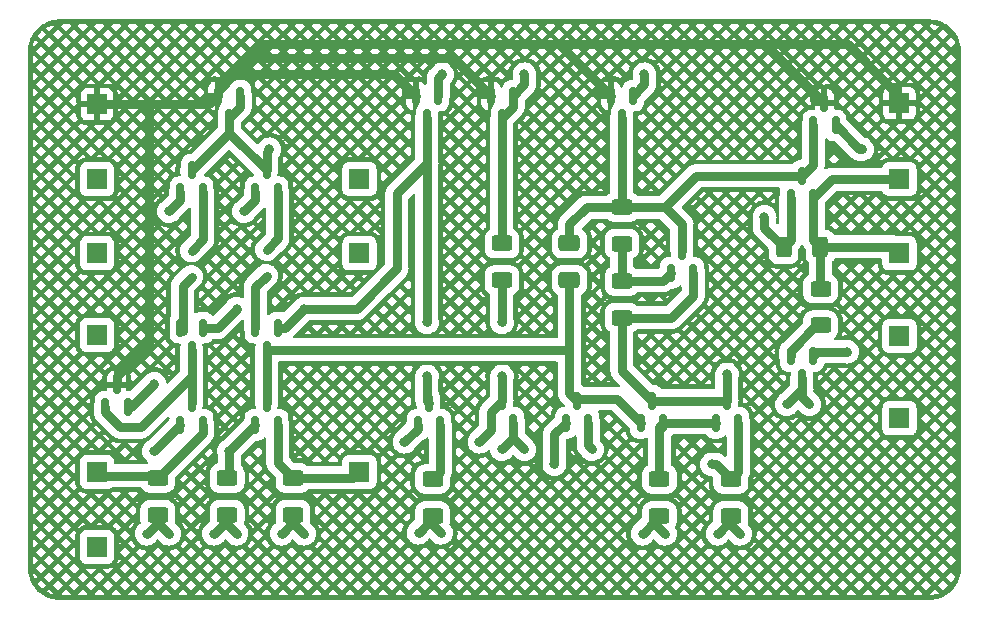
<source format=gtl>
%TF.GenerationSoftware,KiCad,Pcbnew,(6.0.10)*%
%TF.CreationDate,2023-05-18T02:01:33+05:30*%
%TF.ProjectId,EVM_741_signal_routing,45564d5f-3734-4315-9f73-69676e616c5f,rev?*%
%TF.SameCoordinates,Original*%
%TF.FileFunction,Copper,L1,Top*%
%TF.FilePolarity,Positive*%
%FSLAX46Y46*%
G04 Gerber Fmt 4.6, Leading zero omitted, Abs format (unit mm)*
G04 Created by KiCad (PCBNEW (6.0.10)) date 2023-05-18 02:01:33*
%MOMM*%
%LPD*%
G01*
G04 APERTURE LIST*
G04 Aperture macros list*
%AMRoundRect*
0 Rectangle with rounded corners*
0 $1 Rounding radius*
0 $2 $3 $4 $5 $6 $7 $8 $9 X,Y pos of 4 corners*
0 Add a 4 corners polygon primitive as box body*
4,1,4,$2,$3,$4,$5,$6,$7,$8,$9,$2,$3,0*
0 Add four circle primitives for the rounded corners*
1,1,$1+$1,$2,$3*
1,1,$1+$1,$4,$5*
1,1,$1+$1,$6,$7*
1,1,$1+$1,$8,$9*
0 Add four rect primitives between the rounded corners*
20,1,$1+$1,$2,$3,$4,$5,0*
20,1,$1+$1,$4,$5,$6,$7,0*
20,1,$1+$1,$6,$7,$8,$9,0*
20,1,$1+$1,$8,$9,$2,$3,0*%
G04 Aperture macros list end*
%TA.AperFunction,ComponentPad*%
%ADD10R,1.700000X1.700000*%
%TD*%
%TA.AperFunction,SMDPad,CuDef*%
%ADD11RoundRect,0.250000X-0.650000X0.412500X-0.650000X-0.412500X0.650000X-0.412500X0.650000X0.412500X0*%
%TD*%
%TA.AperFunction,SMDPad,CuDef*%
%ADD12R,0.500000X0.500000*%
%TD*%
%TA.AperFunction,SMDPad,CuDef*%
%ADD13RoundRect,0.150000X0.150000X-0.587500X0.150000X0.587500X-0.150000X0.587500X-0.150000X-0.587500X0*%
%TD*%
%TA.AperFunction,SMDPad,CuDef*%
%ADD14RoundRect,0.150000X-0.150000X0.587500X-0.150000X-0.587500X0.150000X-0.587500X0.150000X0.587500X0*%
%TD*%
%TA.AperFunction,SMDPad,CuDef*%
%ADD15RoundRect,0.250000X-0.625000X0.400000X-0.625000X-0.400000X0.625000X-0.400000X0.625000X0.400000X0*%
%TD*%
%TA.AperFunction,SMDPad,CuDef*%
%ADD16RoundRect,0.250000X-0.400000X-0.625000X0.400000X-0.625000X0.400000X0.625000X-0.400000X0.625000X0*%
%TD*%
%TA.AperFunction,ViaPad*%
%ADD17C,0.800000*%
%TD*%
%TA.AperFunction,Conductor*%
%ADD18C,0.750000*%
%TD*%
G04 APERTURE END LIST*
D10*
%TO.P,J14,1,Pin_1*%
%TO.N,VEE*%
X112395000Y-72390000D03*
%TD*%
%TO.P,J13,1,Pin_1*%
%TO.N,VCC*%
X112395000Y-45720000D03*
%TD*%
%TO.P,J12,1,Pin_1*%
%TO.N,vout_jumper*%
X44450000Y-65322500D03*
%TD*%
%TO.P,J11,1,Pin_1*%
%TO.N,vout_jumper*%
X112395000Y-65405000D03*
%TD*%
%TO.P,J10,1,Pin_1*%
%TO.N,vout*%
X112395000Y-58420000D03*
%TD*%
%TO.P,J9,1,Pin_1*%
%TO.N,Net-(J2-Pad1)*%
X66675000Y-58420000D03*
%TD*%
%TO.P,J8,1,Pin_1*%
%TO.N,vin_sine*%
X44450000Y-58420000D03*
%TD*%
%TO.P,J7,1,Pin_1*%
%TO.N,VCC*%
X44450000Y-45797500D03*
%TD*%
%TO.P,J4,1,Pin_1*%
%TO.N,VEE*%
X44450000Y-83262500D03*
%TD*%
%TO.P,J3,1,Pin_1*%
%TO.N,vin_sine*%
X44450000Y-52147500D03*
%TD*%
D11*
%TO.P,C1,1*%
%TO.N,Net-(C1-Pad1)*%
X84455000Y-57570000D03*
%TO.P,C1,2*%
%TO.N,Net-(C1-Pad2)*%
X84455000Y-60695000D03*
%TD*%
D12*
%TO.P,D2,1,K*%
%TO.N,Net-(D2-Pad1)*%
X58807500Y-60297500D03*
%TO.P,D2,2,A*%
%TO.N,Net-(D2-Pad2)*%
X58807500Y-58097500D03*
%TD*%
D13*
%TO.P,Q17,1,B*%
%TO.N,Net-(Q16-Pad2)*%
X96840000Y-72770000D03*
%TO.P,Q17,2,E*%
%TO.N,Net-(Q17-Pad2)*%
X98740000Y-72770000D03*
%TO.P,Q17,3,C*%
%TO.N,Net-(Q16-Pad3)*%
X97790000Y-70895000D03*
%TD*%
%TO.P,Q22,1,B*%
%TO.N,Net-(Q17-Pad2)*%
X84140000Y-72770000D03*
%TO.P,Q22,2,E*%
%TO.N,VEE*%
X86040000Y-72770000D03*
%TO.P,Q22,3,C*%
%TO.N,Net-(C1-Pad2)*%
X85090000Y-70895000D03*
%TD*%
%TO.P,Q11,1,B*%
%TO.N,Net-(Q10-Pad1)*%
X77790000Y-72770000D03*
%TO.P,Q11,2,E*%
%TO.N,VEE*%
X79690000Y-72770000D03*
%TO.P,Q11,3,C*%
%TO.N,Net-(Q10-Pad1)*%
X78740000Y-70895000D03*
%TD*%
%TO.P,Q7,1,B*%
%TO.N,Net-(Q3-Pad3)*%
X45157500Y-71422500D03*
%TO.P,Q7,2,E*%
%TO.N,Net-(Q5-Pad1)*%
X47057500Y-71422500D03*
%TO.P,Q7,3,C*%
%TO.N,VCC*%
X46107500Y-69547500D03*
%TD*%
D14*
%TO.P,Q13,1,B*%
%TO.N,Net-(Q12-Pad1)*%
X89850000Y-45070000D03*
%TO.P,Q13,2,E*%
%TO.N,VCC*%
X87950000Y-45070000D03*
%TO.P,Q13,3,C*%
%TO.N,Net-(C1-Pad1)*%
X88900000Y-46945000D03*
%TD*%
D13*
%TO.P,Q1,1,B*%
%TO.N,vin_sine*%
X51507500Y-53250000D03*
%TO.P,Q1,2,E*%
%TO.N,Net-(D1-Pad2)*%
X53407500Y-53250000D03*
%TO.P,Q1,3,C*%
%TO.N,Net-(Q1-Pad3)*%
X52457500Y-51375000D03*
%TD*%
%TO.P,Q18,1,B*%
%TO.N,Net-(Q18-Pad1)*%
X93030000Y-60070000D03*
%TO.P,Q18,2,E*%
%TO.N,Net-(Q16-Pad3)*%
X94930000Y-60070000D03*
%TO.P,Q18,3,C*%
%TO.N,Net-(C1-Pad1)*%
X93980000Y-58195000D03*
%TD*%
D15*
%TO.P,R5,1*%
%TO.N,Net-(Q12-Pad1)*%
X78740000Y-57582500D03*
%TO.P,R5,2*%
%TO.N,Net-(Q10-Pad1)*%
X78740000Y-60682500D03*
%TD*%
D10*
%TO.P,J2,1,Pin_1*%
%TO.N,Net-(J2-Pad1)*%
X66675000Y-52147500D03*
%TD*%
%TO.P,J1,1,Pin_1*%
%TO.N,Net-(J1-Pad1)*%
X44450000Y-76912500D03*
%TD*%
D15*
%TO.P,R7,1*%
%TO.N,Net-(C1-Pad1)*%
X88900000Y-54499564D03*
%TO.P,R7,2*%
%TO.N,Net-(Q18-Pad1)*%
X88900000Y-57599564D03*
%TD*%
%TO.P,R8,1*%
%TO.N,Net-(Q18-Pad1)*%
X88900000Y-60757500D03*
%TO.P,R8,2*%
%TO.N,Net-(Q16-Pad3)*%
X88900000Y-63857500D03*
%TD*%
%TO.P,R10,1*%
%TO.N,vout*%
X105715000Y-61407500D03*
%TO.P,R10,2*%
%TO.N,Net-(Q20-Pad2)*%
X105715000Y-64507500D03*
%TD*%
%TO.P,R1,1*%
%TO.N,Net-(J1-Pad1)*%
X49587500Y-77432500D03*
%TO.P,R1,2*%
%TO.N,VEE*%
X49587500Y-80532500D03*
%TD*%
D13*
%TO.P,Q14,1,B*%
%TO.N,Net-(C1-Pad1)*%
X105095000Y-47595000D03*
%TO.P,Q14,2,E*%
%TO.N,Net-(Q14-Pad2)*%
X106995000Y-47595000D03*
%TO.P,Q14,3,C*%
%TO.N,VCC*%
X106045000Y-45720000D03*
%TD*%
%TO.P,Q5,1,B*%
%TO.N,Net-(Q5-Pad1)*%
X51507500Y-72935000D03*
%TO.P,Q5,2,E*%
%TO.N,Net-(J1-Pad1)*%
X53407500Y-72935000D03*
%TO.P,Q5,3,C*%
%TO.N,Net-(Q3-Pad3)*%
X52457500Y-71060000D03*
%TD*%
D15*
%TO.P,R2,1*%
%TO.N,Net-(J5-Pad1)*%
X61042500Y-77432500D03*
%TO.P,R2,2*%
%TO.N,VEE*%
X61042500Y-80532500D03*
%TD*%
D14*
%TO.P,Q4,1,B*%
%TO.N,Net-(Q10-Pad3)*%
X59757500Y-64710000D03*
%TO.P,Q4,2,E*%
%TO.N,Net-(D2-Pad1)*%
X57857500Y-64710000D03*
%TO.P,Q4,3,C*%
%TO.N,Net-(C1-Pad2)*%
X58807500Y-66585000D03*
%TD*%
D15*
%TO.P,R12,1*%
%TO.N,Net-(Q16-Pad2)*%
X92075000Y-77547500D03*
%TO.P,R12,2*%
%TO.N,VEE*%
X92075000Y-80647500D03*
%TD*%
D14*
%TO.P,Q20,1,B*%
%TO.N,Net-(Q16-Pad3)*%
X105090000Y-67100000D03*
%TO.P,Q20,2,E*%
%TO.N,Net-(Q20-Pad2)*%
X103190000Y-67100000D03*
%TO.P,Q20,3,C*%
%TO.N,VEE*%
X104140000Y-68975000D03*
%TD*%
D13*
%TO.P,Q10,1,B*%
%TO.N,Net-(Q10-Pad1)*%
X71602500Y-72935000D03*
%TO.P,Q10,2,E*%
%TO.N,Net-(Q10-Pad2)*%
X73502500Y-72935000D03*
%TO.P,Q10,3,C*%
%TO.N,Net-(Q10-Pad3)*%
X72552500Y-71060000D03*
%TD*%
%TO.P,Q15,1,B*%
%TO.N,Net-(Q14-Pad2)*%
X103190000Y-53735000D03*
%TO.P,Q15,2,E*%
%TO.N,vout*%
X105090000Y-53735000D03*
%TO.P,Q15,3,C*%
%TO.N,Net-(C1-Pad1)*%
X104140000Y-51860000D03*
%TD*%
D12*
%TO.P,D1,1,K*%
%TO.N,Net-(D1-Pad1)*%
X52457500Y-60397500D03*
%TO.P,D1,2,A*%
%TO.N,Net-(D1-Pad2)*%
X52457500Y-58197500D03*
%TD*%
D10*
%TO.P,J6,1,Pin_1*%
%TO.N,vout*%
X112395000Y-52147500D03*
%TD*%
D13*
%TO.P,Q6,1,B*%
%TO.N,Net-(Q5-Pad1)*%
X57857500Y-72935000D03*
%TO.P,Q6,2,E*%
%TO.N,Net-(J5-Pad1)*%
X59757500Y-72935000D03*
%TO.P,Q6,3,C*%
%TO.N,Net-(C1-Pad2)*%
X58807500Y-71060000D03*
%TD*%
D14*
%TO.P,Q8,1,B*%
%TO.N,Net-(Q1-Pad3)*%
X56582500Y-45070000D03*
%TO.P,Q8,2,E*%
%TO.N,VCC*%
X54682500Y-45070000D03*
%TO.P,Q8,3,C*%
%TO.N,Net-(Q1-Pad3)*%
X55632500Y-46945000D03*
%TD*%
%TO.P,Q3,1,B*%
%TO.N,Net-(Q10-Pad3)*%
X53407500Y-64710000D03*
%TO.P,Q3,2,E*%
%TO.N,Net-(D1-Pad1)*%
X51507500Y-64710000D03*
%TO.P,Q3,3,C*%
%TO.N,Net-(Q3-Pad3)*%
X52457500Y-66585000D03*
%TD*%
%TO.P,Q12,1,B*%
%TO.N,Net-(Q12-Pad1)*%
X79690000Y-45070000D03*
%TO.P,Q12,2,E*%
%TO.N,VCC*%
X77790000Y-45070000D03*
%TO.P,Q12,3,C*%
%TO.N,Net-(Q12-Pad1)*%
X78740000Y-46945000D03*
%TD*%
D15*
%TO.P,R4,1*%
%TO.N,Net-(Q10-Pad2)*%
X72860000Y-77547500D03*
%TO.P,R4,2*%
%TO.N,VEE*%
X72860000Y-80647500D03*
%TD*%
D13*
%TO.P,Q2,1,B*%
%TO.N,Net-(J2-Pad1)*%
X57857500Y-53250000D03*
%TO.P,Q2,2,E*%
%TO.N,Net-(D2-Pad2)*%
X59757500Y-53250000D03*
%TO.P,Q2,3,C*%
%TO.N,Net-(Q1-Pad3)*%
X58807500Y-51375000D03*
%TD*%
D14*
%TO.P,Q9,1,B*%
%TO.N,Net-(Q1-Pad3)*%
X73340000Y-45070000D03*
%TO.P,Q9,2,E*%
%TO.N,VCC*%
X71440000Y-45070000D03*
%TO.P,Q9,3,C*%
%TO.N,Net-(Q10-Pad3)*%
X72390000Y-46945000D03*
%TD*%
D15*
%TO.P,R11,1*%
%TO.N,Net-(Q17-Pad2)*%
X98120000Y-77547500D03*
%TO.P,R11,2*%
%TO.N,VEE*%
X98120000Y-80647500D03*
%TD*%
D16*
%TO.P,R9,1*%
%TO.N,Net-(Q14-Pad2)*%
X102590000Y-57877500D03*
%TO.P,R9,2*%
%TO.N,vout*%
X105690000Y-57877500D03*
%TD*%
D10*
%TO.P,J5,1,Pin_1*%
%TO.N,Net-(J5-Pad1)*%
X66675000Y-76912500D03*
%TD*%
D15*
%TO.P,R3,1*%
%TO.N,Net-(Q5-Pad1)*%
X55467500Y-77432500D03*
%TO.P,R3,2*%
%TO.N,VEE*%
X55467500Y-80532500D03*
%TD*%
D13*
%TO.P,Q16,1,B*%
%TO.N,Net-(C1-Pad2)*%
X90490000Y-72770000D03*
%TO.P,Q16,2,E*%
%TO.N,Net-(Q16-Pad2)*%
X92390000Y-72770000D03*
%TO.P,Q16,3,C*%
%TO.N,Net-(Q16-Pad3)*%
X91440000Y-70895000D03*
%TD*%
D17*
%TO.N,Net-(Q10-Pad3)*%
X72390000Y-64262000D03*
%TO.N,Net-(Q10-Pad1)*%
X78740000Y-64262000D03*
%TO.N,Net-(Q10-Pad3)*%
X72390000Y-68834000D03*
%TO.N,Net-(Q10-Pad1)*%
X78740000Y-68834000D03*
%TO.N,Net-(J2-Pad1)*%
X56902500Y-54852500D03*
%TO.N,vin_sine*%
X50552500Y-54852500D03*
%TO.N,VEE*%
X102870000Y-71197500D03*
X50552500Y-82157500D03*
X60077500Y-82157500D03*
X54362500Y-82157500D03*
X73577500Y-82075000D03*
X86360000Y-75007500D03*
X80645000Y-75007500D03*
X98895000Y-82157500D03*
X78740000Y-75007500D03*
X71672500Y-82075000D03*
X61982500Y-82157500D03*
X92545000Y-82157500D03*
X96990000Y-82157500D03*
X104775000Y-71197500D03*
X90640000Y-82157500D03*
X56267500Y-82157500D03*
X48647500Y-82157500D03*
%TO.N,Net-(Q1-Pad3)*%
X73660000Y-43257500D03*
X59055000Y-49607500D03*
%TO.N,Net-(Q10-Pad3)*%
X56267500Y-63107500D03*
X61982500Y-63107500D03*
%TO.N,Net-(Q5-Pad1)*%
X49282500Y-69457500D03*
X49282500Y-75172500D03*
X55632500Y-75172500D03*
%TO.N,Net-(Q10-Pad1)*%
X76835000Y-74372500D03*
X70485000Y-74372500D03*
%TO.N,Net-(Q12-Pad1)*%
X80645000Y-43257500D03*
X90805000Y-43257500D03*
%TO.N,Net-(Q14-Pad2)*%
X100965000Y-55322500D03*
X109220000Y-49607500D03*
%TO.N,Net-(Q16-Pad3)*%
X97790000Y-68657500D03*
X107950000Y-66752500D03*
%TO.N,Net-(Q17-Pad2)*%
X96520000Y-76277500D03*
X83185000Y-76277500D03*
%TD*%
D18*
%TO.N,VCC*%
X74602500Y-41882500D02*
X57441510Y-41882500D01*
X77790000Y-45070000D02*
X74602500Y-41882500D01*
%TO.N,Net-(Q18-Pad1)*%
X92342500Y-60757500D02*
X93030000Y-60070000D01*
X88900000Y-60757500D02*
X92342500Y-60757500D01*
X88900000Y-60757500D02*
X88900000Y-57599564D01*
%TO.N,vout*%
X112395000Y-52147500D02*
X106677500Y-52147500D01*
%TO.N,VCC*%
X112395000Y-45085000D02*
X112395000Y-45720000D01*
X108027500Y-40717500D02*
X112395000Y-45085000D01*
X101042500Y-40717500D02*
X108027500Y-40717500D01*
X101042500Y-40717500D02*
X106045000Y-45720000D01*
X83597500Y-40717500D02*
X101042500Y-40717500D01*
%TO.N,vout*%
X105690000Y-57877500D02*
X111852500Y-57877500D01*
X111852500Y-57877500D02*
X112395000Y-58420000D01*
%TO.N,Net-(Q3-Pad3)*%
X48145000Y-73135000D02*
X52457500Y-68822500D01*
X46441510Y-73135000D02*
X48145000Y-73135000D01*
X45157500Y-71850990D02*
X46441510Y-73135000D01*
X45157500Y-71422500D02*
X45157500Y-71850990D01*
%TO.N,Net-(Q5-Pad1)*%
X47317500Y-71422500D02*
X49282500Y-69457500D01*
X47057500Y-71422500D02*
X47317500Y-71422500D01*
%TO.N,VCC*%
X48895000Y-64770000D02*
X48895000Y-45797500D01*
X46107500Y-68827500D02*
X48895000Y-66040000D01*
X46107500Y-69547500D02*
X46107500Y-68827500D01*
X48895000Y-65112500D02*
X48895000Y-64770000D01*
X48895000Y-66040000D02*
X48895000Y-64770000D01*
%TO.N,Net-(Q10-Pad3)*%
X72390000Y-64262000D02*
X72390000Y-50800000D01*
X72390000Y-68834000D02*
X72390000Y-70897500D01*
X72390000Y-70897500D02*
X72552500Y-71060000D01*
%TO.N,Net-(Q10-Pad1)*%
X78740000Y-68834000D02*
X78740000Y-70895000D01*
X78740000Y-64262000D02*
X78740000Y-60682500D01*
%TO.N,Net-(Q10-Pad3)*%
X69850000Y-53340000D02*
X72390000Y-50800000D01*
X72390000Y-49530000D02*
X72390000Y-50800000D01*
X69850000Y-59690000D02*
X69850000Y-53340000D01*
X66432500Y-63107500D02*
X69850000Y-59690000D01*
X61982500Y-63107500D02*
X66432500Y-63107500D01*
X72390000Y-46945000D02*
X72390000Y-49530000D01*
%TO.N,Net-(C1-Pad2)*%
X84455000Y-66675000D02*
X84455000Y-70260000D01*
X84455000Y-65482500D02*
X84455000Y-66675000D01*
X58807500Y-66585000D02*
X84365000Y-66585000D01*
X84365000Y-66585000D02*
X84455000Y-66675000D01*
%TO.N,Net-(C1-Pad1)*%
X105095000Y-47595000D02*
X105095000Y-50905000D01*
X84455000Y-55957500D02*
X84455000Y-57570000D01*
X88900000Y-46945000D02*
X88900000Y-54499564D01*
X93980000Y-55957500D02*
X92522064Y-54499564D01*
X92522064Y-54499564D02*
X95161628Y-51860000D01*
X93980000Y-58195000D02*
X93980000Y-55957500D01*
X88900000Y-54499564D02*
X85912936Y-54499564D01*
X95161628Y-51860000D02*
X104140000Y-51860000D01*
X92522064Y-54499564D02*
X88900000Y-54499564D01*
X85912936Y-54499564D02*
X84455000Y-55957500D01*
X105095000Y-50905000D02*
X104140000Y-51860000D01*
%TO.N,Net-(C1-Pad2)*%
X58807500Y-68905000D02*
X58807500Y-71060000D01*
X84455000Y-60695000D02*
X84455000Y-65482500D01*
X84923750Y-70728750D02*
X88448750Y-70728750D01*
X84455000Y-70260000D02*
X84923750Y-70728750D01*
X58807500Y-66585000D02*
X58807500Y-68905000D01*
X84923750Y-70728750D02*
X85090000Y-70895000D01*
X88448750Y-70728750D02*
X90490000Y-72770000D01*
%TO.N,Net-(D1-Pad1)*%
X52457500Y-60397500D02*
X51691510Y-61163490D01*
X51691510Y-61163490D02*
X51691510Y-65022500D01*
%TO.N,Net-(D1-Pad2)*%
X53407500Y-53250000D02*
X53407500Y-57247500D01*
X53407500Y-57247500D02*
X52457500Y-58197500D01*
%TO.N,Net-(D2-Pad1)*%
X57857500Y-61247500D02*
X58807500Y-60297500D01*
X57857500Y-64710000D02*
X57857500Y-61247500D01*
%TO.N,Net-(D2-Pad2)*%
X59757500Y-53250000D02*
X59757500Y-57147500D01*
X59757500Y-57147500D02*
X58807500Y-58097500D01*
%TO.N,Net-(J1-Pad1)*%
X44805000Y-77267500D02*
X44450000Y-76912500D01*
X44805000Y-77267500D02*
X49422500Y-77267500D01*
X53407500Y-72935000D02*
X53407500Y-73612500D01*
X53407500Y-73612500D02*
X49587500Y-77432500D01*
X49422500Y-77267500D02*
X49587500Y-77432500D01*
%TO.N,vout*%
X105090000Y-57277500D02*
X105690000Y-57877500D01*
X105090000Y-53735000D02*
X105090000Y-57277500D01*
X105690000Y-61382500D02*
X105715000Y-61407500D01*
X106677500Y-52147500D02*
X105090000Y-53735000D01*
%TO.N,Net-(J2-Pad1)*%
X57857500Y-53250000D02*
X57857500Y-53897500D01*
%TO.N,vout*%
X105690000Y-57877500D02*
X105690000Y-61382500D01*
%TO.N,Net-(J2-Pad1)*%
X57857500Y-53897500D02*
X56902500Y-54852500D01*
%TO.N,vin_sine*%
X51507500Y-53897500D02*
X50552500Y-54852500D01*
X51507500Y-53250000D02*
X51507500Y-53897500D01*
%TO.N,VEE*%
X73577500Y-82075000D02*
X72637500Y-81135000D01*
X79690000Y-72770000D02*
X79690000Y-74057500D01*
X50552500Y-82157500D02*
X49612500Y-81217500D01*
X79695000Y-74057500D02*
X79690000Y-74057500D01*
X61042500Y-81192500D02*
X60077500Y-82157500D01*
X104140000Y-68975000D02*
X104140000Y-69927500D01*
X104140000Y-70562500D02*
X104140000Y-69927500D01*
X61982500Y-82157500D02*
X61042500Y-81217500D01*
X61042500Y-81217500D02*
X61042500Y-81192500D01*
X104140000Y-69927500D02*
X102870000Y-71197500D01*
X55467500Y-81357500D02*
X55467500Y-81052500D01*
X86040000Y-72770000D02*
X86040000Y-74687500D01*
X55467500Y-81052500D02*
X54362500Y-82157500D01*
X72637500Y-81110000D02*
X71672500Y-82075000D01*
X97955000Y-81192500D02*
X96990000Y-82157500D01*
X104775000Y-71197500D02*
X104140000Y-70562500D01*
X91605000Y-81192500D02*
X90640000Y-82157500D01*
X49587500Y-81217500D02*
X48647500Y-82157500D01*
X80645000Y-75007500D02*
X79695000Y-74057500D01*
X61042500Y-80532500D02*
X61042500Y-81192500D01*
X98895000Y-82157500D02*
X97955000Y-81217500D01*
X55467500Y-80532500D02*
X55467500Y-81052500D01*
X86040000Y-74687500D02*
X86360000Y-75007500D01*
X49612500Y-81217500D02*
X49587500Y-81217500D01*
X79690000Y-74057500D02*
X78740000Y-75007500D01*
X49587500Y-80532500D02*
X49587500Y-81217500D01*
X92545000Y-82157500D02*
X91605000Y-81217500D01*
X56267500Y-82157500D02*
X55467500Y-81357500D01*
%TO.N,Net-(J5-Pad1)*%
X59757500Y-72935000D02*
X59757500Y-76147500D01*
X66155000Y-77432500D02*
X66675000Y-76912500D01*
X59757500Y-76147500D02*
X61042500Y-77432500D01*
X61042500Y-77432500D02*
X66155000Y-77432500D01*
%TO.N,VCC*%
X54682500Y-44641510D02*
X56066510Y-43257500D01*
X53955000Y-45797500D02*
X54682500Y-45070000D01*
X57441510Y-41882500D02*
X56066510Y-43257500D01*
X57441510Y-41882500D02*
X58606510Y-40717500D01*
X83597500Y-40717500D02*
X87950000Y-45070000D01*
X56066510Y-43257500D02*
X69627500Y-43257500D01*
X69627500Y-43257500D02*
X71440000Y-45070000D01*
X58606510Y-40717500D02*
X78105000Y-40717500D01*
X78105000Y-40717500D02*
X83597500Y-40717500D01*
X44450000Y-45797500D02*
X48895000Y-45797500D01*
X48895000Y-45797500D02*
X53955000Y-45797500D01*
X54682500Y-45070000D02*
X54682500Y-44641510D01*
%TO.N,Net-(Q1-Pad3)*%
X58807500Y-51375000D02*
X58807500Y-49855000D01*
X73340000Y-43577500D02*
X73660000Y-43257500D01*
X56582500Y-45995000D02*
X55632500Y-46945000D01*
X58807500Y-51375000D02*
X55632500Y-48200000D01*
X73340000Y-45070000D02*
X73340000Y-43577500D01*
X56582500Y-45070000D02*
X56582500Y-45995000D01*
X55632500Y-48200000D02*
X52457500Y-51375000D01*
X58807500Y-49855000D02*
X59055000Y-49607500D01*
X55632500Y-46945000D02*
X55632500Y-48200000D01*
%TO.N,Net-(Q10-Pad3)*%
X60380000Y-64710000D02*
X59757500Y-64710000D01*
X56267500Y-63107500D02*
X54665000Y-64710000D01*
X61982500Y-63107500D02*
X60380000Y-64710000D01*
X54665000Y-64710000D02*
X53407500Y-64710000D01*
%TO.N,Net-(Q3-Pad3)*%
X52457500Y-68822500D02*
X52457500Y-71060000D01*
X52457500Y-66585000D02*
X52457500Y-68822500D01*
%TO.N,Net-(Q5-Pad1)*%
X55632500Y-75172500D02*
X55632500Y-77267500D01*
X55632500Y-77267500D02*
X55467500Y-77432500D01*
X49282500Y-75172500D02*
X49282500Y-75160000D01*
X49282500Y-75160000D02*
X51507500Y-72935000D01*
X55632500Y-75160000D02*
X57857500Y-72935000D01*
X55632500Y-75172500D02*
X55632500Y-75160000D01*
%TO.N,Net-(Q10-Pad1)*%
X71602500Y-73255000D02*
X70485000Y-74372500D01*
X77790000Y-73417500D02*
X76835000Y-74372500D01*
X78740000Y-70895000D02*
X77790000Y-71845000D01*
X71602500Y-72935000D02*
X71602500Y-73255000D01*
X77790000Y-72770000D02*
X77790000Y-73417500D01*
X77790000Y-71845000D02*
X77790000Y-72770000D01*
%TO.N,Net-(Q10-Pad2)*%
X73502500Y-76905000D02*
X72860000Y-77547500D01*
X73502500Y-72935000D02*
X73502500Y-76905000D01*
%TO.N,Net-(Q12-Pad1)*%
X80645000Y-44115000D02*
X79690000Y-45070000D01*
X90805000Y-44115000D02*
X89850000Y-45070000D01*
X78740000Y-46945000D02*
X78740000Y-57582500D01*
X79690000Y-45995000D02*
X78740000Y-46945000D01*
X79690000Y-45070000D02*
X79690000Y-45995000D01*
X90805000Y-43257500D02*
X90805000Y-44115000D01*
X80645000Y-43257500D02*
X80645000Y-44115000D01*
%TO.N,Net-(Q14-Pad2)*%
X103190000Y-57277500D02*
X102590000Y-57877500D01*
X103190000Y-53735000D02*
X103190000Y-57277500D01*
X100965000Y-56252500D02*
X102590000Y-57877500D01*
X109007500Y-49607500D02*
X106995000Y-47595000D01*
X100965000Y-55322500D02*
X100965000Y-56252500D01*
X109220000Y-49607500D02*
X109007500Y-49607500D01*
%TO.N,Net-(Q16-Pad2)*%
X92390000Y-72770000D02*
X96840000Y-72770000D01*
X92075000Y-77547500D02*
X92075000Y-73085000D01*
X92075000Y-73085000D02*
X92390000Y-72770000D01*
%TO.N,Net-(Q16-Pad3)*%
X91440000Y-70895000D02*
X97790000Y-70895000D01*
X107950000Y-66752500D02*
X105437500Y-66752500D01*
X93065000Y-63857500D02*
X94930000Y-61992500D01*
X105437500Y-66752500D02*
X105090000Y-67100000D01*
X94930000Y-61992500D02*
X94930000Y-60070000D01*
X88900000Y-63857500D02*
X88900000Y-68355000D01*
X88900000Y-68355000D02*
X91440000Y-70895000D01*
X88900000Y-63857500D02*
X93065000Y-63857500D01*
X97790000Y-70895000D02*
X97790000Y-68657500D01*
%TO.N,Net-(Q17-Pad2)*%
X83185000Y-73725000D02*
X84140000Y-72770000D01*
X98740000Y-72770000D02*
X98740000Y-76927500D01*
X83185000Y-76277500D02*
X83185000Y-73725000D01*
X96520000Y-76277500D02*
X96850000Y-76277500D01*
X98740000Y-76927500D02*
X98120000Y-77547500D01*
X96850000Y-76277500D02*
X98120000Y-77547500D01*
%TO.N,Net-(Q18-Pad1)*%
X88735000Y-57764564D02*
X88900000Y-57599564D01*
%TO.N,Net-(Q20-Pad2)*%
X105354010Y-64507500D02*
X103190000Y-66671510D01*
X103190000Y-66671510D02*
X103190000Y-67100000D01*
X105715000Y-64507500D02*
X105354010Y-64507500D01*
%TD*%
%TA.AperFunction,Conductor*%
%TO.N,VCC*%
G36*
X114905018Y-38610000D02*
G01*
X114919851Y-38612310D01*
X114919855Y-38612310D01*
X114928724Y-38613691D01*
X114937626Y-38612527D01*
X114937628Y-38612527D01*
X114941936Y-38611963D01*
X114946720Y-38611338D01*
X114970117Y-38610472D01*
X115226492Y-38624869D01*
X115240524Y-38626450D01*
X115380952Y-38650310D01*
X115521376Y-38674170D01*
X115535151Y-38677314D01*
X115808891Y-38756177D01*
X115822228Y-38760844D01*
X116085418Y-38869861D01*
X116098148Y-38875992D01*
X116347468Y-39013786D01*
X116359432Y-39021303D01*
X116591762Y-39186149D01*
X116602810Y-39194959D01*
X116815224Y-39384785D01*
X116825215Y-39394776D01*
X117015041Y-39607190D01*
X117023851Y-39618238D01*
X117188697Y-39850568D01*
X117196214Y-39862532D01*
X117334008Y-40111852D01*
X117340139Y-40124582D01*
X117449156Y-40387772D01*
X117453823Y-40401109D01*
X117532686Y-40674849D01*
X117535830Y-40688624D01*
X117580969Y-40954284D01*
X117583549Y-40969471D01*
X117585131Y-40983513D01*
X117599118Y-41232593D01*
X117597817Y-41259036D01*
X117597690Y-41259849D01*
X117597690Y-41259855D01*
X117596309Y-41268724D01*
X117597473Y-41277626D01*
X117597473Y-41277628D01*
X117600436Y-41300283D01*
X117601500Y-41316621D01*
X117601500Y-85040633D01*
X117600000Y-85060018D01*
X117597690Y-85074851D01*
X117597690Y-85074855D01*
X117596309Y-85083724D01*
X117598136Y-85097692D01*
X117598662Y-85101716D01*
X117599528Y-85125119D01*
X117585131Y-85381488D01*
X117583550Y-85395524D01*
X117574042Y-85451482D01*
X117535830Y-85676376D01*
X117532686Y-85690151D01*
X117453823Y-85963891D01*
X117449156Y-85977228D01*
X117340139Y-86240418D01*
X117334008Y-86253148D01*
X117196214Y-86502468D01*
X117188697Y-86514432D01*
X117023851Y-86746762D01*
X117015041Y-86757810D01*
X116825215Y-86970224D01*
X116815224Y-86980215D01*
X116602810Y-87170041D01*
X116591762Y-87178851D01*
X116359432Y-87343697D01*
X116347468Y-87351214D01*
X116098148Y-87489008D01*
X116085418Y-87495139D01*
X115822228Y-87604156D01*
X115808891Y-87608823D01*
X115535151Y-87687686D01*
X115521376Y-87690830D01*
X115380952Y-87714690D01*
X115240524Y-87738550D01*
X115226490Y-87740131D01*
X115157407Y-87744010D01*
X114977407Y-87754118D01*
X114950964Y-87752817D01*
X114950151Y-87752690D01*
X114950145Y-87752690D01*
X114941276Y-87751309D01*
X114932374Y-87752473D01*
X114932372Y-87752473D01*
X114917323Y-87754441D01*
X114909714Y-87755436D01*
X114893379Y-87756500D01*
X41324367Y-87756500D01*
X41304982Y-87755000D01*
X41290149Y-87752690D01*
X41290145Y-87752690D01*
X41281276Y-87751309D01*
X41272374Y-87752473D01*
X41272372Y-87752473D01*
X41268064Y-87753037D01*
X41263280Y-87753662D01*
X41239883Y-87754528D01*
X40983508Y-87740131D01*
X40969476Y-87738550D01*
X40829048Y-87714690D01*
X40688624Y-87690830D01*
X40674849Y-87687686D01*
X40401109Y-87608823D01*
X40387772Y-87604156D01*
X40124582Y-87495139D01*
X40111852Y-87489008D01*
X39862532Y-87351214D01*
X39850568Y-87343697D01*
X39618238Y-87178851D01*
X39607190Y-87170041D01*
X39484259Y-87060182D01*
X40158742Y-87060182D01*
X40291007Y-87133283D01*
X40525963Y-87230605D01*
X40769512Y-87300770D01*
X40846151Y-87224131D01*
X41409006Y-87224131D01*
X41543375Y-87358500D01*
X42125995Y-87358500D01*
X42260363Y-87224132D01*
X42823220Y-87224132D01*
X42957588Y-87358500D01*
X43540209Y-87358500D01*
X43674578Y-87224131D01*
X44237433Y-87224131D01*
X44371802Y-87358500D01*
X44954422Y-87358500D01*
X45088791Y-87224131D01*
X45651647Y-87224131D01*
X45786016Y-87358500D01*
X46368636Y-87358500D01*
X46503005Y-87224131D01*
X47065860Y-87224131D01*
X47200229Y-87358500D01*
X47782850Y-87358500D01*
X47917218Y-87224132D01*
X47917217Y-87224131D01*
X48480074Y-87224131D01*
X48614443Y-87358500D01*
X49197063Y-87358500D01*
X49331432Y-87224131D01*
X49894287Y-87224131D01*
X50028656Y-87358500D01*
X50611277Y-87358500D01*
X50745645Y-87224132D01*
X50745644Y-87224131D01*
X51308501Y-87224131D01*
X51442870Y-87358500D01*
X52025490Y-87358500D01*
X52159858Y-87224132D01*
X52722715Y-87224132D01*
X52857083Y-87358500D01*
X53439704Y-87358500D01*
X53574073Y-87224131D01*
X54136928Y-87224131D01*
X54271297Y-87358500D01*
X54853917Y-87358500D01*
X54988286Y-87224131D01*
X55551142Y-87224131D01*
X55685511Y-87358500D01*
X56268131Y-87358500D01*
X56402500Y-87224131D01*
X56965355Y-87224131D01*
X57099724Y-87358500D01*
X57682344Y-87358500D01*
X57816713Y-87224131D01*
X58379569Y-87224131D01*
X58513938Y-87358500D01*
X59096558Y-87358500D01*
X59230927Y-87224131D01*
X59793782Y-87224131D01*
X59928151Y-87358500D01*
X60510772Y-87358500D01*
X60645140Y-87224132D01*
X60645139Y-87224131D01*
X61207996Y-87224131D01*
X61342365Y-87358500D01*
X61924985Y-87358500D01*
X62059353Y-87224132D01*
X62622210Y-87224132D01*
X62756578Y-87358500D01*
X63339199Y-87358500D01*
X63473568Y-87224131D01*
X64036423Y-87224131D01*
X64170792Y-87358500D01*
X64753412Y-87358500D01*
X64887780Y-87224132D01*
X65450637Y-87224132D01*
X65585005Y-87358500D01*
X66167626Y-87358500D01*
X66301995Y-87224131D01*
X66864850Y-87224131D01*
X66999219Y-87358500D01*
X67581839Y-87358500D01*
X67716208Y-87224131D01*
X68279064Y-87224131D01*
X68413433Y-87358500D01*
X68996053Y-87358500D01*
X69130422Y-87224131D01*
X69693277Y-87224131D01*
X69827646Y-87358500D01*
X70410267Y-87358500D01*
X70544635Y-87224132D01*
X70544634Y-87224131D01*
X71107491Y-87224131D01*
X71241860Y-87358500D01*
X71824480Y-87358500D01*
X71958849Y-87224131D01*
X72521704Y-87224131D01*
X72656073Y-87358500D01*
X73238694Y-87358500D01*
X73373062Y-87224132D01*
X73373061Y-87224131D01*
X73935918Y-87224131D01*
X74070287Y-87358500D01*
X74652907Y-87358500D01*
X74787275Y-87224132D01*
X75350132Y-87224132D01*
X75484500Y-87358500D01*
X76067121Y-87358500D01*
X76201490Y-87224131D01*
X76764345Y-87224131D01*
X76898714Y-87358500D01*
X77481334Y-87358500D01*
X77615702Y-87224132D01*
X78178559Y-87224132D01*
X78312927Y-87358500D01*
X78895548Y-87358500D01*
X79029917Y-87224131D01*
X79592772Y-87224131D01*
X79727141Y-87358500D01*
X80309761Y-87358500D01*
X80444130Y-87224131D01*
X81006986Y-87224131D01*
X81141355Y-87358500D01*
X81723975Y-87358500D01*
X81858344Y-87224131D01*
X82421199Y-87224131D01*
X82555568Y-87358500D01*
X83138189Y-87358500D01*
X83272557Y-87224132D01*
X83272556Y-87224131D01*
X83835413Y-87224131D01*
X83969782Y-87358500D01*
X84552402Y-87358500D01*
X84686770Y-87224132D01*
X85249627Y-87224132D01*
X85383995Y-87358500D01*
X85966616Y-87358500D01*
X86100985Y-87224131D01*
X86663840Y-87224131D01*
X86798209Y-87358500D01*
X87380829Y-87358500D01*
X87515197Y-87224132D01*
X88078054Y-87224132D01*
X88212422Y-87358500D01*
X88795043Y-87358500D01*
X88929412Y-87224131D01*
X89492267Y-87224131D01*
X89626636Y-87358500D01*
X90209256Y-87358500D01*
X90343625Y-87224131D01*
X90906481Y-87224131D01*
X91040850Y-87358500D01*
X91623470Y-87358500D01*
X91757839Y-87224131D01*
X92320694Y-87224131D01*
X92455063Y-87358500D01*
X93037684Y-87358500D01*
X93172052Y-87224132D01*
X93172051Y-87224131D01*
X93734908Y-87224131D01*
X93869277Y-87358500D01*
X94451897Y-87358500D01*
X94586266Y-87224131D01*
X95149121Y-87224131D01*
X95283490Y-87358500D01*
X95866111Y-87358500D01*
X96000479Y-87224132D01*
X96000478Y-87224131D01*
X96563335Y-87224131D01*
X96697704Y-87358500D01*
X97280324Y-87358500D01*
X97414692Y-87224132D01*
X97977549Y-87224132D01*
X98111917Y-87358500D01*
X98694538Y-87358500D01*
X98828907Y-87224131D01*
X99391762Y-87224131D01*
X99526131Y-87358500D01*
X100108751Y-87358500D01*
X100243119Y-87224132D01*
X100805976Y-87224132D01*
X100940344Y-87358500D01*
X101522965Y-87358500D01*
X101657334Y-87224131D01*
X102220189Y-87224131D01*
X102354558Y-87358500D01*
X102937178Y-87358500D01*
X103071547Y-87224131D01*
X103634403Y-87224131D01*
X103768772Y-87358500D01*
X104351392Y-87358500D01*
X104485761Y-87224131D01*
X105048616Y-87224131D01*
X105182985Y-87358500D01*
X105765606Y-87358500D01*
X105899974Y-87224132D01*
X105899973Y-87224131D01*
X106462830Y-87224131D01*
X106597199Y-87358500D01*
X107179819Y-87358500D01*
X107314188Y-87224131D01*
X107877043Y-87224131D01*
X108011412Y-87358500D01*
X108594033Y-87358500D01*
X108728401Y-87224132D01*
X108728400Y-87224131D01*
X109291257Y-87224131D01*
X109425626Y-87358500D01*
X110008246Y-87358500D01*
X110142614Y-87224132D01*
X110705471Y-87224132D01*
X110839839Y-87358500D01*
X111422460Y-87358500D01*
X111556829Y-87224131D01*
X112119684Y-87224131D01*
X112254053Y-87358500D01*
X112836673Y-87358500D01*
X112971042Y-87224131D01*
X113533898Y-87224131D01*
X113668267Y-87358500D01*
X114250887Y-87358500D01*
X114385256Y-87224131D01*
X114948111Y-87224131D01*
X115074044Y-87350064D01*
X115188918Y-87343614D01*
X115439646Y-87301012D01*
X115684037Y-87230605D01*
X115770237Y-87194899D01*
X115373790Y-86798452D01*
X114948111Y-87224131D01*
X114385256Y-87224131D01*
X113959577Y-86798452D01*
X113533898Y-87224131D01*
X112971042Y-87224131D01*
X112545363Y-86798452D01*
X112119684Y-87224131D01*
X111556829Y-87224131D01*
X111131150Y-86798452D01*
X110705471Y-87224132D01*
X110142614Y-87224132D01*
X110142615Y-87224131D01*
X109716936Y-86798452D01*
X109291257Y-87224131D01*
X108728400Y-87224131D01*
X108302722Y-86798452D01*
X107877043Y-87224131D01*
X107314188Y-87224131D01*
X106888509Y-86798452D01*
X106462830Y-87224131D01*
X105899973Y-87224131D01*
X105474295Y-86798452D01*
X105048616Y-87224131D01*
X104485761Y-87224131D01*
X104060082Y-86798452D01*
X103634403Y-87224131D01*
X103071547Y-87224131D01*
X102645868Y-86798452D01*
X102220189Y-87224131D01*
X101657334Y-87224131D01*
X101231655Y-86798452D01*
X100805976Y-87224132D01*
X100243119Y-87224132D01*
X100243120Y-87224131D01*
X99817441Y-86798452D01*
X99391762Y-87224131D01*
X98828907Y-87224131D01*
X98403228Y-86798452D01*
X97977549Y-87224132D01*
X97414692Y-87224132D01*
X97414693Y-87224131D01*
X96989014Y-86798452D01*
X96563335Y-87224131D01*
X96000478Y-87224131D01*
X95574800Y-86798452D01*
X95149121Y-87224131D01*
X94586266Y-87224131D01*
X94160587Y-86798452D01*
X93734908Y-87224131D01*
X93172051Y-87224131D01*
X92746373Y-86798452D01*
X92320694Y-87224131D01*
X91757839Y-87224131D01*
X91332160Y-86798452D01*
X90906481Y-87224131D01*
X90343625Y-87224131D01*
X89917946Y-86798452D01*
X89492267Y-87224131D01*
X88929412Y-87224131D01*
X88503733Y-86798452D01*
X88078054Y-87224132D01*
X87515197Y-87224132D01*
X87515198Y-87224131D01*
X87089519Y-86798452D01*
X86663840Y-87224131D01*
X86100985Y-87224131D01*
X85675306Y-86798452D01*
X85249627Y-87224132D01*
X84686770Y-87224132D01*
X84686771Y-87224131D01*
X84261092Y-86798452D01*
X83835413Y-87224131D01*
X83272556Y-87224131D01*
X82846878Y-86798452D01*
X82421199Y-87224131D01*
X81858344Y-87224131D01*
X81432665Y-86798452D01*
X81006986Y-87224131D01*
X80444130Y-87224131D01*
X80018451Y-86798452D01*
X79592772Y-87224131D01*
X79029917Y-87224131D01*
X78604238Y-86798452D01*
X78178559Y-87224132D01*
X77615702Y-87224132D01*
X77615703Y-87224131D01*
X77190024Y-86798452D01*
X76764345Y-87224131D01*
X76201490Y-87224131D01*
X75775811Y-86798452D01*
X75350132Y-87224132D01*
X74787275Y-87224132D01*
X74787276Y-87224131D01*
X74361597Y-86798452D01*
X73935918Y-87224131D01*
X73373061Y-87224131D01*
X72947383Y-86798452D01*
X72521704Y-87224131D01*
X71958849Y-87224131D01*
X71533170Y-86798452D01*
X71107491Y-87224131D01*
X70544634Y-87224131D01*
X70118956Y-86798452D01*
X69693277Y-87224131D01*
X69130422Y-87224131D01*
X68704743Y-86798452D01*
X68279064Y-87224131D01*
X67716208Y-87224131D01*
X67290529Y-86798452D01*
X66864850Y-87224131D01*
X66301995Y-87224131D01*
X65876316Y-86798452D01*
X65450637Y-87224132D01*
X64887780Y-87224132D01*
X64887781Y-87224131D01*
X64462102Y-86798452D01*
X64036423Y-87224131D01*
X63473568Y-87224131D01*
X63047889Y-86798452D01*
X62622210Y-87224132D01*
X62059353Y-87224132D01*
X62059354Y-87224131D01*
X61633675Y-86798452D01*
X61207996Y-87224131D01*
X60645139Y-87224131D01*
X60219461Y-86798452D01*
X59793782Y-87224131D01*
X59230927Y-87224131D01*
X58805248Y-86798452D01*
X58379569Y-87224131D01*
X57816713Y-87224131D01*
X57391034Y-86798452D01*
X56965355Y-87224131D01*
X56402500Y-87224131D01*
X55976821Y-86798452D01*
X55551142Y-87224131D01*
X54988286Y-87224131D01*
X54562607Y-86798452D01*
X54136928Y-87224131D01*
X53574073Y-87224131D01*
X53148394Y-86798452D01*
X52722715Y-87224132D01*
X52159858Y-87224132D01*
X52159859Y-87224131D01*
X51734180Y-86798452D01*
X51308501Y-87224131D01*
X50745644Y-87224131D01*
X50319966Y-86798452D01*
X49894287Y-87224131D01*
X49331432Y-87224131D01*
X48905753Y-86798452D01*
X48480074Y-87224131D01*
X47917217Y-87224131D01*
X47491539Y-86798452D01*
X47065860Y-87224131D01*
X46503005Y-87224131D01*
X46077326Y-86798452D01*
X45651647Y-87224131D01*
X45088791Y-87224131D01*
X44663112Y-86798452D01*
X44237433Y-87224131D01*
X43674578Y-87224131D01*
X43248899Y-86798452D01*
X42823220Y-87224132D01*
X42260363Y-87224132D01*
X42260364Y-87224131D01*
X41834685Y-86798452D01*
X41409006Y-87224131D01*
X40846151Y-87224131D01*
X40420472Y-86798452D01*
X40158742Y-87060182D01*
X39484259Y-87060182D01*
X39394776Y-86980215D01*
X39384785Y-86970224D01*
X39194959Y-86757810D01*
X39186149Y-86746762D01*
X39021303Y-86514432D01*
X39013786Y-86502468D01*
X38949587Y-86386309D01*
X39418401Y-86386309D01*
X39501903Y-86503994D01*
X39671372Y-86693628D01*
X39825078Y-86830990D01*
X40139044Y-86517024D01*
X40701899Y-86517024D01*
X41127578Y-86942703D01*
X41553257Y-86517024D01*
X42116113Y-86517024D01*
X42541792Y-86942703D01*
X42967471Y-86517024D01*
X43530326Y-86517024D01*
X43956005Y-86942703D01*
X44381684Y-86517024D01*
X44944540Y-86517024D01*
X45370219Y-86942703D01*
X45795898Y-86517024D01*
X46358754Y-86517024D01*
X46784433Y-86942703D01*
X47210112Y-86517024D01*
X47772967Y-86517024D01*
X48198646Y-86942703D01*
X48624325Y-86517024D01*
X49187181Y-86517024D01*
X49612860Y-86942703D01*
X50038539Y-86517024D01*
X50601394Y-86517024D01*
X51027073Y-86942703D01*
X51452752Y-86517024D01*
X52015608Y-86517024D01*
X52441287Y-86942703D01*
X52866966Y-86517024D01*
X53429821Y-86517024D01*
X53855500Y-86942703D01*
X54281179Y-86517024D01*
X54844035Y-86517024D01*
X55269714Y-86942703D01*
X55695393Y-86517024D01*
X56258248Y-86517024D01*
X56683927Y-86942703D01*
X57109606Y-86517024D01*
X57672462Y-86517024D01*
X58098141Y-86942703D01*
X58523820Y-86517024D01*
X59086676Y-86517024D01*
X59512355Y-86942703D01*
X59938034Y-86517024D01*
X60500889Y-86517024D01*
X60926568Y-86942703D01*
X61352247Y-86517024D01*
X61915103Y-86517024D01*
X62340782Y-86942703D01*
X62766461Y-86517024D01*
X63329316Y-86517024D01*
X63754995Y-86942703D01*
X64180674Y-86517024D01*
X64743530Y-86517024D01*
X65169209Y-86942703D01*
X65594888Y-86517024D01*
X66157743Y-86517024D01*
X66583422Y-86942703D01*
X67009101Y-86517024D01*
X67571957Y-86517024D01*
X67997636Y-86942703D01*
X68423315Y-86517024D01*
X68986171Y-86517024D01*
X69411850Y-86942703D01*
X69837529Y-86517024D01*
X70400384Y-86517024D01*
X70826063Y-86942703D01*
X71251742Y-86517024D01*
X71814598Y-86517024D01*
X72240277Y-86942703D01*
X72665956Y-86517024D01*
X73228811Y-86517024D01*
X73654490Y-86942703D01*
X74080169Y-86517024D01*
X74643025Y-86517024D01*
X75068704Y-86942703D01*
X75494383Y-86517024D01*
X76057238Y-86517024D01*
X76482917Y-86942703D01*
X76908596Y-86517024D01*
X77471452Y-86517024D01*
X77897131Y-86942703D01*
X78322810Y-86517024D01*
X78885665Y-86517024D01*
X79311344Y-86942703D01*
X79737023Y-86517024D01*
X80299879Y-86517024D01*
X80725558Y-86942703D01*
X81151237Y-86517024D01*
X81714093Y-86517024D01*
X82139772Y-86942703D01*
X82565451Y-86517024D01*
X83128306Y-86517024D01*
X83553985Y-86942703D01*
X83979664Y-86517024D01*
X84542520Y-86517024D01*
X84968199Y-86942703D01*
X85393878Y-86517024D01*
X85956733Y-86517024D01*
X86382412Y-86942703D01*
X86808091Y-86517024D01*
X87370947Y-86517024D01*
X87796626Y-86942703D01*
X88222305Y-86517024D01*
X88785160Y-86517024D01*
X89210839Y-86942703D01*
X89636518Y-86517024D01*
X90199374Y-86517024D01*
X90625053Y-86942703D01*
X91050732Y-86517024D01*
X91613588Y-86517024D01*
X92039267Y-86942703D01*
X92464946Y-86517024D01*
X93027801Y-86517024D01*
X93453480Y-86942703D01*
X93879159Y-86517024D01*
X94442015Y-86517024D01*
X94867694Y-86942703D01*
X95293373Y-86517024D01*
X95856228Y-86517024D01*
X96281907Y-86942703D01*
X96707586Y-86517024D01*
X97270442Y-86517024D01*
X97696121Y-86942703D01*
X98121800Y-86517024D01*
X98684655Y-86517024D01*
X99110334Y-86942703D01*
X99536013Y-86517024D01*
X100098869Y-86517024D01*
X100524548Y-86942703D01*
X100950227Y-86517024D01*
X101513082Y-86517024D01*
X101938761Y-86942703D01*
X102364440Y-86517024D01*
X102927296Y-86517024D01*
X103352975Y-86942703D01*
X103778654Y-86517024D01*
X104341510Y-86517024D01*
X104767189Y-86942703D01*
X105192868Y-86517024D01*
X105755723Y-86517024D01*
X106181402Y-86942703D01*
X106607081Y-86517024D01*
X107169937Y-86517024D01*
X107595616Y-86942703D01*
X108021295Y-86517024D01*
X108584150Y-86517024D01*
X109009829Y-86942703D01*
X109435508Y-86517024D01*
X109998364Y-86517024D01*
X110424043Y-86942703D01*
X110849722Y-86517024D01*
X111412577Y-86517024D01*
X111838256Y-86942703D01*
X112263935Y-86517024D01*
X112826791Y-86517024D01*
X113252470Y-86942703D01*
X113678149Y-86517024D01*
X114241005Y-86517024D01*
X114666684Y-86942703D01*
X115092363Y-86517024D01*
X115655218Y-86517024D01*
X116080897Y-86942703D01*
X116506576Y-86517024D01*
X116080897Y-86091345D01*
X115655218Y-86517024D01*
X115092363Y-86517024D01*
X114666684Y-86091345D01*
X114241005Y-86517024D01*
X113678149Y-86517024D01*
X113252470Y-86091345D01*
X112826791Y-86517024D01*
X112263935Y-86517024D01*
X111838256Y-86091345D01*
X111412577Y-86517024D01*
X110849722Y-86517024D01*
X110424043Y-86091345D01*
X109998364Y-86517024D01*
X109435508Y-86517024D01*
X109009829Y-86091345D01*
X108584150Y-86517024D01*
X108021295Y-86517024D01*
X107595616Y-86091345D01*
X107169937Y-86517024D01*
X106607081Y-86517024D01*
X106181402Y-86091345D01*
X105755723Y-86517024D01*
X105192868Y-86517024D01*
X104767189Y-86091345D01*
X104341510Y-86517024D01*
X103778654Y-86517024D01*
X103352975Y-86091345D01*
X102927296Y-86517024D01*
X102364440Y-86517024D01*
X101938761Y-86091345D01*
X101513082Y-86517024D01*
X100950227Y-86517024D01*
X100524548Y-86091345D01*
X100098869Y-86517024D01*
X99536013Y-86517024D01*
X99110334Y-86091345D01*
X98684655Y-86517024D01*
X98121800Y-86517024D01*
X97696121Y-86091345D01*
X97270442Y-86517024D01*
X96707586Y-86517024D01*
X96281907Y-86091345D01*
X95856228Y-86517024D01*
X95293373Y-86517024D01*
X94867694Y-86091345D01*
X94442015Y-86517024D01*
X93879159Y-86517024D01*
X93453480Y-86091345D01*
X93027801Y-86517024D01*
X92464946Y-86517024D01*
X92039267Y-86091345D01*
X91613588Y-86517024D01*
X91050732Y-86517024D01*
X90625053Y-86091345D01*
X90199374Y-86517024D01*
X89636518Y-86517024D01*
X89210839Y-86091345D01*
X88785160Y-86517024D01*
X88222305Y-86517024D01*
X87796626Y-86091345D01*
X87370947Y-86517024D01*
X86808091Y-86517024D01*
X86382412Y-86091345D01*
X85956733Y-86517024D01*
X85393878Y-86517024D01*
X84968199Y-86091345D01*
X84542520Y-86517024D01*
X83979664Y-86517024D01*
X83553985Y-86091345D01*
X83128306Y-86517024D01*
X82565451Y-86517024D01*
X82139772Y-86091345D01*
X81714093Y-86517024D01*
X81151237Y-86517024D01*
X80725558Y-86091345D01*
X80299879Y-86517024D01*
X79737023Y-86517024D01*
X79311344Y-86091345D01*
X78885665Y-86517024D01*
X78322810Y-86517024D01*
X77897131Y-86091345D01*
X77471452Y-86517024D01*
X76908596Y-86517024D01*
X76482917Y-86091345D01*
X76057238Y-86517024D01*
X75494383Y-86517024D01*
X75068704Y-86091345D01*
X74643025Y-86517024D01*
X74080169Y-86517024D01*
X73654490Y-86091345D01*
X73228811Y-86517024D01*
X72665956Y-86517024D01*
X72240277Y-86091345D01*
X71814598Y-86517024D01*
X71251742Y-86517024D01*
X70826063Y-86091345D01*
X70400384Y-86517024D01*
X69837529Y-86517024D01*
X69411850Y-86091345D01*
X68986171Y-86517024D01*
X68423315Y-86517024D01*
X67997636Y-86091345D01*
X67571957Y-86517024D01*
X67009101Y-86517024D01*
X66583422Y-86091345D01*
X66157743Y-86517024D01*
X65594888Y-86517024D01*
X65169209Y-86091345D01*
X64743530Y-86517024D01*
X64180674Y-86517024D01*
X63754995Y-86091345D01*
X63329316Y-86517024D01*
X62766461Y-86517024D01*
X62340782Y-86091345D01*
X61915103Y-86517024D01*
X61352247Y-86517024D01*
X60926568Y-86091345D01*
X60500889Y-86517024D01*
X59938034Y-86517024D01*
X59512355Y-86091345D01*
X59086676Y-86517024D01*
X58523820Y-86517024D01*
X58098141Y-86091345D01*
X57672462Y-86517024D01*
X57109606Y-86517024D01*
X56683927Y-86091345D01*
X56258248Y-86517024D01*
X55695393Y-86517024D01*
X55269714Y-86091345D01*
X54844035Y-86517024D01*
X54281179Y-86517024D01*
X53855500Y-86091345D01*
X53429821Y-86517024D01*
X52866966Y-86517024D01*
X52441287Y-86091345D01*
X52015608Y-86517024D01*
X51452752Y-86517024D01*
X51027073Y-86091345D01*
X50601394Y-86517024D01*
X50038539Y-86517024D01*
X49612860Y-86091345D01*
X49187181Y-86517024D01*
X48624325Y-86517024D01*
X48198646Y-86091345D01*
X47772967Y-86517024D01*
X47210112Y-86517024D01*
X46784433Y-86091345D01*
X46358754Y-86517024D01*
X45795898Y-86517024D01*
X45370219Y-86091345D01*
X44944540Y-86517024D01*
X44381684Y-86517024D01*
X43956005Y-86091345D01*
X43530326Y-86517024D01*
X42967471Y-86517024D01*
X42541792Y-86091345D01*
X42116113Y-86517024D01*
X41553257Y-86517024D01*
X41127578Y-86091345D01*
X40701899Y-86517024D01*
X40139044Y-86517024D01*
X39713365Y-86091345D01*
X39418401Y-86386309D01*
X38949587Y-86386309D01*
X38875992Y-86253148D01*
X38869861Y-86240418D01*
X38760844Y-85977228D01*
X38756177Y-85963891D01*
X38677314Y-85690151D01*
X38674170Y-85676376D01*
X38635958Y-85451482D01*
X38629031Y-85410716D01*
X39032736Y-85410716D01*
X39063988Y-85594646D01*
X39134395Y-85839037D01*
X39213014Y-86028840D01*
X39431936Y-85809918D01*
X39994793Y-85809918D01*
X40420471Y-86235596D01*
X40846151Y-85809917D01*
X41409006Y-85809917D01*
X41834685Y-86235596D01*
X42260363Y-85809918D01*
X42823220Y-85809918D01*
X43248898Y-86235596D01*
X43674578Y-85809917D01*
X44237433Y-85809917D01*
X44663112Y-86235596D01*
X45088791Y-85809917D01*
X45651647Y-85809917D01*
X46077326Y-86235596D01*
X46503005Y-85809917D01*
X47065860Y-85809917D01*
X47491540Y-86235596D01*
X47917218Y-85809918D01*
X47917217Y-85809917D01*
X48480074Y-85809917D01*
X48905753Y-86235596D01*
X49331432Y-85809917D01*
X49894287Y-85809917D01*
X50319967Y-86235596D01*
X50745645Y-85809918D01*
X50745644Y-85809917D01*
X51308501Y-85809917D01*
X51734180Y-86235596D01*
X52159858Y-85809918D01*
X52722715Y-85809918D01*
X53148393Y-86235596D01*
X53574073Y-85809917D01*
X54136928Y-85809917D01*
X54562607Y-86235596D01*
X54988286Y-85809917D01*
X55551142Y-85809917D01*
X55976821Y-86235596D01*
X56402500Y-85809917D01*
X56965355Y-85809917D01*
X57391034Y-86235596D01*
X57816713Y-85809917D01*
X58379569Y-85809917D01*
X58805248Y-86235596D01*
X59230927Y-85809917D01*
X59793782Y-85809917D01*
X60219462Y-86235596D01*
X60645140Y-85809918D01*
X60645139Y-85809917D01*
X61207996Y-85809917D01*
X61633675Y-86235596D01*
X62059353Y-85809918D01*
X62622210Y-85809918D01*
X63047888Y-86235596D01*
X63473568Y-85809917D01*
X64036423Y-85809917D01*
X64462102Y-86235596D01*
X64887780Y-85809918D01*
X65450637Y-85809918D01*
X65876315Y-86235596D01*
X66301995Y-85809917D01*
X66864850Y-85809917D01*
X67290529Y-86235596D01*
X67716208Y-85809917D01*
X68279064Y-85809917D01*
X68704743Y-86235596D01*
X69130422Y-85809917D01*
X69693277Y-85809917D01*
X70118957Y-86235596D01*
X70544635Y-85809918D01*
X70544634Y-85809917D01*
X71107491Y-85809917D01*
X71533170Y-86235596D01*
X71958849Y-85809917D01*
X72521704Y-85809917D01*
X72947384Y-86235596D01*
X73373062Y-85809918D01*
X73373061Y-85809917D01*
X73935918Y-85809917D01*
X74361597Y-86235596D01*
X74787275Y-85809918D01*
X75350132Y-85809918D01*
X75775810Y-86235596D01*
X76201490Y-85809917D01*
X76764345Y-85809917D01*
X77190024Y-86235596D01*
X77615702Y-85809918D01*
X78178559Y-85809918D01*
X78604237Y-86235596D01*
X79029917Y-85809917D01*
X79592772Y-85809917D01*
X80018451Y-86235596D01*
X80444130Y-85809917D01*
X81006986Y-85809917D01*
X81432665Y-86235596D01*
X81858344Y-85809917D01*
X82421199Y-85809917D01*
X82846879Y-86235596D01*
X83272557Y-85809918D01*
X83272556Y-85809917D01*
X83835413Y-85809917D01*
X84261092Y-86235596D01*
X84686770Y-85809918D01*
X85249627Y-85809918D01*
X85675305Y-86235596D01*
X86100985Y-85809917D01*
X86663840Y-85809917D01*
X87089519Y-86235596D01*
X87515197Y-85809918D01*
X88078054Y-85809918D01*
X88503732Y-86235596D01*
X88929412Y-85809917D01*
X89492267Y-85809917D01*
X89917946Y-86235596D01*
X90343625Y-85809917D01*
X90906481Y-85809917D01*
X91332160Y-86235596D01*
X91757839Y-85809917D01*
X92320694Y-85809917D01*
X92746374Y-86235596D01*
X93172052Y-85809918D01*
X93172051Y-85809917D01*
X93734908Y-85809917D01*
X94160587Y-86235596D01*
X94586266Y-85809917D01*
X95149121Y-85809917D01*
X95574801Y-86235596D01*
X96000479Y-85809918D01*
X96000478Y-85809917D01*
X96563335Y-85809917D01*
X96989014Y-86235596D01*
X97414692Y-85809918D01*
X97977549Y-85809918D01*
X98403227Y-86235596D01*
X98828907Y-85809917D01*
X99391762Y-85809917D01*
X99817441Y-86235596D01*
X100243119Y-85809918D01*
X100805976Y-85809918D01*
X101231654Y-86235596D01*
X101657334Y-85809917D01*
X102220189Y-85809917D01*
X102645868Y-86235596D01*
X103071547Y-85809917D01*
X103634403Y-85809917D01*
X104060082Y-86235596D01*
X104485761Y-85809917D01*
X105048616Y-85809917D01*
X105474296Y-86235596D01*
X105899974Y-85809918D01*
X105899973Y-85809917D01*
X106462830Y-85809917D01*
X106888509Y-86235596D01*
X107314188Y-85809917D01*
X107877043Y-85809917D01*
X108302723Y-86235596D01*
X108728401Y-85809918D01*
X108728400Y-85809917D01*
X109291257Y-85809917D01*
X109716936Y-86235596D01*
X110142614Y-85809918D01*
X110705471Y-85809918D01*
X111131149Y-86235596D01*
X111556829Y-85809917D01*
X112119684Y-85809917D01*
X112545363Y-86235596D01*
X112971042Y-85809917D01*
X113533898Y-85809917D01*
X113959577Y-86235596D01*
X114385256Y-85809917D01*
X114948111Y-85809917D01*
X115373791Y-86235596D01*
X115799469Y-85809918D01*
X115799468Y-85809917D01*
X116362325Y-85809917D01*
X116788005Y-86235596D01*
X116998559Y-86025042D01*
X117075604Y-85839039D01*
X117113000Y-85709234D01*
X116788004Y-85384238D01*
X116362325Y-85809917D01*
X115799468Y-85809917D01*
X115373790Y-85384238D01*
X114948111Y-85809917D01*
X114385256Y-85809917D01*
X113959577Y-85384238D01*
X113533898Y-85809917D01*
X112971042Y-85809917D01*
X112545363Y-85384238D01*
X112119684Y-85809917D01*
X111556829Y-85809917D01*
X111131150Y-85384238D01*
X110705471Y-85809918D01*
X110142614Y-85809918D01*
X110142615Y-85809917D01*
X109716936Y-85384238D01*
X109291257Y-85809917D01*
X108728400Y-85809917D01*
X108302722Y-85384238D01*
X107877043Y-85809917D01*
X107314188Y-85809917D01*
X106888509Y-85384238D01*
X106462830Y-85809917D01*
X105899973Y-85809917D01*
X105474295Y-85384238D01*
X105048616Y-85809917D01*
X104485761Y-85809917D01*
X104060082Y-85384238D01*
X103634403Y-85809917D01*
X103071547Y-85809917D01*
X102645868Y-85384238D01*
X102220189Y-85809917D01*
X101657334Y-85809917D01*
X101231655Y-85384238D01*
X100805976Y-85809918D01*
X100243119Y-85809918D01*
X100243120Y-85809917D01*
X99817441Y-85384238D01*
X99391762Y-85809917D01*
X98828907Y-85809917D01*
X98403228Y-85384238D01*
X97977549Y-85809918D01*
X97414692Y-85809918D01*
X97414693Y-85809917D01*
X96989014Y-85384238D01*
X96563335Y-85809917D01*
X96000478Y-85809917D01*
X95574800Y-85384238D01*
X95149121Y-85809917D01*
X94586266Y-85809917D01*
X94160587Y-85384238D01*
X93734908Y-85809917D01*
X93172051Y-85809917D01*
X92746373Y-85384238D01*
X92320694Y-85809917D01*
X91757839Y-85809917D01*
X91332160Y-85384238D01*
X90906481Y-85809917D01*
X90343625Y-85809917D01*
X89917946Y-85384238D01*
X89492267Y-85809917D01*
X88929412Y-85809917D01*
X88503733Y-85384238D01*
X88078054Y-85809918D01*
X87515197Y-85809918D01*
X87515198Y-85809917D01*
X87089519Y-85384238D01*
X86663840Y-85809917D01*
X86100985Y-85809917D01*
X85675306Y-85384238D01*
X85249627Y-85809918D01*
X84686770Y-85809918D01*
X84686771Y-85809917D01*
X84261092Y-85384238D01*
X83835413Y-85809917D01*
X83272556Y-85809917D01*
X82846878Y-85384238D01*
X82421199Y-85809917D01*
X81858344Y-85809917D01*
X81432665Y-85384238D01*
X81006986Y-85809917D01*
X80444130Y-85809917D01*
X80018451Y-85384238D01*
X79592772Y-85809917D01*
X79029917Y-85809917D01*
X78604238Y-85384238D01*
X78178559Y-85809918D01*
X77615702Y-85809918D01*
X77615703Y-85809917D01*
X77190024Y-85384238D01*
X76764345Y-85809917D01*
X76201490Y-85809917D01*
X75775811Y-85384238D01*
X75350132Y-85809918D01*
X74787275Y-85809918D01*
X74787276Y-85809917D01*
X74361597Y-85384238D01*
X73935918Y-85809917D01*
X73373061Y-85809917D01*
X72947383Y-85384238D01*
X72521704Y-85809917D01*
X71958849Y-85809917D01*
X71533170Y-85384238D01*
X71107491Y-85809917D01*
X70544634Y-85809917D01*
X70118956Y-85384238D01*
X69693277Y-85809917D01*
X69130422Y-85809917D01*
X68704743Y-85384238D01*
X68279064Y-85809917D01*
X67716208Y-85809917D01*
X67290529Y-85384238D01*
X66864850Y-85809917D01*
X66301995Y-85809917D01*
X65876316Y-85384238D01*
X65450637Y-85809918D01*
X64887780Y-85809918D01*
X64887781Y-85809917D01*
X64462102Y-85384238D01*
X64036423Y-85809917D01*
X63473568Y-85809917D01*
X63047889Y-85384238D01*
X62622210Y-85809918D01*
X62059353Y-85809918D01*
X62059354Y-85809917D01*
X61633675Y-85384238D01*
X61207996Y-85809917D01*
X60645139Y-85809917D01*
X60219461Y-85384238D01*
X59793782Y-85809917D01*
X59230927Y-85809917D01*
X58805248Y-85384238D01*
X58379569Y-85809917D01*
X57816713Y-85809917D01*
X57391034Y-85384238D01*
X56965355Y-85809917D01*
X56402500Y-85809917D01*
X55976821Y-85384238D01*
X55551142Y-85809917D01*
X54988286Y-85809917D01*
X54562607Y-85384238D01*
X54136928Y-85809917D01*
X53574073Y-85809917D01*
X53148394Y-85384238D01*
X52722715Y-85809918D01*
X52159858Y-85809918D01*
X52159859Y-85809917D01*
X51734180Y-85384238D01*
X51308501Y-85809917D01*
X50745644Y-85809917D01*
X50319966Y-85384238D01*
X49894287Y-85809917D01*
X49331432Y-85809917D01*
X48905753Y-85384238D01*
X48480074Y-85809917D01*
X47917217Y-85809917D01*
X47491539Y-85384238D01*
X47065860Y-85809917D01*
X46503005Y-85809917D01*
X46077326Y-85384238D01*
X45651647Y-85809917D01*
X45088791Y-85809917D01*
X44663112Y-85384238D01*
X44237433Y-85809917D01*
X43674578Y-85809917D01*
X43248899Y-85384238D01*
X42823220Y-85809918D01*
X42260363Y-85809918D01*
X42260364Y-85809917D01*
X41834685Y-85384238D01*
X41409006Y-85809917D01*
X40846151Y-85809917D01*
X40420472Y-85384238D01*
X39994793Y-85809918D01*
X39431936Y-85809918D01*
X39431937Y-85809917D01*
X39032736Y-85410716D01*
X38629031Y-85410716D01*
X38626450Y-85395524D01*
X38624869Y-85381488D01*
X38611089Y-85136102D01*
X38612411Y-85112208D01*
X38612334Y-85112201D01*
X38612537Y-85109937D01*
X38612637Y-85108131D01*
X38612649Y-85108065D01*
X38613532Y-85102811D01*
X39287686Y-85102811D01*
X39713365Y-85528490D01*
X40139044Y-85102811D01*
X40701899Y-85102811D01*
X41127578Y-85528490D01*
X41553257Y-85102811D01*
X42116113Y-85102811D01*
X42541792Y-85528490D01*
X42960210Y-85110072D01*
X43537587Y-85110072D01*
X43956005Y-85528490D01*
X44373495Y-85111000D01*
X43560639Y-85111000D01*
X43560578Y-85110999D01*
X44952728Y-85110999D01*
X45370219Y-85528490D01*
X45795898Y-85102811D01*
X45795897Y-85102810D01*
X46358754Y-85102810D01*
X46784433Y-85528490D01*
X47210112Y-85102811D01*
X47772967Y-85102811D01*
X48198646Y-85528490D01*
X48624325Y-85102811D01*
X48624324Y-85102810D01*
X49187181Y-85102810D01*
X49612860Y-85528490D01*
X50038539Y-85102811D01*
X50601394Y-85102811D01*
X51027073Y-85528490D01*
X51452752Y-85102811D01*
X52015608Y-85102811D01*
X52441287Y-85528490D01*
X52866966Y-85102811D01*
X53429821Y-85102811D01*
X53855500Y-85528490D01*
X54281178Y-85102811D01*
X54844035Y-85102811D01*
X55269714Y-85528490D01*
X55695393Y-85102811D01*
X56258248Y-85102811D01*
X56683927Y-85528490D01*
X57109605Y-85102811D01*
X57672462Y-85102811D01*
X58098141Y-85528490D01*
X58523820Y-85102811D01*
X58523819Y-85102810D01*
X59086676Y-85102810D01*
X59512355Y-85528490D01*
X59938034Y-85102811D01*
X60500889Y-85102811D01*
X60926568Y-85528490D01*
X61352247Y-85102811D01*
X61915103Y-85102811D01*
X62340782Y-85528490D01*
X62766461Y-85102811D01*
X63329316Y-85102811D01*
X63754995Y-85528490D01*
X64180674Y-85102811D01*
X64743530Y-85102811D01*
X65169209Y-85528490D01*
X65594888Y-85102811D01*
X66157743Y-85102811D01*
X66583422Y-85528490D01*
X67009100Y-85102811D01*
X67571957Y-85102811D01*
X67997636Y-85528490D01*
X68423315Y-85102811D01*
X68423314Y-85102810D01*
X68986171Y-85102810D01*
X69411850Y-85528490D01*
X69837529Y-85102811D01*
X70400384Y-85102811D01*
X70826063Y-85528490D01*
X71251742Y-85102811D01*
X71251741Y-85102810D01*
X71814598Y-85102810D01*
X72240277Y-85528490D01*
X72665956Y-85102811D01*
X73228811Y-85102811D01*
X73654490Y-85528490D01*
X74080169Y-85102811D01*
X74643025Y-85102811D01*
X75068704Y-85528490D01*
X75494383Y-85102811D01*
X76057238Y-85102811D01*
X76482917Y-85528490D01*
X76908595Y-85102811D01*
X77471452Y-85102811D01*
X77897131Y-85528490D01*
X78322810Y-85102811D01*
X78885665Y-85102811D01*
X79311344Y-85528490D01*
X79737022Y-85102811D01*
X80299879Y-85102811D01*
X80725558Y-85528490D01*
X81151237Y-85102811D01*
X81151236Y-85102810D01*
X81714093Y-85102810D01*
X82139772Y-85528490D01*
X82565451Y-85102811D01*
X83128306Y-85102811D01*
X83553985Y-85528490D01*
X83979664Y-85102811D01*
X84542520Y-85102811D01*
X84968199Y-85528490D01*
X85393878Y-85102811D01*
X85956733Y-85102811D01*
X86382412Y-85528490D01*
X86808091Y-85102811D01*
X87370947Y-85102811D01*
X87796626Y-85528490D01*
X88222305Y-85102811D01*
X88785160Y-85102811D01*
X89210839Y-85528490D01*
X89636517Y-85102811D01*
X90199374Y-85102811D01*
X90625053Y-85528490D01*
X91050732Y-85102811D01*
X91050731Y-85102810D01*
X91613588Y-85102810D01*
X92039267Y-85528490D01*
X92464946Y-85102811D01*
X93027801Y-85102811D01*
X93453480Y-85528490D01*
X93879159Y-85102811D01*
X93879158Y-85102810D01*
X94442015Y-85102810D01*
X94867694Y-85528490D01*
X95293373Y-85102811D01*
X95856228Y-85102811D01*
X96281907Y-85528490D01*
X96707586Y-85102811D01*
X97270442Y-85102811D01*
X97696121Y-85528490D01*
X98121800Y-85102811D01*
X98684655Y-85102811D01*
X99110334Y-85528490D01*
X99536012Y-85102811D01*
X100098869Y-85102811D01*
X100524548Y-85528490D01*
X100950227Y-85102811D01*
X101513082Y-85102811D01*
X101938761Y-85528490D01*
X102364439Y-85102811D01*
X102927296Y-85102811D01*
X103352975Y-85528490D01*
X103778654Y-85102811D01*
X103778653Y-85102810D01*
X104341510Y-85102810D01*
X104767189Y-85528490D01*
X105192868Y-85102811D01*
X105755723Y-85102811D01*
X106181402Y-85528490D01*
X106607081Y-85102811D01*
X107169937Y-85102811D01*
X107595616Y-85528490D01*
X108021295Y-85102811D01*
X108584150Y-85102811D01*
X109009829Y-85528490D01*
X109435508Y-85102811D01*
X109998364Y-85102811D01*
X110424043Y-85528490D01*
X110849722Y-85102811D01*
X111412577Y-85102811D01*
X111838256Y-85528490D01*
X112263934Y-85102811D01*
X112826791Y-85102811D01*
X113252470Y-85528490D01*
X113678149Y-85102811D01*
X113678148Y-85102810D01*
X114241005Y-85102810D01*
X114666684Y-85528490D01*
X115092363Y-85102811D01*
X115655218Y-85102811D01*
X116080897Y-85528490D01*
X116506576Y-85102811D01*
X116080897Y-84677132D01*
X115655218Y-85102811D01*
X115092363Y-85102811D01*
X114666683Y-84677132D01*
X114241005Y-85102810D01*
X113678148Y-85102810D01*
X113252470Y-84677132D01*
X112826791Y-85102811D01*
X112263934Y-85102811D01*
X112263935Y-85102810D01*
X111838257Y-84677132D01*
X111412577Y-85102811D01*
X110849722Y-85102811D01*
X110424043Y-84677132D01*
X109998364Y-85102811D01*
X109435508Y-85102811D01*
X109009829Y-84677132D01*
X108584150Y-85102811D01*
X108021295Y-85102811D01*
X107595616Y-84677132D01*
X107169937Y-85102811D01*
X106607081Y-85102811D01*
X106181402Y-84677132D01*
X105755723Y-85102811D01*
X105192868Y-85102811D01*
X104767188Y-84677132D01*
X104341510Y-85102810D01*
X103778653Y-85102810D01*
X103352975Y-84677132D01*
X102927296Y-85102811D01*
X102364439Y-85102811D01*
X102364440Y-85102810D01*
X101938762Y-84677132D01*
X101513082Y-85102811D01*
X100950227Y-85102811D01*
X100524548Y-84677132D01*
X100098869Y-85102811D01*
X99536012Y-85102811D01*
X99536013Y-85102810D01*
X99110335Y-84677132D01*
X98684655Y-85102811D01*
X98121800Y-85102811D01*
X97696121Y-84677132D01*
X97270442Y-85102811D01*
X96707586Y-85102811D01*
X96281907Y-84677132D01*
X95856228Y-85102811D01*
X95293373Y-85102811D01*
X94867693Y-84677132D01*
X94442015Y-85102810D01*
X93879158Y-85102810D01*
X93453480Y-84677132D01*
X93027801Y-85102811D01*
X92464946Y-85102811D01*
X92039266Y-84677132D01*
X91613588Y-85102810D01*
X91050731Y-85102810D01*
X90625053Y-84677132D01*
X90199374Y-85102811D01*
X89636517Y-85102811D01*
X89636518Y-85102810D01*
X89210840Y-84677132D01*
X88785160Y-85102811D01*
X88222305Y-85102811D01*
X87796626Y-84677132D01*
X87370947Y-85102811D01*
X86808091Y-85102811D01*
X86382412Y-84677132D01*
X85956733Y-85102811D01*
X85393878Y-85102811D01*
X84968199Y-84677132D01*
X84542520Y-85102811D01*
X83979664Y-85102811D01*
X83553985Y-84677132D01*
X83128306Y-85102811D01*
X82565451Y-85102811D01*
X82139771Y-84677132D01*
X81714093Y-85102810D01*
X81151236Y-85102810D01*
X80725558Y-84677132D01*
X80299879Y-85102811D01*
X79737022Y-85102811D01*
X79737023Y-85102810D01*
X79311345Y-84677132D01*
X78885665Y-85102811D01*
X78322810Y-85102811D01*
X77897131Y-84677132D01*
X77471452Y-85102811D01*
X76908595Y-85102811D01*
X76908596Y-85102810D01*
X76482918Y-84677132D01*
X76057238Y-85102811D01*
X75494383Y-85102811D01*
X75068704Y-84677132D01*
X74643025Y-85102811D01*
X74080169Y-85102811D01*
X73654490Y-84677132D01*
X73228811Y-85102811D01*
X72665956Y-85102811D01*
X72240276Y-84677132D01*
X71814598Y-85102810D01*
X71251741Y-85102810D01*
X70826063Y-84677132D01*
X70400384Y-85102811D01*
X69837529Y-85102811D01*
X69411849Y-84677132D01*
X68986171Y-85102810D01*
X68423314Y-85102810D01*
X67997636Y-84677132D01*
X67571957Y-85102811D01*
X67009100Y-85102811D01*
X67009101Y-85102810D01*
X66583423Y-84677132D01*
X66157743Y-85102811D01*
X65594888Y-85102811D01*
X65169209Y-84677132D01*
X64743530Y-85102811D01*
X64180674Y-85102811D01*
X63754995Y-84677132D01*
X63329316Y-85102811D01*
X62766461Y-85102811D01*
X62340782Y-84677132D01*
X61915103Y-85102811D01*
X61352247Y-85102811D01*
X60926568Y-84677132D01*
X60500889Y-85102811D01*
X59938034Y-85102811D01*
X59512354Y-84677132D01*
X59086676Y-85102810D01*
X58523819Y-85102810D01*
X58098141Y-84677132D01*
X57672462Y-85102811D01*
X57109605Y-85102811D01*
X57109606Y-85102810D01*
X56683928Y-84677132D01*
X56258248Y-85102811D01*
X55695393Y-85102811D01*
X55269714Y-84677132D01*
X54844035Y-85102811D01*
X54281178Y-85102811D01*
X54281179Y-85102810D01*
X53855501Y-84677132D01*
X53429821Y-85102811D01*
X52866966Y-85102811D01*
X52441287Y-84677132D01*
X52015608Y-85102811D01*
X51452752Y-85102811D01*
X51027073Y-84677132D01*
X50601394Y-85102811D01*
X50038539Y-85102811D01*
X49612859Y-84677132D01*
X49187181Y-85102810D01*
X48624324Y-85102810D01*
X48198646Y-84677132D01*
X47772967Y-85102811D01*
X47210112Y-85102811D01*
X46784432Y-84677132D01*
X46358754Y-85102810D01*
X45795897Y-85102810D01*
X45714616Y-85021529D01*
X45609070Y-85065248D01*
X45601355Y-85068152D01*
X45583268Y-85074292D01*
X45575374Y-85076686D01*
X45543601Y-85085199D01*
X45535569Y-85087072D01*
X45516839Y-85090797D01*
X45508707Y-85092139D01*
X45391305Y-85107594D01*
X45387208Y-85108065D01*
X45377703Y-85109001D01*
X45373597Y-85109338D01*
X45357152Y-85110416D01*
X45353037Y-85110618D01*
X45343487Y-85110931D01*
X45339360Y-85110999D01*
X44952728Y-85110999D01*
X43560578Y-85110999D01*
X43556511Y-85110932D01*
X43546962Y-85110619D01*
X43542849Y-85110417D01*
X43537587Y-85110072D01*
X42960210Y-85110072D01*
X42967471Y-85102811D01*
X42650489Y-84785829D01*
X46041772Y-84785829D01*
X46077326Y-84821383D01*
X46503005Y-84395704D01*
X47065860Y-84395704D01*
X47491539Y-84821383D01*
X47917218Y-84395704D01*
X48480074Y-84395704D01*
X48905753Y-84821383D01*
X49331432Y-84395704D01*
X49894287Y-84395704D01*
X50319966Y-84821383D01*
X50745645Y-84395704D01*
X51308501Y-84395704D01*
X51734180Y-84821383D01*
X52159859Y-84395704D01*
X52722715Y-84395704D01*
X53148394Y-84821383D01*
X53574073Y-84395704D01*
X54136928Y-84395704D01*
X54562607Y-84821383D01*
X54988286Y-84395704D01*
X55551142Y-84395704D01*
X55976821Y-84821383D01*
X56402500Y-84395704D01*
X56965355Y-84395704D01*
X57391034Y-84821383D01*
X57816713Y-84395704D01*
X58379569Y-84395704D01*
X58805248Y-84821383D01*
X59230927Y-84395704D01*
X59793782Y-84395704D01*
X60219461Y-84821383D01*
X60645140Y-84395704D01*
X61207996Y-84395704D01*
X61633675Y-84821383D01*
X62059354Y-84395704D01*
X62622210Y-84395704D01*
X63047889Y-84821383D01*
X63473568Y-84395704D01*
X64036423Y-84395704D01*
X64462102Y-84821383D01*
X64887781Y-84395704D01*
X65450637Y-84395704D01*
X65876316Y-84821383D01*
X66301995Y-84395704D01*
X66864850Y-84395704D01*
X67290529Y-84821383D01*
X67716208Y-84395704D01*
X68279064Y-84395704D01*
X68704743Y-84821383D01*
X69130422Y-84395704D01*
X69693277Y-84395704D01*
X70118956Y-84821383D01*
X70544635Y-84395704D01*
X71107491Y-84395704D01*
X71533170Y-84821383D01*
X71958849Y-84395704D01*
X72521704Y-84395704D01*
X72947383Y-84821383D01*
X73373062Y-84395704D01*
X73935918Y-84395704D01*
X74361597Y-84821383D01*
X74787276Y-84395704D01*
X75350132Y-84395704D01*
X75775811Y-84821383D01*
X76201490Y-84395704D01*
X76764345Y-84395704D01*
X77190024Y-84821383D01*
X77615703Y-84395704D01*
X78178559Y-84395704D01*
X78604238Y-84821383D01*
X79029917Y-84395704D01*
X79592772Y-84395704D01*
X80018451Y-84821383D01*
X80444130Y-84395704D01*
X81006986Y-84395704D01*
X81432665Y-84821383D01*
X81858344Y-84395704D01*
X82421199Y-84395704D01*
X82846878Y-84821383D01*
X83272557Y-84395704D01*
X83835413Y-84395704D01*
X84261092Y-84821383D01*
X84686771Y-84395704D01*
X85249627Y-84395704D01*
X85675306Y-84821383D01*
X86100985Y-84395704D01*
X86663840Y-84395704D01*
X87089519Y-84821383D01*
X87515198Y-84395704D01*
X88078054Y-84395704D01*
X88503733Y-84821383D01*
X88929412Y-84395704D01*
X89492267Y-84395704D01*
X89917946Y-84821383D01*
X90343625Y-84395704D01*
X90906481Y-84395704D01*
X91332160Y-84821383D01*
X91757839Y-84395704D01*
X92320694Y-84395704D01*
X92746373Y-84821383D01*
X93172052Y-84395704D01*
X93734908Y-84395704D01*
X94160587Y-84821383D01*
X94586266Y-84395704D01*
X95149121Y-84395704D01*
X95574800Y-84821383D01*
X96000479Y-84395704D01*
X96563335Y-84395704D01*
X96989014Y-84821383D01*
X97414693Y-84395704D01*
X97977549Y-84395704D01*
X98403228Y-84821383D01*
X98828907Y-84395704D01*
X99391762Y-84395704D01*
X99817441Y-84821383D01*
X100243120Y-84395704D01*
X100805976Y-84395704D01*
X101231655Y-84821383D01*
X101657334Y-84395704D01*
X102220189Y-84395704D01*
X102645868Y-84821383D01*
X103071547Y-84395704D01*
X103634403Y-84395704D01*
X104060082Y-84821383D01*
X104485761Y-84395704D01*
X105048616Y-84395704D01*
X105474295Y-84821383D01*
X105899974Y-84395704D01*
X106462830Y-84395704D01*
X106888509Y-84821383D01*
X107314188Y-84395704D01*
X107877043Y-84395704D01*
X108302722Y-84821383D01*
X108728401Y-84395704D01*
X109291257Y-84395704D01*
X109716936Y-84821383D01*
X110142615Y-84395704D01*
X110705471Y-84395704D01*
X111131150Y-84821383D01*
X111556829Y-84395704D01*
X112119684Y-84395704D01*
X112545363Y-84821383D01*
X112971042Y-84395704D01*
X113533898Y-84395704D01*
X113959577Y-84821383D01*
X114385256Y-84395704D01*
X114948111Y-84395704D01*
X115373790Y-84821383D01*
X115799469Y-84395704D01*
X116362325Y-84395704D01*
X116788004Y-84821383D01*
X117203500Y-84405887D01*
X117203500Y-84385521D01*
X116788004Y-83970025D01*
X116362325Y-84395704D01*
X115799469Y-84395704D01*
X115373790Y-83970025D01*
X114948111Y-84395704D01*
X114385256Y-84395704D01*
X113959577Y-83970025D01*
X113533898Y-84395704D01*
X112971042Y-84395704D01*
X112545363Y-83970025D01*
X112119684Y-84395704D01*
X111556829Y-84395704D01*
X111131150Y-83970025D01*
X110705471Y-84395704D01*
X110142615Y-84395704D01*
X109716936Y-83970025D01*
X109291257Y-84395704D01*
X108728401Y-84395704D01*
X108302722Y-83970025D01*
X107877043Y-84395704D01*
X107314188Y-84395704D01*
X106888509Y-83970025D01*
X106462830Y-84395704D01*
X105899974Y-84395704D01*
X105474295Y-83970025D01*
X105048616Y-84395704D01*
X104485761Y-84395704D01*
X104060082Y-83970025D01*
X103634403Y-84395704D01*
X103071547Y-84395704D01*
X102645868Y-83970025D01*
X102220189Y-84395704D01*
X101657334Y-84395704D01*
X101231655Y-83970025D01*
X100805976Y-84395704D01*
X100243120Y-84395704D01*
X99817441Y-83970025D01*
X99391762Y-84395704D01*
X98828907Y-84395704D01*
X98403228Y-83970025D01*
X97977549Y-84395704D01*
X97414693Y-84395704D01*
X96989014Y-83970025D01*
X96563335Y-84395704D01*
X96000479Y-84395704D01*
X95574800Y-83970025D01*
X95149121Y-84395704D01*
X94586266Y-84395704D01*
X94160587Y-83970025D01*
X93734908Y-84395704D01*
X93172052Y-84395704D01*
X92746373Y-83970025D01*
X92320694Y-84395704D01*
X91757839Y-84395704D01*
X91332160Y-83970025D01*
X90906481Y-84395704D01*
X90343625Y-84395704D01*
X89917946Y-83970025D01*
X89492267Y-84395704D01*
X88929412Y-84395704D01*
X88503733Y-83970025D01*
X88078054Y-84395704D01*
X87515198Y-84395704D01*
X87089519Y-83970025D01*
X86663840Y-84395704D01*
X86100985Y-84395704D01*
X85675306Y-83970025D01*
X85249627Y-84395704D01*
X84686771Y-84395704D01*
X84261092Y-83970025D01*
X83835413Y-84395704D01*
X83272557Y-84395704D01*
X82846878Y-83970025D01*
X82421199Y-84395704D01*
X81858344Y-84395704D01*
X81432665Y-83970025D01*
X81006986Y-84395704D01*
X80444130Y-84395704D01*
X80018451Y-83970025D01*
X79592772Y-84395704D01*
X79029917Y-84395704D01*
X78604238Y-83970025D01*
X78178559Y-84395704D01*
X77615703Y-84395704D01*
X77190024Y-83970025D01*
X76764345Y-84395704D01*
X76201490Y-84395704D01*
X75775811Y-83970025D01*
X75350132Y-84395704D01*
X74787276Y-84395704D01*
X74361597Y-83970025D01*
X73935918Y-84395704D01*
X73373062Y-84395704D01*
X72947383Y-83970025D01*
X72521704Y-84395704D01*
X71958849Y-84395704D01*
X71533170Y-83970025D01*
X71107491Y-84395704D01*
X70544635Y-84395704D01*
X70118956Y-83970025D01*
X69693277Y-84395704D01*
X69130422Y-84395704D01*
X68704743Y-83970025D01*
X68279064Y-84395704D01*
X67716208Y-84395704D01*
X67290529Y-83970025D01*
X66864850Y-84395704D01*
X66301995Y-84395704D01*
X65876316Y-83970025D01*
X65450637Y-84395704D01*
X64887781Y-84395704D01*
X64462102Y-83970025D01*
X64036423Y-84395704D01*
X63473568Y-84395704D01*
X63047889Y-83970025D01*
X62622210Y-84395704D01*
X62059354Y-84395704D01*
X61633675Y-83970025D01*
X61207996Y-84395704D01*
X60645140Y-84395704D01*
X60219461Y-83970025D01*
X59793782Y-84395704D01*
X59230927Y-84395704D01*
X58805248Y-83970025D01*
X58379569Y-84395704D01*
X57816713Y-84395704D01*
X57391034Y-83970025D01*
X56965355Y-84395704D01*
X56402500Y-84395704D01*
X55976821Y-83970025D01*
X55551142Y-84395704D01*
X54988286Y-84395704D01*
X54562607Y-83970025D01*
X54136928Y-84395704D01*
X53574073Y-84395704D01*
X53148394Y-83970025D01*
X52722715Y-84395704D01*
X52159859Y-84395704D01*
X51734180Y-83970025D01*
X51308501Y-84395704D01*
X50745645Y-84395704D01*
X50319966Y-83970025D01*
X49894287Y-84395704D01*
X49331432Y-84395704D01*
X48905753Y-83970025D01*
X48480074Y-84395704D01*
X47917218Y-84395704D01*
X47491539Y-83970025D01*
X47065860Y-84395704D01*
X46503005Y-84395704D01*
X46296579Y-84189278D01*
X46296503Y-84190200D01*
X46295567Y-84199708D01*
X46295095Y-84203810D01*
X46279639Y-84321211D01*
X46278295Y-84329350D01*
X46274569Y-84348079D01*
X46272698Y-84356104D01*
X46264185Y-84387876D01*
X46261792Y-84395765D01*
X46255653Y-84413851D01*
X46252748Y-84421570D01*
X46192240Y-84567649D01*
X46188837Y-84575159D01*
X46180391Y-84592286D01*
X46176505Y-84599557D01*
X46160059Y-84628043D01*
X46155706Y-84635043D01*
X46145096Y-84650923D01*
X46140292Y-84657628D01*
X46044038Y-84783069D01*
X46041772Y-84785829D01*
X42650489Y-84785829D01*
X42541792Y-84677132D01*
X42116113Y-85102811D01*
X41553257Y-85102811D01*
X41127578Y-84677132D01*
X40701899Y-85102811D01*
X40139044Y-85102811D01*
X39713365Y-84677132D01*
X39287686Y-85102811D01*
X38613532Y-85102811D01*
X38613576Y-85102552D01*
X38613729Y-85090000D01*
X38609773Y-85062376D01*
X38608500Y-85044514D01*
X38608500Y-83970267D01*
X39006500Y-83970267D01*
X39006500Y-84821141D01*
X39431937Y-84395704D01*
X39994793Y-84395704D01*
X40420472Y-84821383D01*
X40846151Y-84395704D01*
X41409006Y-84395704D01*
X41834685Y-84821383D01*
X42260364Y-84395704D01*
X41834685Y-83970025D01*
X41409006Y-84395704D01*
X40846151Y-84395704D01*
X40420472Y-83970025D01*
X39994793Y-84395704D01*
X39431937Y-84395704D01*
X39006500Y-83970267D01*
X38608500Y-83970267D01*
X38608500Y-83688597D01*
X39287686Y-83688597D01*
X39713365Y-84114276D01*
X40139044Y-83688597D01*
X40701899Y-83688597D01*
X41127578Y-84114276D01*
X41553257Y-83688597D01*
X42116113Y-83688597D01*
X42541792Y-84114276D01*
X42601501Y-84054567D01*
X42601501Y-83322627D01*
X42541792Y-83262918D01*
X42116113Y-83688597D01*
X41553257Y-83688597D01*
X41127578Y-83262918D01*
X40701899Y-83688597D01*
X40139044Y-83688597D01*
X39713365Y-83262918D01*
X39287686Y-83688597D01*
X38608500Y-83688597D01*
X38608500Y-82556053D01*
X39006500Y-82556053D01*
X39006500Y-83406927D01*
X39431937Y-82981490D01*
X39994793Y-82981490D01*
X40420472Y-83407169D01*
X40846151Y-82981490D01*
X41409006Y-82981490D01*
X41834685Y-83407169D01*
X42260364Y-82981490D01*
X41834685Y-82555811D01*
X41409006Y-82981490D01*
X40846151Y-82981490D01*
X40420472Y-82555811D01*
X39994793Y-82981490D01*
X39431937Y-82981490D01*
X39006500Y-82556053D01*
X38608500Y-82556053D01*
X38608500Y-82274384D01*
X39287686Y-82274384D01*
X39713365Y-82700063D01*
X40139044Y-82274384D01*
X40701899Y-82274384D01*
X41127578Y-82700063D01*
X41553257Y-82274384D01*
X42116113Y-82274384D01*
X42541792Y-82700063D01*
X42601500Y-82640355D01*
X42601500Y-82373139D01*
X42999500Y-82373139D01*
X42999501Y-84151860D01*
X43000039Y-84155944D01*
X43000039Y-84155950D01*
X43013878Y-84261074D01*
X43014956Y-84269262D01*
X43075464Y-84415341D01*
X43171718Y-84540782D01*
X43297159Y-84637036D01*
X43443238Y-84697544D01*
X43451426Y-84698622D01*
X43556545Y-84712461D01*
X43560639Y-84713000D01*
X44449892Y-84713000D01*
X45339360Y-84712999D01*
X45343444Y-84712461D01*
X45343450Y-84712461D01*
X45448575Y-84698622D01*
X45448577Y-84698622D01*
X45456762Y-84697544D01*
X45602841Y-84637036D01*
X45728282Y-84540782D01*
X45824536Y-84415341D01*
X45885044Y-84269262D01*
X45900500Y-84151861D01*
X45900500Y-83688597D01*
X46358754Y-83688597D01*
X46784433Y-84114276D01*
X47210112Y-83688597D01*
X47772967Y-83688597D01*
X48198646Y-84114276D01*
X48624325Y-83688597D01*
X49187181Y-83688597D01*
X49612860Y-84114276D01*
X50038539Y-83688597D01*
X50601394Y-83688597D01*
X51027073Y-84114276D01*
X51452752Y-83688597D01*
X52015608Y-83688597D01*
X52441287Y-84114276D01*
X52866966Y-83688597D01*
X53429821Y-83688597D01*
X53855500Y-84114276D01*
X54281178Y-83688597D01*
X54844035Y-83688597D01*
X55269714Y-84114276D01*
X55695393Y-83688597D01*
X56258248Y-83688597D01*
X56683927Y-84114276D01*
X57109606Y-83688597D01*
X57672462Y-83688597D01*
X58098141Y-84114276D01*
X58523820Y-83688597D01*
X59086676Y-83688597D01*
X59512355Y-84114276D01*
X59938034Y-83688597D01*
X60500889Y-83688597D01*
X60926568Y-84114276D01*
X61352247Y-83688597D01*
X61915103Y-83688597D01*
X62340782Y-84114276D01*
X62766461Y-83688597D01*
X63329316Y-83688597D01*
X63754995Y-84114276D01*
X64180674Y-83688597D01*
X64743530Y-83688597D01*
X65169209Y-84114276D01*
X65594888Y-83688597D01*
X66157743Y-83688597D01*
X66583422Y-84114276D01*
X67009101Y-83688597D01*
X67571957Y-83688597D01*
X67997636Y-84114276D01*
X68423315Y-83688597D01*
X68986171Y-83688597D01*
X69411850Y-84114276D01*
X69837529Y-83688597D01*
X70400384Y-83688597D01*
X70826063Y-84114276D01*
X71251742Y-83688597D01*
X71814598Y-83688597D01*
X72240277Y-84114276D01*
X72665956Y-83688597D01*
X73228811Y-83688597D01*
X73654490Y-84114276D01*
X74080169Y-83688597D01*
X74643025Y-83688597D01*
X75068704Y-84114276D01*
X75494383Y-83688597D01*
X76057238Y-83688597D01*
X76482917Y-84114276D01*
X76908596Y-83688597D01*
X77471452Y-83688597D01*
X77897131Y-84114276D01*
X78322810Y-83688597D01*
X78885665Y-83688597D01*
X79311344Y-84114276D01*
X79737023Y-83688597D01*
X80299879Y-83688597D01*
X80725558Y-84114276D01*
X81151237Y-83688597D01*
X81714093Y-83688597D01*
X82139772Y-84114276D01*
X82565451Y-83688597D01*
X83128306Y-83688597D01*
X83553985Y-84114276D01*
X83979664Y-83688597D01*
X84542520Y-83688597D01*
X84968199Y-84114276D01*
X85393878Y-83688597D01*
X85956733Y-83688597D01*
X86382412Y-84114276D01*
X86808091Y-83688597D01*
X87370947Y-83688597D01*
X87796626Y-84114276D01*
X88222305Y-83688597D01*
X88785160Y-83688597D01*
X89210839Y-84114276D01*
X89636518Y-83688597D01*
X90199374Y-83688597D01*
X90625053Y-84114276D01*
X91050732Y-83688597D01*
X91613588Y-83688597D01*
X92039267Y-84114276D01*
X92464946Y-83688597D01*
X93027801Y-83688597D01*
X93453480Y-84114276D01*
X93879159Y-83688597D01*
X94442015Y-83688597D01*
X94867694Y-84114276D01*
X95293373Y-83688597D01*
X95856228Y-83688597D01*
X96281907Y-84114276D01*
X96707586Y-83688597D01*
X97270442Y-83688597D01*
X97696121Y-84114276D01*
X98121800Y-83688597D01*
X98684655Y-83688597D01*
X99110334Y-84114276D01*
X99536012Y-83688597D01*
X100098869Y-83688597D01*
X100524548Y-84114276D01*
X100950227Y-83688597D01*
X101513082Y-83688597D01*
X101938761Y-84114276D01*
X102364440Y-83688597D01*
X102927296Y-83688597D01*
X103352975Y-84114276D01*
X103778654Y-83688597D01*
X104341510Y-83688597D01*
X104767189Y-84114276D01*
X105192868Y-83688597D01*
X105755723Y-83688597D01*
X106181402Y-84114276D01*
X106607081Y-83688597D01*
X107169937Y-83688597D01*
X107595616Y-84114276D01*
X108021295Y-83688597D01*
X108584150Y-83688597D01*
X109009829Y-84114276D01*
X109435508Y-83688597D01*
X109998364Y-83688597D01*
X110424043Y-84114276D01*
X110849722Y-83688597D01*
X111412577Y-83688597D01*
X111838256Y-84114276D01*
X112263935Y-83688597D01*
X112826791Y-83688597D01*
X113252470Y-84114276D01*
X113678149Y-83688597D01*
X114241005Y-83688597D01*
X114666684Y-84114276D01*
X115092363Y-83688597D01*
X115655218Y-83688597D01*
X116080897Y-84114276D01*
X116506576Y-83688597D01*
X116080897Y-83262918D01*
X115655218Y-83688597D01*
X115092363Y-83688597D01*
X114666684Y-83262918D01*
X114241005Y-83688597D01*
X113678149Y-83688597D01*
X113252470Y-83262918D01*
X112826791Y-83688597D01*
X112263935Y-83688597D01*
X111838256Y-83262918D01*
X111412577Y-83688597D01*
X110849722Y-83688597D01*
X110424043Y-83262918D01*
X109998364Y-83688597D01*
X109435508Y-83688597D01*
X109009829Y-83262918D01*
X108584150Y-83688597D01*
X108021295Y-83688597D01*
X107595616Y-83262918D01*
X107169937Y-83688597D01*
X106607081Y-83688597D01*
X106181402Y-83262918D01*
X105755723Y-83688597D01*
X105192868Y-83688597D01*
X104767189Y-83262918D01*
X104341510Y-83688597D01*
X103778654Y-83688597D01*
X103352975Y-83262918D01*
X102927296Y-83688597D01*
X102364440Y-83688597D01*
X101938761Y-83262918D01*
X101513082Y-83688597D01*
X100950227Y-83688597D01*
X100524548Y-83262918D01*
X100098869Y-83688597D01*
X99536012Y-83688597D01*
X99536013Y-83688596D01*
X99334295Y-83486878D01*
X99176607Y-83530906D01*
X99170637Y-83532417D01*
X99156732Y-83535576D01*
X99150702Y-83536792D01*
X99126485Y-83541063D01*
X99120398Y-83541984D01*
X99106241Y-83543773D01*
X99100111Y-83544396D01*
X98904481Y-83559449D01*
X98898330Y-83559771D01*
X98884071Y-83560169D01*
X98877916Y-83560190D01*
X98853330Y-83559675D01*
X98847180Y-83559396D01*
X98832951Y-83558401D01*
X98826820Y-83557822D01*
X98816644Y-83556608D01*
X98684655Y-83688597D01*
X98121800Y-83688597D01*
X97761778Y-83328575D01*
X97757125Y-83331858D01*
X97752007Y-83335284D01*
X97731245Y-83348460D01*
X97725968Y-83351631D01*
X97713565Y-83358677D01*
X97708139Y-83361587D01*
X97533006Y-83450053D01*
X97527440Y-83452696D01*
X97514405Y-83458499D01*
X97508721Y-83460864D01*
X97491493Y-83467546D01*
X97270442Y-83688597D01*
X96707586Y-83688597D01*
X96481918Y-83462929D01*
X96464524Y-83457277D01*
X96458720Y-83455233D01*
X96445385Y-83450168D01*
X96439680Y-83447840D01*
X96417146Y-83437995D01*
X96411564Y-83435392D01*
X96398789Y-83429050D01*
X96393346Y-83426180D01*
X96222071Y-83330458D01*
X96217230Y-83327595D01*
X95856228Y-83688597D01*
X95293373Y-83688597D01*
X94867694Y-83262918D01*
X94442015Y-83688597D01*
X93879159Y-83688597D01*
X93453480Y-83262918D01*
X93027801Y-83688597D01*
X92464946Y-83688597D01*
X92314858Y-83538509D01*
X92281993Y-83534590D01*
X92275901Y-83533712D01*
X92261834Y-83531333D01*
X92255786Y-83530157D01*
X92231769Y-83524876D01*
X92225787Y-83523407D01*
X92212024Y-83519667D01*
X92206129Y-83517909D01*
X92019524Y-83457277D01*
X92013720Y-83455233D01*
X92000385Y-83450168D01*
X91994680Y-83447840D01*
X91972146Y-83437995D01*
X91966564Y-83435392D01*
X91953789Y-83429050D01*
X91948346Y-83426180D01*
X91901941Y-83400245D01*
X91613588Y-83688597D01*
X91050732Y-83688597D01*
X90898386Y-83536251D01*
X90895702Y-83536792D01*
X90871485Y-83541063D01*
X90865398Y-83541984D01*
X90851241Y-83543773D01*
X90845111Y-83544396D01*
X90649481Y-83559449D01*
X90643330Y-83559771D01*
X90629071Y-83560169D01*
X90622916Y-83560190D01*
X90598330Y-83559675D01*
X90592180Y-83559396D01*
X90577951Y-83558401D01*
X90571821Y-83557822D01*
X90376993Y-83534590D01*
X90370901Y-83533712D01*
X90356834Y-83531333D01*
X90356670Y-83531301D01*
X90199374Y-83688597D01*
X89636518Y-83688597D01*
X89210839Y-83262918D01*
X88785160Y-83688597D01*
X88222305Y-83688597D01*
X87796626Y-83262918D01*
X87370947Y-83688597D01*
X86808091Y-83688597D01*
X86382412Y-83262918D01*
X85956733Y-83688597D01*
X85393878Y-83688597D01*
X84968199Y-83262918D01*
X84542520Y-83688597D01*
X83979664Y-83688597D01*
X83553985Y-83262918D01*
X83128306Y-83688597D01*
X82565451Y-83688597D01*
X82139772Y-83262918D01*
X81714093Y-83688597D01*
X81151237Y-83688597D01*
X80725558Y-83262918D01*
X80299879Y-83688597D01*
X79737023Y-83688597D01*
X79311344Y-83262918D01*
X78885665Y-83688597D01*
X78322810Y-83688597D01*
X77897131Y-83262918D01*
X77471452Y-83688597D01*
X76908596Y-83688597D01*
X76482917Y-83262918D01*
X76057238Y-83688597D01*
X75494383Y-83688597D01*
X75068704Y-83262918D01*
X74643025Y-83688597D01*
X74080169Y-83688597D01*
X73843645Y-83452073D01*
X73839232Y-83453076D01*
X73833202Y-83454292D01*
X73808985Y-83458563D01*
X73802898Y-83459484D01*
X73788741Y-83461273D01*
X73782611Y-83461896D01*
X73586981Y-83476949D01*
X73580830Y-83477271D01*
X73566571Y-83477669D01*
X73560416Y-83477690D01*
X73535830Y-83477175D01*
X73529680Y-83476896D01*
X73515451Y-83475901D01*
X73509321Y-83475322D01*
X73449249Y-83468159D01*
X73228811Y-83688597D01*
X72665956Y-83688597D01*
X72301482Y-83324123D01*
X72215505Y-83367553D01*
X72209940Y-83370196D01*
X72196905Y-83375999D01*
X72191221Y-83378364D01*
X72168294Y-83387256D01*
X72162506Y-83389340D01*
X72148976Y-83393841D01*
X72143088Y-83395641D01*
X72093790Y-83409406D01*
X71814598Y-83688597D01*
X71251742Y-83688597D01*
X70863081Y-83299936D01*
X74254364Y-83299936D01*
X74361597Y-83407169D01*
X74787276Y-82981490D01*
X75350132Y-82981490D01*
X75775811Y-83407169D01*
X76201490Y-82981490D01*
X76764345Y-82981490D01*
X77190024Y-83407169D01*
X77615703Y-82981490D01*
X78178559Y-82981490D01*
X78604238Y-83407169D01*
X79029917Y-82981490D01*
X79592772Y-82981490D01*
X80018451Y-83407169D01*
X80444130Y-82981490D01*
X81006986Y-82981490D01*
X81432665Y-83407169D01*
X81858344Y-82981490D01*
X82421199Y-82981490D01*
X82846878Y-83407169D01*
X83272557Y-82981490D01*
X83835413Y-82981490D01*
X84261092Y-83407169D01*
X84686771Y-82981490D01*
X85249627Y-82981490D01*
X85675306Y-83407169D01*
X86100985Y-82981490D01*
X86663840Y-82981490D01*
X87089519Y-83407169D01*
X87515198Y-82981490D01*
X88078054Y-82981490D01*
X88503733Y-83407169D01*
X88689814Y-83221088D01*
X89731865Y-83221088D01*
X89917946Y-83407169D01*
X89950708Y-83374407D01*
X89872071Y-83330458D01*
X89866770Y-83327323D01*
X89854675Y-83319765D01*
X89849538Y-83316378D01*
X89829345Y-83302344D01*
X89824377Y-83298709D01*
X89813074Y-83290005D01*
X89808287Y-83286128D01*
X89731865Y-83221088D01*
X88689814Y-83221088D01*
X88929412Y-82981490D01*
X89492267Y-82981490D01*
X89570687Y-83059910D01*
X89501341Y-82972416D01*
X89492267Y-82981490D01*
X88929412Y-82981490D01*
X88503733Y-82555811D01*
X88078054Y-82981490D01*
X87515198Y-82981490D01*
X87089519Y-82555811D01*
X86663840Y-82981490D01*
X86100985Y-82981490D01*
X85675306Y-82555811D01*
X85249627Y-82981490D01*
X84686771Y-82981490D01*
X84261092Y-82555811D01*
X83835413Y-82981490D01*
X83272557Y-82981490D01*
X82846878Y-82555811D01*
X82421199Y-82981490D01*
X81858344Y-82981490D01*
X81432665Y-82555811D01*
X81006986Y-82981490D01*
X80444130Y-82981490D01*
X80018451Y-82555811D01*
X79592772Y-82981490D01*
X79029917Y-82981490D01*
X78604238Y-82555811D01*
X78178559Y-82981490D01*
X77615703Y-82981490D01*
X77190024Y-82555811D01*
X76764345Y-82981490D01*
X76201490Y-82981490D01*
X75775811Y-82555811D01*
X75350132Y-82981490D01*
X74787276Y-82981490D01*
X74709202Y-82903416D01*
X74704207Y-82909809D01*
X74700295Y-82914572D01*
X74572089Y-83063101D01*
X74567953Y-83067662D01*
X74558115Y-83077993D01*
X74553760Y-83082347D01*
X74535951Y-83099306D01*
X74531388Y-83103444D01*
X74520590Y-83112764D01*
X74515835Y-83116670D01*
X74361221Y-83237467D01*
X74356280Y-83241136D01*
X74344625Y-83249358D01*
X74339507Y-83252784D01*
X74318745Y-83265960D01*
X74313468Y-83269131D01*
X74301065Y-83276177D01*
X74295639Y-83279087D01*
X74254364Y-83299936D01*
X70863081Y-83299936D01*
X70826063Y-83262918D01*
X70400384Y-83688597D01*
X69837529Y-83688597D01*
X69411850Y-83262918D01*
X68986171Y-83688597D01*
X68423315Y-83688597D01*
X67997636Y-83262918D01*
X67571957Y-83688597D01*
X67009101Y-83688597D01*
X66583422Y-83262918D01*
X66157743Y-83688597D01*
X65594888Y-83688597D01*
X65169209Y-83262918D01*
X64743530Y-83688597D01*
X64180674Y-83688597D01*
X63754995Y-83262918D01*
X63329316Y-83688597D01*
X62766461Y-83688597D01*
X62527108Y-83449244D01*
X62525506Y-83450053D01*
X62519940Y-83452696D01*
X62506905Y-83458499D01*
X62501221Y-83460864D01*
X62478294Y-83469756D01*
X62472506Y-83471840D01*
X62458976Y-83476341D01*
X62453087Y-83478141D01*
X62264107Y-83530906D01*
X62258137Y-83532417D01*
X62244232Y-83535576D01*
X62238202Y-83536792D01*
X62213985Y-83541063D01*
X62207898Y-83541984D01*
X62193741Y-83543773D01*
X62187610Y-83544396D01*
X62048609Y-83555091D01*
X61915103Y-83688597D01*
X61352247Y-83688597D01*
X60929933Y-83266283D01*
X60899160Y-83290326D01*
X60500889Y-83688597D01*
X59938034Y-83688597D01*
X59777144Y-83527707D01*
X59764269Y-83524876D01*
X59758287Y-83523407D01*
X59744524Y-83519667D01*
X59738629Y-83517909D01*
X59552024Y-83457277D01*
X59546220Y-83455233D01*
X59532885Y-83450168D01*
X59527180Y-83447840D01*
X59504646Y-83437995D01*
X59499064Y-83435392D01*
X59486289Y-83429050D01*
X59480846Y-83426180D01*
X59396329Y-83378945D01*
X59086676Y-83688597D01*
X58523820Y-83688597D01*
X58098141Y-83262918D01*
X57672462Y-83688597D01*
X57109606Y-83688597D01*
X56850738Y-83429730D01*
X56810506Y-83450053D01*
X56804940Y-83452696D01*
X56791905Y-83458499D01*
X56786221Y-83460864D01*
X56763294Y-83469756D01*
X56757506Y-83471840D01*
X56743976Y-83476341D01*
X56738087Y-83478141D01*
X56549107Y-83530906D01*
X56543137Y-83532417D01*
X56529232Y-83535576D01*
X56523202Y-83536792D01*
X56498985Y-83541063D01*
X56492898Y-83541984D01*
X56478741Y-83543773D01*
X56472610Y-83544396D01*
X56396601Y-83550244D01*
X56258248Y-83688597D01*
X55695393Y-83688597D01*
X55269714Y-83262918D01*
X54844035Y-83688597D01*
X54281178Y-83688597D01*
X54281179Y-83688596D01*
X54130920Y-83538337D01*
X54099494Y-83534590D01*
X54093401Y-83533712D01*
X54079334Y-83531333D01*
X54073286Y-83530157D01*
X54049269Y-83524876D01*
X54043287Y-83523407D01*
X54029524Y-83519667D01*
X54023629Y-83517909D01*
X53837024Y-83457277D01*
X53831220Y-83455233D01*
X53817885Y-83450168D01*
X53812180Y-83447840D01*
X53789646Y-83437995D01*
X53784064Y-83435392D01*
X53771289Y-83429050D01*
X53765845Y-83426180D01*
X53718627Y-83399791D01*
X53429821Y-83688597D01*
X52866966Y-83688597D01*
X52441287Y-83262918D01*
X52015608Y-83688597D01*
X51452752Y-83688597D01*
X51174370Y-83410215D01*
X51095505Y-83450053D01*
X51089940Y-83452696D01*
X51076905Y-83458499D01*
X51071221Y-83460864D01*
X51048294Y-83469756D01*
X51042506Y-83471840D01*
X51028976Y-83476341D01*
X51023087Y-83478141D01*
X50834107Y-83530906D01*
X50828137Y-83532417D01*
X50814232Y-83535576D01*
X50808202Y-83536792D01*
X50783985Y-83541063D01*
X50777898Y-83541984D01*
X50763741Y-83543773D01*
X50757610Y-83544396D01*
X50744593Y-83545398D01*
X50601394Y-83688597D01*
X50038539Y-83688597D01*
X49612860Y-83262918D01*
X49187181Y-83688597D01*
X48624325Y-83688597D01*
X48481938Y-83546210D01*
X48384493Y-83534590D01*
X48378401Y-83533712D01*
X48364334Y-83531333D01*
X48358286Y-83530157D01*
X48334269Y-83524876D01*
X48328287Y-83523407D01*
X48314524Y-83519667D01*
X48308629Y-83517909D01*
X48122024Y-83457277D01*
X48116220Y-83455233D01*
X48102885Y-83450168D01*
X48097180Y-83447840D01*
X48074646Y-83437995D01*
X48069064Y-83435392D01*
X48056289Y-83429050D01*
X48050847Y-83426181D01*
X48040927Y-83420637D01*
X47772967Y-83688597D01*
X47210112Y-83688597D01*
X46784433Y-83262918D01*
X46358754Y-83688597D01*
X45900500Y-83688597D01*
X45900499Y-82776984D01*
X46298499Y-82776984D01*
X46298500Y-83185995D01*
X46503005Y-82981490D01*
X47065860Y-82981490D01*
X47491539Y-83407169D01*
X47706008Y-83192699D01*
X47694401Y-83182821D01*
X51509832Y-83182821D01*
X51734180Y-83407169D01*
X52159859Y-82981490D01*
X52722715Y-82981490D01*
X53148394Y-83407169D01*
X53346393Y-83209170D01*
X57193035Y-83209170D01*
X57391034Y-83407169D01*
X57816713Y-82981490D01*
X58379569Y-82981490D01*
X58805248Y-83407169D01*
X58977744Y-83234673D01*
X62875393Y-83234673D01*
X63047889Y-83407169D01*
X63473568Y-82981490D01*
X64036423Y-82981490D01*
X64462102Y-83407169D01*
X64887781Y-82981490D01*
X65450637Y-82981490D01*
X65876316Y-83407169D01*
X66301995Y-82981490D01*
X66864850Y-82981490D01*
X67290529Y-83407169D01*
X67716208Y-82981490D01*
X68279064Y-82981490D01*
X68704743Y-83407169D01*
X69130422Y-82981490D01*
X69693277Y-82981490D01*
X70118956Y-83407169D01*
X70544635Y-82981490D01*
X70118956Y-82555811D01*
X69693277Y-82981490D01*
X69130422Y-82981490D01*
X68704743Y-82555811D01*
X68279064Y-82981490D01*
X67716208Y-82981490D01*
X67290529Y-82555811D01*
X66864850Y-82981490D01*
X66301995Y-82981490D01*
X65876316Y-82555811D01*
X65450637Y-82981490D01*
X64887781Y-82981490D01*
X64462102Y-82555811D01*
X64036423Y-82981490D01*
X63473568Y-82981490D01*
X63249808Y-82757730D01*
X63246983Y-82762999D01*
X63150067Y-82933601D01*
X63146896Y-82938879D01*
X63139255Y-82950919D01*
X63135832Y-82956032D01*
X63121658Y-82976126D01*
X63117990Y-82981066D01*
X63109207Y-82992309D01*
X63105295Y-82997072D01*
X62977089Y-83145601D01*
X62972953Y-83150162D01*
X62963115Y-83160493D01*
X62958760Y-83164847D01*
X62940951Y-83181806D01*
X62936388Y-83185944D01*
X62925590Y-83195264D01*
X62920835Y-83199170D01*
X62875393Y-83234673D01*
X58977744Y-83234673D01*
X59074367Y-83138050D01*
X59059911Y-83123080D01*
X59055744Y-83118548D01*
X59046348Y-83107815D01*
X59042406Y-83103084D01*
X58920532Y-82949316D01*
X58916825Y-82944397D01*
X58908520Y-82932796D01*
X58905059Y-82927703D01*
X58891739Y-82907033D01*
X58888533Y-82901779D01*
X58881403Y-82889429D01*
X58878457Y-82884025D01*
X58788771Y-82709515D01*
X58786093Y-82703978D01*
X58780202Y-82690993D01*
X58777796Y-82685324D01*
X58768743Y-82662461D01*
X58766614Y-82656675D01*
X58762016Y-82643167D01*
X58760176Y-82637296D01*
X58752061Y-82608998D01*
X58379569Y-82981490D01*
X57816713Y-82981490D01*
X57553373Y-82718150D01*
X57543966Y-82739278D01*
X57541324Y-82744840D01*
X57534892Y-82757573D01*
X57531983Y-82762999D01*
X57435067Y-82933601D01*
X57431896Y-82938879D01*
X57424255Y-82950919D01*
X57420832Y-82956032D01*
X57406658Y-82976126D01*
X57402990Y-82981066D01*
X57394207Y-82992309D01*
X57390295Y-82997072D01*
X57262089Y-83145601D01*
X57257953Y-83150162D01*
X57248115Y-83160493D01*
X57243760Y-83164847D01*
X57225951Y-83181806D01*
X57221388Y-83185944D01*
X57210590Y-83195264D01*
X57205835Y-83199169D01*
X57193035Y-83209170D01*
X53346393Y-83209170D01*
X53389597Y-83165966D01*
X53381367Y-83158962D01*
X53376779Y-83154859D01*
X53366380Y-83145094D01*
X53361994Y-83140770D01*
X53344911Y-83123080D01*
X53340744Y-83118548D01*
X53331348Y-83107815D01*
X53327406Y-83103084D01*
X53205532Y-82949316D01*
X53201825Y-82944397D01*
X53193520Y-82932796D01*
X53190059Y-82927703D01*
X53176739Y-82907033D01*
X53173533Y-82901779D01*
X53166403Y-82889429D01*
X53163457Y-82884025D01*
X53073771Y-82709515D01*
X53071093Y-82703978D01*
X53065202Y-82690993D01*
X53062796Y-82685324D01*
X53053743Y-82662461D01*
X53051614Y-82656675D01*
X53050577Y-82653629D01*
X52722715Y-82981490D01*
X52159859Y-82981490D01*
X51854026Y-82675657D01*
X51848577Y-82692038D01*
X51846492Y-82697831D01*
X51841334Y-82711129D01*
X51838968Y-82716813D01*
X51828966Y-82739278D01*
X51826324Y-82744840D01*
X51819892Y-82757573D01*
X51816983Y-82762999D01*
X51720067Y-82933601D01*
X51716896Y-82938879D01*
X51709255Y-82950919D01*
X51705832Y-82956032D01*
X51691658Y-82976126D01*
X51687990Y-82981066D01*
X51679207Y-82992309D01*
X51675295Y-82997072D01*
X51547089Y-83145601D01*
X51542953Y-83150162D01*
X51533115Y-83160493D01*
X51528760Y-83164847D01*
X51510951Y-83181806D01*
X51509832Y-83182821D01*
X47694401Y-83182821D01*
X47666367Y-83158962D01*
X47661779Y-83154859D01*
X47651380Y-83145094D01*
X47646994Y-83140770D01*
X47629911Y-83123080D01*
X47625744Y-83118548D01*
X47616348Y-83107815D01*
X47612406Y-83103084D01*
X47490532Y-82949316D01*
X47486825Y-82944397D01*
X47478520Y-82932796D01*
X47475059Y-82927703D01*
X47461739Y-82907033D01*
X47458533Y-82901779D01*
X47451403Y-82889429D01*
X47448457Y-82884025D01*
X47358771Y-82709515D01*
X47356093Y-82703978D01*
X47352123Y-82695227D01*
X47065860Y-82981490D01*
X46503005Y-82981490D01*
X46298499Y-82776984D01*
X45900499Y-82776984D01*
X45900499Y-82373140D01*
X45899956Y-82369011D01*
X45887499Y-82274383D01*
X46358754Y-82274383D01*
X46784433Y-82700063D01*
X47210112Y-82274384D01*
X47079191Y-82143463D01*
X47642257Y-82143463D01*
X47658675Y-82338983D01*
X47712758Y-82527591D01*
X47728770Y-82558746D01*
X47799623Y-82696613D01*
X47799626Y-82696617D01*
X47802444Y-82702101D01*
X47924318Y-82855869D01*
X47929011Y-82859863D01*
X47929012Y-82859864D01*
X48061261Y-82972416D01*
X48073738Y-82983035D01*
X48079116Y-82986041D01*
X48079118Y-82986042D01*
X48115432Y-83006337D01*
X48245013Y-83078757D01*
X48431618Y-83139389D01*
X48626446Y-83162621D01*
X48632581Y-83162149D01*
X48632583Y-83162149D01*
X48815934Y-83148041D01*
X48815938Y-83148040D01*
X48822076Y-83147568D01*
X49011056Y-83094803D01*
X49186189Y-83006337D01*
X49216015Y-82983035D01*
X49280318Y-82932796D01*
X49340803Y-82885540D01*
X49370584Y-82851039D01*
X49464985Y-82741673D01*
X49464985Y-82741672D01*
X49469009Y-82737011D01*
X49488814Y-82702147D01*
X49509275Y-82675290D01*
X49509293Y-82675272D01*
X49571605Y-82641246D01*
X49642420Y-82646311D01*
X49699256Y-82688858D01*
X49704299Y-82696112D01*
X49704630Y-82696626D01*
X49707444Y-82702101D01*
X49711267Y-82706925D01*
X49711268Y-82706926D01*
X49713320Y-82709515D01*
X49829318Y-82855869D01*
X49834011Y-82859863D01*
X49834012Y-82859864D01*
X49966261Y-82972416D01*
X49978738Y-82983035D01*
X49984116Y-82986041D01*
X49984118Y-82986042D01*
X50020432Y-83006337D01*
X50150013Y-83078757D01*
X50336618Y-83139389D01*
X50531446Y-83162621D01*
X50537581Y-83162149D01*
X50537583Y-83162149D01*
X50720934Y-83148041D01*
X50720938Y-83148040D01*
X50727076Y-83147568D01*
X50916056Y-83094803D01*
X51091189Y-83006337D01*
X51121015Y-82983035D01*
X51185318Y-82932796D01*
X51245803Y-82885540D01*
X51275584Y-82851039D01*
X51369985Y-82741673D01*
X51369985Y-82741672D01*
X51374009Y-82737011D01*
X51392775Y-82703978D01*
X51421377Y-82653629D01*
X51470925Y-82566409D01*
X51532858Y-82380232D01*
X51546229Y-82274384D01*
X52015608Y-82274384D01*
X52441287Y-82700063D01*
X52866966Y-82274384D01*
X52736045Y-82143463D01*
X53357257Y-82143463D01*
X53373675Y-82338983D01*
X53427758Y-82527591D01*
X53443770Y-82558746D01*
X53514623Y-82696613D01*
X53514626Y-82696617D01*
X53517444Y-82702101D01*
X53639318Y-82855869D01*
X53644011Y-82859863D01*
X53644012Y-82859864D01*
X53776261Y-82972416D01*
X53788738Y-82983035D01*
X53794116Y-82986041D01*
X53794118Y-82986042D01*
X53830432Y-83006337D01*
X53960013Y-83078757D01*
X54146618Y-83139389D01*
X54341446Y-83162621D01*
X54347581Y-83162149D01*
X54347583Y-83162149D01*
X54530934Y-83148041D01*
X54530938Y-83148040D01*
X54537076Y-83147568D01*
X54726056Y-83094803D01*
X54901189Y-83006337D01*
X54931015Y-82983035D01*
X54995318Y-82932796D01*
X55055803Y-82885540D01*
X55085584Y-82851039D01*
X55179985Y-82741673D01*
X55179985Y-82741672D01*
X55184009Y-82737011D01*
X55203814Y-82702147D01*
X55224275Y-82675290D01*
X55224293Y-82675272D01*
X55286605Y-82641246D01*
X55357420Y-82646311D01*
X55414256Y-82688858D01*
X55419299Y-82696112D01*
X55419630Y-82696626D01*
X55422444Y-82702101D01*
X55426267Y-82706925D01*
X55426268Y-82706926D01*
X55428320Y-82709515D01*
X55544318Y-82855869D01*
X55549011Y-82859863D01*
X55549012Y-82859864D01*
X55681261Y-82972416D01*
X55693738Y-82983035D01*
X55699116Y-82986041D01*
X55699118Y-82986042D01*
X55735432Y-83006337D01*
X55865013Y-83078757D01*
X56051618Y-83139389D01*
X56246446Y-83162621D01*
X56252581Y-83162149D01*
X56252583Y-83162149D01*
X56435934Y-83148041D01*
X56435938Y-83148040D01*
X56442076Y-83147568D01*
X56631056Y-83094803D01*
X56806189Y-83006337D01*
X56836015Y-82983035D01*
X56900318Y-82932796D01*
X56960803Y-82885540D01*
X56990584Y-82851039D01*
X57084985Y-82741673D01*
X57084985Y-82741672D01*
X57089009Y-82737011D01*
X57107775Y-82703978D01*
X57136377Y-82653629D01*
X57185925Y-82566409D01*
X57247858Y-82380232D01*
X57261229Y-82274384D01*
X57672462Y-82274384D01*
X58098141Y-82700063D01*
X58523820Y-82274384D01*
X58392899Y-82143463D01*
X59072257Y-82143463D01*
X59088675Y-82338983D01*
X59142758Y-82527591D01*
X59158770Y-82558746D01*
X59229623Y-82696613D01*
X59229626Y-82696617D01*
X59232444Y-82702101D01*
X59354318Y-82855869D01*
X59359011Y-82859863D01*
X59359012Y-82859864D01*
X59491261Y-82972416D01*
X59503738Y-82983035D01*
X59509116Y-82986041D01*
X59509118Y-82986042D01*
X59545432Y-83006337D01*
X59675013Y-83078757D01*
X59861618Y-83139389D01*
X60056446Y-83162621D01*
X60062581Y-83162149D01*
X60062583Y-83162149D01*
X60245934Y-83148041D01*
X60245938Y-83148040D01*
X60252076Y-83147568D01*
X60441056Y-83094803D01*
X60616189Y-83006337D01*
X60646015Y-82983035D01*
X60710318Y-82932796D01*
X60770803Y-82885540D01*
X60800584Y-82851039D01*
X60894985Y-82741673D01*
X60894985Y-82741672D01*
X60899009Y-82737011D01*
X60918814Y-82702147D01*
X60939275Y-82675290D01*
X60939293Y-82675272D01*
X61001605Y-82641246D01*
X61072420Y-82646311D01*
X61129256Y-82688858D01*
X61134299Y-82696112D01*
X61134630Y-82696626D01*
X61137444Y-82702101D01*
X61141267Y-82706925D01*
X61141268Y-82706926D01*
X61143320Y-82709515D01*
X61259318Y-82855869D01*
X61264011Y-82859863D01*
X61264012Y-82859864D01*
X61396261Y-82972416D01*
X61408738Y-82983035D01*
X61414116Y-82986041D01*
X61414118Y-82986042D01*
X61450432Y-83006337D01*
X61580013Y-83078757D01*
X61766618Y-83139389D01*
X61961446Y-83162621D01*
X61967581Y-83162149D01*
X61967583Y-83162149D01*
X62150934Y-83148041D01*
X62150938Y-83148040D01*
X62157076Y-83147568D01*
X62346056Y-83094803D01*
X62521189Y-83006337D01*
X62551015Y-82983035D01*
X62615318Y-82932796D01*
X62675803Y-82885540D01*
X62705584Y-82851039D01*
X62799985Y-82741673D01*
X62799985Y-82741672D01*
X62804009Y-82737011D01*
X62822775Y-82703978D01*
X62851377Y-82653629D01*
X62900925Y-82566409D01*
X62962858Y-82380232D01*
X62970837Y-82317069D01*
X63372001Y-82317069D01*
X63754995Y-82700063D01*
X64180674Y-82274384D01*
X64743530Y-82274384D01*
X65169209Y-82700063D01*
X65594888Y-82274384D01*
X66157743Y-82274384D01*
X66583422Y-82700063D01*
X67009100Y-82274384D01*
X67571957Y-82274384D01*
X67997636Y-82700063D01*
X68423315Y-82274384D01*
X68423314Y-82274383D01*
X68986171Y-82274383D01*
X69411850Y-82700063D01*
X69837529Y-82274384D01*
X69624107Y-82060963D01*
X70667257Y-82060963D01*
X70683675Y-82256483D01*
X70737758Y-82445091D01*
X70740576Y-82450574D01*
X70824623Y-82614113D01*
X70824626Y-82614117D01*
X70827444Y-82619601D01*
X70949318Y-82773369D01*
X70954011Y-82777363D01*
X70954012Y-82777364D01*
X71050950Y-82859864D01*
X71098738Y-82900535D01*
X71104116Y-82903541D01*
X71104118Y-82903542D01*
X71156462Y-82932796D01*
X71270013Y-82996257D01*
X71456618Y-83056889D01*
X71651446Y-83080121D01*
X71657581Y-83079649D01*
X71657583Y-83079649D01*
X71840934Y-83065541D01*
X71840938Y-83065540D01*
X71847076Y-83065068D01*
X72036056Y-83012303D01*
X72211189Y-82923837D01*
X72241015Y-82900535D01*
X72360953Y-82806829D01*
X72365803Y-82803040D01*
X72395584Y-82768539D01*
X72489985Y-82659173D01*
X72489985Y-82659172D01*
X72494009Y-82654511D01*
X72513814Y-82619647D01*
X72534275Y-82592790D01*
X72534293Y-82592772D01*
X72596605Y-82558746D01*
X72667420Y-82563811D01*
X72724256Y-82606358D01*
X72729299Y-82613612D01*
X72729630Y-82614126D01*
X72732444Y-82619601D01*
X72736267Y-82624425D01*
X72736268Y-82624426D01*
X72784535Y-82685324D01*
X72854318Y-82773369D01*
X72859011Y-82777363D01*
X72859012Y-82777364D01*
X72955950Y-82859864D01*
X73003738Y-82900535D01*
X73009116Y-82903541D01*
X73009118Y-82903542D01*
X73061462Y-82932796D01*
X73175013Y-82996257D01*
X73361618Y-83056889D01*
X73556446Y-83080121D01*
X73562581Y-83079649D01*
X73562583Y-83079649D01*
X73745934Y-83065541D01*
X73745938Y-83065540D01*
X73752076Y-83065068D01*
X73941056Y-83012303D01*
X74116189Y-82923837D01*
X74146015Y-82900535D01*
X74265953Y-82806829D01*
X74270803Y-82803040D01*
X74300584Y-82768539D01*
X74394985Y-82659173D01*
X74394985Y-82659172D01*
X74399009Y-82654511D01*
X74405454Y-82643167D01*
X74469147Y-82531047D01*
X74899688Y-82531047D01*
X75068704Y-82700063D01*
X75494383Y-82274384D01*
X76057238Y-82274384D01*
X76482917Y-82700063D01*
X76908595Y-82274384D01*
X77471452Y-82274384D01*
X77897131Y-82700063D01*
X78322810Y-82274384D01*
X78885665Y-82274384D01*
X79311344Y-82700063D01*
X79737022Y-82274384D01*
X80299879Y-82274384D01*
X80725558Y-82700063D01*
X81151237Y-82274384D01*
X81151236Y-82274383D01*
X81714093Y-82274383D01*
X82139772Y-82700063D01*
X82565451Y-82274384D01*
X83128306Y-82274384D01*
X83553985Y-82700063D01*
X83979664Y-82274384D01*
X84542520Y-82274384D01*
X84968199Y-82700063D01*
X85393878Y-82274384D01*
X85956733Y-82274384D01*
X86382412Y-82700063D01*
X86808091Y-82274384D01*
X87370947Y-82274384D01*
X87796626Y-82700063D01*
X88222305Y-82274384D01*
X88785160Y-82274384D01*
X89210839Y-82700063D01*
X89311741Y-82599161D01*
X89268593Y-82448688D01*
X89267042Y-82442732D01*
X89263784Y-82428843D01*
X89262524Y-82422812D01*
X89258085Y-82398624D01*
X89257122Y-82392542D01*
X89255236Y-82378405D01*
X89254571Y-82372286D01*
X89238153Y-82176766D01*
X89237788Y-82170623D01*
X89237290Y-82156370D01*
X89237225Y-82150212D01*
X89237319Y-82143463D01*
X89634757Y-82143463D01*
X89651175Y-82338983D01*
X89705258Y-82527591D01*
X89721270Y-82558746D01*
X89792123Y-82696613D01*
X89792126Y-82696617D01*
X89794944Y-82702101D01*
X89916818Y-82855869D01*
X89921511Y-82859863D01*
X89921512Y-82859864D01*
X90053761Y-82972416D01*
X90066238Y-82983035D01*
X90071616Y-82986041D01*
X90071618Y-82986042D01*
X90107932Y-83006337D01*
X90237513Y-83078757D01*
X90424118Y-83139389D01*
X90618946Y-83162621D01*
X90625081Y-83162149D01*
X90625083Y-83162149D01*
X90808434Y-83148041D01*
X90808438Y-83148040D01*
X90814576Y-83147568D01*
X91003556Y-83094803D01*
X91178689Y-83006337D01*
X91208515Y-82983035D01*
X91272818Y-82932796D01*
X91333303Y-82885540D01*
X91363084Y-82851039D01*
X91457485Y-82741673D01*
X91457485Y-82741672D01*
X91461509Y-82737011D01*
X91481314Y-82702147D01*
X91501775Y-82675290D01*
X91501793Y-82675272D01*
X91564105Y-82641246D01*
X91634920Y-82646311D01*
X91691756Y-82688858D01*
X91696799Y-82696112D01*
X91697130Y-82696626D01*
X91699944Y-82702101D01*
X91703767Y-82706925D01*
X91703768Y-82706926D01*
X91705820Y-82709515D01*
X91821818Y-82855869D01*
X91826511Y-82859863D01*
X91826512Y-82859864D01*
X91958761Y-82972416D01*
X91971238Y-82983035D01*
X91976616Y-82986041D01*
X91976618Y-82986042D01*
X92012932Y-83006337D01*
X92142513Y-83078757D01*
X92329118Y-83139389D01*
X92523946Y-83162621D01*
X92530081Y-83162149D01*
X92530083Y-83162149D01*
X92713434Y-83148041D01*
X92713438Y-83148040D01*
X92719576Y-83147568D01*
X92908556Y-83094803D01*
X93083689Y-83006337D01*
X93113515Y-82983035D01*
X93115493Y-82981490D01*
X93734908Y-82981490D01*
X94160587Y-83407169D01*
X94586266Y-82981490D01*
X95149121Y-82981490D01*
X95574800Y-83407169D01*
X95684598Y-83297371D01*
X99707643Y-83297371D01*
X99817441Y-83407169D01*
X100243120Y-82981490D01*
X100805976Y-82981490D01*
X101231655Y-83407169D01*
X101657334Y-82981490D01*
X102220189Y-82981490D01*
X102645868Y-83407169D01*
X103071547Y-82981490D01*
X103634403Y-82981490D01*
X104060082Y-83407169D01*
X104485761Y-82981490D01*
X105048616Y-82981490D01*
X105474295Y-83407169D01*
X105899974Y-82981490D01*
X106462830Y-82981490D01*
X106888509Y-83407169D01*
X107314188Y-82981490D01*
X107877043Y-82981490D01*
X108302722Y-83407169D01*
X108728401Y-82981490D01*
X109291257Y-82981490D01*
X109716936Y-83407169D01*
X110142615Y-82981490D01*
X110705471Y-82981490D01*
X111131150Y-83407169D01*
X111556829Y-82981490D01*
X112119684Y-82981490D01*
X112545363Y-83407169D01*
X112971042Y-82981490D01*
X113533898Y-82981490D01*
X113959577Y-83407169D01*
X114385256Y-82981490D01*
X114948111Y-82981490D01*
X115373790Y-83407169D01*
X115799469Y-82981490D01*
X116362325Y-82981490D01*
X116788004Y-83407169D01*
X117203500Y-82991673D01*
X117203500Y-82971307D01*
X116788004Y-82555811D01*
X116362325Y-82981490D01*
X115799469Y-82981490D01*
X115373790Y-82555811D01*
X114948111Y-82981490D01*
X114385256Y-82981490D01*
X113959577Y-82555811D01*
X113533898Y-82981490D01*
X112971042Y-82981490D01*
X112545363Y-82555811D01*
X112119684Y-82981490D01*
X111556829Y-82981490D01*
X111131150Y-82555811D01*
X110705471Y-82981490D01*
X110142615Y-82981490D01*
X109716936Y-82555811D01*
X109291257Y-82981490D01*
X108728401Y-82981490D01*
X108302722Y-82555811D01*
X107877043Y-82981490D01*
X107314188Y-82981490D01*
X106888509Y-82555811D01*
X106462830Y-82981490D01*
X105899974Y-82981490D01*
X105474295Y-82555811D01*
X105048616Y-82981490D01*
X104485761Y-82981490D01*
X104060082Y-82555811D01*
X103634403Y-82981490D01*
X103071547Y-82981490D01*
X102645868Y-82555811D01*
X102220189Y-82981490D01*
X101657334Y-82981490D01*
X101231655Y-82555811D01*
X100805976Y-82981490D01*
X100243120Y-82981490D01*
X100110628Y-82848998D01*
X100062567Y-82933601D01*
X100059396Y-82938879D01*
X100051755Y-82950919D01*
X100048332Y-82956032D01*
X100034158Y-82976126D01*
X100030490Y-82981066D01*
X100021707Y-82992309D01*
X100017795Y-82997072D01*
X99889589Y-83145601D01*
X99885453Y-83150162D01*
X99875615Y-83160493D01*
X99871260Y-83164847D01*
X99853451Y-83181806D01*
X99848888Y-83185944D01*
X99838090Y-83195264D01*
X99833335Y-83199170D01*
X99707643Y-83297371D01*
X95684598Y-83297371D01*
X95921294Y-83060675D01*
X95833032Y-82949316D01*
X95829325Y-82944397D01*
X95821020Y-82932796D01*
X95817559Y-82927703D01*
X95804239Y-82907033D01*
X95801033Y-82901779D01*
X95793903Y-82889429D01*
X95790957Y-82884025D01*
X95701271Y-82709515D01*
X95698593Y-82703978D01*
X95692702Y-82690993D01*
X95690296Y-82685324D01*
X95681243Y-82662461D01*
X95681122Y-82662133D01*
X95574800Y-82555811D01*
X95149121Y-82981490D01*
X94586266Y-82981490D01*
X94160587Y-82555811D01*
X93734908Y-82981490D01*
X93115493Y-82981490D01*
X93177818Y-82932796D01*
X93238303Y-82885540D01*
X93268084Y-82851039D01*
X93362485Y-82741673D01*
X93362485Y-82741672D01*
X93366509Y-82737011D01*
X93385275Y-82703978D01*
X93413877Y-82653629D01*
X93463425Y-82566409D01*
X93525358Y-82380232D01*
X93538730Y-82274383D01*
X94442015Y-82274383D01*
X94867694Y-82700063D01*
X95293373Y-82274384D01*
X95162452Y-82143463D01*
X95984757Y-82143463D01*
X96001175Y-82338983D01*
X96055258Y-82527591D01*
X96071270Y-82558746D01*
X96142123Y-82696613D01*
X96142126Y-82696617D01*
X96144944Y-82702101D01*
X96266818Y-82855869D01*
X96271511Y-82859863D01*
X96271512Y-82859864D01*
X96403761Y-82972416D01*
X96416238Y-82983035D01*
X96421616Y-82986041D01*
X96421618Y-82986042D01*
X96457932Y-83006337D01*
X96587513Y-83078757D01*
X96774118Y-83139389D01*
X96968946Y-83162621D01*
X96975081Y-83162149D01*
X96975083Y-83162149D01*
X97158434Y-83148041D01*
X97158438Y-83148040D01*
X97164576Y-83147568D01*
X97353556Y-83094803D01*
X97528689Y-83006337D01*
X97558515Y-82983035D01*
X97622818Y-82932796D01*
X97683303Y-82885540D01*
X97713084Y-82851039D01*
X97807485Y-82741673D01*
X97807485Y-82741672D01*
X97811509Y-82737011D01*
X97831314Y-82702147D01*
X97851775Y-82675290D01*
X97851793Y-82675272D01*
X97914105Y-82641246D01*
X97984920Y-82646311D01*
X98041756Y-82688858D01*
X98046799Y-82696112D01*
X98047130Y-82696626D01*
X98049944Y-82702101D01*
X98053767Y-82706925D01*
X98053768Y-82706926D01*
X98055820Y-82709515D01*
X98171818Y-82855869D01*
X98176511Y-82859863D01*
X98176512Y-82859864D01*
X98308761Y-82972416D01*
X98321238Y-82983035D01*
X98326616Y-82986041D01*
X98326618Y-82986042D01*
X98362932Y-83006337D01*
X98492513Y-83078757D01*
X98679118Y-83139389D01*
X98873946Y-83162621D01*
X98880081Y-83162149D01*
X98880083Y-83162149D01*
X99063434Y-83148041D01*
X99063438Y-83148040D01*
X99069576Y-83147568D01*
X99258556Y-83094803D01*
X99433689Y-83006337D01*
X99463515Y-82983035D01*
X99527818Y-82932796D01*
X99588303Y-82885540D01*
X99618084Y-82851039D01*
X99712485Y-82741673D01*
X99712485Y-82741672D01*
X99716509Y-82737011D01*
X99735275Y-82703978D01*
X99763877Y-82653629D01*
X99813425Y-82566409D01*
X99854304Y-82443523D01*
X100268008Y-82443523D01*
X100524548Y-82700063D01*
X100950227Y-82274384D01*
X101513082Y-82274384D01*
X101938761Y-82700063D01*
X102364439Y-82274384D01*
X102927296Y-82274384D01*
X103352975Y-82700063D01*
X103778654Y-82274384D01*
X103778653Y-82274383D01*
X104341510Y-82274383D01*
X104767189Y-82700063D01*
X105192868Y-82274384D01*
X105755723Y-82274384D01*
X106181402Y-82700063D01*
X106607081Y-82274384D01*
X107169937Y-82274384D01*
X107595616Y-82700063D01*
X108021295Y-82274384D01*
X108584150Y-82274384D01*
X109009829Y-82700063D01*
X109435508Y-82274384D01*
X109998364Y-82274384D01*
X110424043Y-82700063D01*
X110849722Y-82274384D01*
X111412577Y-82274384D01*
X111838256Y-82700063D01*
X112263934Y-82274384D01*
X112826791Y-82274384D01*
X113252470Y-82700063D01*
X113678149Y-82274384D01*
X113678148Y-82274383D01*
X114241005Y-82274383D01*
X114666684Y-82700063D01*
X115092363Y-82274384D01*
X115655218Y-82274384D01*
X116080897Y-82700063D01*
X116506576Y-82274384D01*
X116080897Y-81848705D01*
X115655218Y-82274384D01*
X115092363Y-82274384D01*
X114666683Y-81848705D01*
X114241005Y-82274383D01*
X113678148Y-82274383D01*
X113252470Y-81848705D01*
X112826791Y-82274384D01*
X112263934Y-82274384D01*
X112263935Y-82274383D01*
X111838257Y-81848705D01*
X111412577Y-82274384D01*
X110849722Y-82274384D01*
X110424043Y-81848705D01*
X109998364Y-82274384D01*
X109435508Y-82274384D01*
X109009829Y-81848705D01*
X108584150Y-82274384D01*
X108021295Y-82274384D01*
X107595616Y-81848705D01*
X107169937Y-82274384D01*
X106607081Y-82274384D01*
X106181402Y-81848705D01*
X105755723Y-82274384D01*
X105192868Y-82274384D01*
X104767188Y-81848705D01*
X104341510Y-82274383D01*
X103778653Y-82274383D01*
X103352975Y-81848705D01*
X102927296Y-82274384D01*
X102364439Y-82274384D01*
X102364440Y-82274383D01*
X101938762Y-81848705D01*
X101513082Y-82274384D01*
X100950227Y-82274384D01*
X100524548Y-81848705D01*
X100292705Y-82080549D01*
X100296442Y-82118662D01*
X100296736Y-82122164D01*
X100297305Y-82130298D01*
X100297502Y-82133815D01*
X100298091Y-82147870D01*
X100298189Y-82151384D01*
X100298303Y-82159536D01*
X100298303Y-82163057D01*
X100297911Y-82191128D01*
X100297812Y-82194650D01*
X100297470Y-82202803D01*
X100297274Y-82206318D01*
X100296292Y-82220351D01*
X100295997Y-82223854D01*
X100295202Y-82231960D01*
X100294810Y-82235453D01*
X100270219Y-82430114D01*
X100269299Y-82436203D01*
X100268008Y-82443523D01*
X99854304Y-82443523D01*
X99875358Y-82380232D01*
X99899949Y-82185571D01*
X99900182Y-82168896D01*
X99900292Y-82161023D01*
X99900292Y-82161019D01*
X99900341Y-82157500D01*
X99881194Y-81962228D01*
X99879413Y-81956329D01*
X99879412Y-81956324D01*
X99826265Y-81780293D01*
X99824484Y-81774394D01*
X99732370Y-81601153D01*
X99704742Y-81567277D01*
X100805976Y-81567277D01*
X101231655Y-81992956D01*
X101657334Y-81567277D01*
X102220189Y-81567277D01*
X102645868Y-81992956D01*
X103071547Y-81567277D01*
X103634403Y-81567277D01*
X104060082Y-81992956D01*
X104485761Y-81567277D01*
X105048616Y-81567277D01*
X105474295Y-81992956D01*
X105899974Y-81567277D01*
X106462830Y-81567277D01*
X106888509Y-81992956D01*
X107314188Y-81567277D01*
X107877043Y-81567277D01*
X108302722Y-81992956D01*
X108728401Y-81567277D01*
X109291257Y-81567277D01*
X109716936Y-81992956D01*
X110142615Y-81567277D01*
X110705471Y-81567277D01*
X111131150Y-81992956D01*
X111556829Y-81567277D01*
X112119684Y-81567277D01*
X112545363Y-81992956D01*
X112971042Y-81567277D01*
X113533898Y-81567277D01*
X113959577Y-81992956D01*
X114385256Y-81567277D01*
X114948111Y-81567277D01*
X115373790Y-81992956D01*
X115799469Y-81567277D01*
X116362325Y-81567277D01*
X116788004Y-81992956D01*
X117203500Y-81577460D01*
X117203500Y-81557094D01*
X116788004Y-81141598D01*
X116362325Y-81567277D01*
X115799469Y-81567277D01*
X115373790Y-81141598D01*
X114948111Y-81567277D01*
X114385256Y-81567277D01*
X113959577Y-81141598D01*
X113533898Y-81567277D01*
X112971042Y-81567277D01*
X112545363Y-81141598D01*
X112119684Y-81567277D01*
X111556829Y-81567277D01*
X111131150Y-81141598D01*
X110705471Y-81567277D01*
X110142615Y-81567277D01*
X109716936Y-81141598D01*
X109291257Y-81567277D01*
X108728401Y-81567277D01*
X108302722Y-81141598D01*
X107877043Y-81567277D01*
X107314188Y-81567277D01*
X106888509Y-81141598D01*
X106462830Y-81567277D01*
X105899974Y-81567277D01*
X105474295Y-81141598D01*
X105048616Y-81567277D01*
X104485761Y-81567277D01*
X104060082Y-81141598D01*
X103634403Y-81567277D01*
X103071547Y-81567277D01*
X102645868Y-81141598D01*
X102220189Y-81567277D01*
X101657334Y-81567277D01*
X101231655Y-81141598D01*
X100805976Y-81567277D01*
X99704742Y-81567277D01*
X99608361Y-81449102D01*
X99597423Y-81440053D01*
X99557685Y-81381222D01*
X99555480Y-81312486D01*
X99591255Y-81169003D01*
X99591256Y-81168999D01*
X99592600Y-81163607D01*
X99594100Y-81141598D01*
X99595354Y-81123214D01*
X99595354Y-81123201D01*
X99595500Y-81121066D01*
X99595500Y-80860170D01*
X100098869Y-80860170D01*
X100524548Y-81285849D01*
X100950227Y-80860170D01*
X101513082Y-80860170D01*
X101938761Y-81285849D01*
X102364440Y-80860170D01*
X102927296Y-80860170D01*
X103352975Y-81285849D01*
X103778654Y-80860170D01*
X104341510Y-80860170D01*
X104767189Y-81285849D01*
X105192868Y-80860170D01*
X105755723Y-80860170D01*
X106181402Y-81285849D01*
X106607081Y-80860170D01*
X107169937Y-80860170D01*
X107595616Y-81285849D01*
X108021295Y-80860170D01*
X108584150Y-80860170D01*
X109009829Y-81285849D01*
X109435508Y-80860170D01*
X109998364Y-80860170D01*
X110424043Y-81285849D01*
X110849722Y-80860170D01*
X111412577Y-80860170D01*
X111838256Y-81285849D01*
X112263935Y-80860170D01*
X112826791Y-80860170D01*
X113252470Y-81285849D01*
X113678149Y-80860170D01*
X114241005Y-80860170D01*
X114666684Y-81285849D01*
X115092363Y-80860170D01*
X115655218Y-80860170D01*
X116080897Y-81285849D01*
X116506576Y-80860170D01*
X116080897Y-80434491D01*
X115655218Y-80860170D01*
X115092363Y-80860170D01*
X114666684Y-80434491D01*
X114241005Y-80860170D01*
X113678149Y-80860170D01*
X113252470Y-80434491D01*
X112826791Y-80860170D01*
X112263935Y-80860170D01*
X111838256Y-80434491D01*
X111412577Y-80860170D01*
X110849722Y-80860170D01*
X110424043Y-80434491D01*
X109998364Y-80860170D01*
X109435508Y-80860170D01*
X109009829Y-80434491D01*
X108584150Y-80860170D01*
X108021295Y-80860170D01*
X107595616Y-80434491D01*
X107169937Y-80860170D01*
X106607081Y-80860170D01*
X106181402Y-80434491D01*
X105755723Y-80860170D01*
X105192868Y-80860170D01*
X104767189Y-80434491D01*
X104341510Y-80860170D01*
X103778654Y-80860170D01*
X103352975Y-80434491D01*
X102927296Y-80860170D01*
X102364440Y-80860170D01*
X101938761Y-80434491D01*
X101513082Y-80860170D01*
X100950227Y-80860170D01*
X100524548Y-80434491D01*
X100098869Y-80860170D01*
X99595500Y-80860170D01*
X99595500Y-80173934D01*
X99592600Y-80131393D01*
X99569945Y-80040527D01*
X99549546Y-79958714D01*
X99547895Y-79952092D01*
X99544864Y-79945985D01*
X99544862Y-79945981D01*
X99494364Y-79844255D01*
X99491783Y-79839055D01*
X99929112Y-79839055D01*
X99932246Y-79849242D01*
X99934072Y-79855807D01*
X99978777Y-80035108D01*
X99980002Y-80040527D01*
X99982561Y-80053135D01*
X99983545Y-80058596D01*
X99986996Y-80080509D01*
X99987738Y-80086006D01*
X99989178Y-80098789D01*
X99989678Y-80104325D01*
X99992578Y-80146866D01*
X99992706Y-80149014D01*
X99992959Y-80153972D01*
X99993050Y-80156102D01*
X99993342Y-80164671D01*
X99993397Y-80166808D01*
X99993482Y-80171780D01*
X99993500Y-80173934D01*
X99993500Y-80402683D01*
X100243120Y-80153063D01*
X100805976Y-80153063D01*
X101231655Y-80578742D01*
X101657334Y-80153063D01*
X102220189Y-80153063D01*
X102645868Y-80578742D01*
X103071547Y-80153063D01*
X103634403Y-80153063D01*
X104060082Y-80578742D01*
X104485761Y-80153063D01*
X105048616Y-80153063D01*
X105474295Y-80578742D01*
X105899974Y-80153063D01*
X106462830Y-80153063D01*
X106888509Y-80578742D01*
X107314188Y-80153063D01*
X107877043Y-80153063D01*
X108302722Y-80578742D01*
X108728401Y-80153063D01*
X109291257Y-80153063D01*
X109716936Y-80578742D01*
X110142615Y-80153063D01*
X110705471Y-80153063D01*
X111131150Y-80578742D01*
X111556829Y-80153063D01*
X112119684Y-80153063D01*
X112545363Y-80578742D01*
X112971042Y-80153063D01*
X113533898Y-80153063D01*
X113959577Y-80578742D01*
X114385256Y-80153063D01*
X114948111Y-80153063D01*
X115373790Y-80578742D01*
X115799469Y-80153063D01*
X116362325Y-80153063D01*
X116788004Y-80578742D01*
X117203500Y-80163246D01*
X117203500Y-80142880D01*
X116788004Y-79727384D01*
X116362325Y-80153063D01*
X115799469Y-80153063D01*
X115373790Y-79727384D01*
X114948111Y-80153063D01*
X114385256Y-80153063D01*
X113959577Y-79727384D01*
X113533898Y-80153063D01*
X112971042Y-80153063D01*
X112545363Y-79727384D01*
X112119684Y-80153063D01*
X111556829Y-80153063D01*
X111131150Y-79727384D01*
X110705471Y-80153063D01*
X110142615Y-80153063D01*
X109716936Y-79727384D01*
X109291257Y-80153063D01*
X108728401Y-80153063D01*
X108302722Y-79727384D01*
X107877043Y-80153063D01*
X107314188Y-80153063D01*
X106888509Y-79727384D01*
X106462830Y-80153063D01*
X105899974Y-80153063D01*
X105474295Y-79727384D01*
X105048616Y-80153063D01*
X104485761Y-80153063D01*
X104060082Y-79727384D01*
X103634403Y-80153063D01*
X103071547Y-80153063D01*
X102645868Y-79727384D01*
X102220189Y-80153063D01*
X101657334Y-80153063D01*
X101231655Y-79727384D01*
X100805976Y-80153063D01*
X100243120Y-80153063D01*
X99929112Y-79839055D01*
X99491783Y-79839055D01*
X99465731Y-79786574D01*
X99349940Y-79642560D01*
X99205926Y-79526769D01*
X99123167Y-79485687D01*
X99046519Y-79447638D01*
X99046515Y-79447636D01*
X99043130Y-79445956D01*
X100098869Y-79445956D01*
X100524548Y-79871635D01*
X100950227Y-79445956D01*
X101513082Y-79445956D01*
X101938762Y-79871635D01*
X102364440Y-79445957D01*
X102364439Y-79445956D01*
X102927296Y-79445956D01*
X103352975Y-79871635D01*
X103778653Y-79445957D01*
X104341510Y-79445957D01*
X104767188Y-79871635D01*
X105192868Y-79445956D01*
X105755723Y-79445956D01*
X106181402Y-79871635D01*
X106607081Y-79445956D01*
X107169937Y-79445956D01*
X107595616Y-79871635D01*
X108021295Y-79445956D01*
X108584150Y-79445956D01*
X109009829Y-79871635D01*
X109435508Y-79445956D01*
X109998364Y-79445956D01*
X110424043Y-79871635D01*
X110849722Y-79445956D01*
X111412577Y-79445956D01*
X111838257Y-79871635D01*
X112263935Y-79445957D01*
X112263934Y-79445956D01*
X112826791Y-79445956D01*
X113252470Y-79871635D01*
X113678148Y-79445957D01*
X114241005Y-79445957D01*
X114666683Y-79871635D01*
X115092363Y-79445956D01*
X115655218Y-79445956D01*
X116080897Y-79871635D01*
X116506576Y-79445956D01*
X116080897Y-79020277D01*
X115655218Y-79445956D01*
X115092363Y-79445956D01*
X114666684Y-79020277D01*
X114241005Y-79445957D01*
X113678148Y-79445957D01*
X113678149Y-79445956D01*
X113252470Y-79020277D01*
X112826791Y-79445956D01*
X112263934Y-79445956D01*
X111838256Y-79020277D01*
X111412577Y-79445956D01*
X110849722Y-79445956D01*
X110424043Y-79020277D01*
X109998364Y-79445956D01*
X109435508Y-79445956D01*
X109009829Y-79020277D01*
X108584150Y-79445956D01*
X108021295Y-79445956D01*
X107595616Y-79020277D01*
X107169937Y-79445956D01*
X106607081Y-79445956D01*
X106181402Y-79020277D01*
X105755723Y-79445956D01*
X105192868Y-79445956D01*
X104767189Y-79020277D01*
X104341510Y-79445957D01*
X103778653Y-79445957D01*
X103778654Y-79445956D01*
X103352975Y-79020277D01*
X102927296Y-79445956D01*
X102364439Y-79445956D01*
X101938761Y-79020277D01*
X101513082Y-79445956D01*
X100950227Y-79445956D01*
X100524548Y-79020277D01*
X100098869Y-79445956D01*
X99043130Y-79445956D01*
X99040408Y-79444605D01*
X99011397Y-79437372D01*
X98866503Y-79401245D01*
X98866499Y-79401244D01*
X98861107Y-79399900D01*
X98844294Y-79398754D01*
X98820714Y-79397146D01*
X98820701Y-79397146D01*
X98818566Y-79397000D01*
X97421434Y-79397000D01*
X97419299Y-79397146D01*
X97419286Y-79397146D01*
X97395706Y-79398754D01*
X97378893Y-79399900D01*
X97373501Y-79401244D01*
X97373497Y-79401245D01*
X97228603Y-79437372D01*
X97199592Y-79444605D01*
X97193485Y-79447636D01*
X97193481Y-79447638D01*
X97116833Y-79485687D01*
X97034074Y-79526769D01*
X96890060Y-79642560D01*
X96774269Y-79786574D01*
X96745636Y-79844255D01*
X96695138Y-79945981D01*
X96695136Y-79945985D01*
X96692105Y-79952092D01*
X96690454Y-79958714D01*
X96670056Y-80040527D01*
X96647400Y-80131393D01*
X96644500Y-80173934D01*
X96644500Y-81071245D01*
X96624498Y-81139366D01*
X96607595Y-81160340D01*
X96478620Y-81289315D01*
X96447899Y-81311882D01*
X96444975Y-81313410D01*
X96444967Y-81313415D01*
X96439512Y-81316267D01*
X96434712Y-81320127D01*
X96434711Y-81320127D01*
X96424966Y-81327962D01*
X96286600Y-81439211D01*
X96160480Y-81589516D01*
X96157516Y-81594908D01*
X96157513Y-81594912D01*
X96091395Y-81715181D01*
X96065956Y-81761454D01*
X96064095Y-81767321D01*
X96064094Y-81767323D01*
X96062614Y-81771989D01*
X96006628Y-81948478D01*
X95984757Y-82143463D01*
X95162452Y-82143463D01*
X94867693Y-81848705D01*
X94442015Y-82274383D01*
X93538730Y-82274383D01*
X93549949Y-82185571D01*
X93550182Y-82168896D01*
X93550292Y-82161023D01*
X93550292Y-82161019D01*
X93550341Y-82157500D01*
X93531194Y-81962228D01*
X93529413Y-81956329D01*
X93529412Y-81956324D01*
X93476265Y-81780293D01*
X93474484Y-81774394D01*
X93406966Y-81647412D01*
X93394617Y-81587446D01*
X93825844Y-81587446D01*
X93825896Y-81587544D01*
X93828652Y-81593047D01*
X93834725Y-81605952D01*
X93837210Y-81611587D01*
X93846581Y-81634322D01*
X93848788Y-81640069D01*
X93853574Y-81653509D01*
X93855497Y-81659360D01*
X93867826Y-81700195D01*
X94160587Y-81992956D01*
X94586266Y-81567277D01*
X95149121Y-81567277D01*
X95574800Y-81992956D01*
X95604471Y-81963284D01*
X95611108Y-81904115D01*
X95611944Y-81898012D01*
X95614225Y-81883930D01*
X95615358Y-81877879D01*
X95620471Y-81853825D01*
X95621896Y-81847841D01*
X95625539Y-81834051D01*
X95627258Y-81828134D01*
X95686586Y-81641110D01*
X95688592Y-81635285D01*
X95693564Y-81621917D01*
X95695849Y-81616205D01*
X95705536Y-81593603D01*
X95708096Y-81588009D01*
X95714349Y-81575187D01*
X95717185Y-81569716D01*
X95811709Y-81397778D01*
X95814807Y-81392455D01*
X95818940Y-81385738D01*
X95574800Y-81141598D01*
X95149121Y-81567277D01*
X94586266Y-81567277D01*
X94160587Y-81141598D01*
X93897735Y-81404450D01*
X93889072Y-81439194D01*
X93887246Y-81445758D01*
X93882604Y-81460848D01*
X93880424Y-81467306D01*
X93871027Y-81492848D01*
X93868501Y-81499180D01*
X93862254Y-81513686D01*
X93859388Y-81519873D01*
X93825844Y-81587446D01*
X93394617Y-81587446D01*
X93392647Y-81577877D01*
X93415310Y-81521112D01*
X93412779Y-81519493D01*
X93416457Y-81513742D01*
X93420731Y-81508426D01*
X93455727Y-81437928D01*
X93499862Y-81349019D01*
X93499864Y-81349015D01*
X93502895Y-81342908D01*
X93512858Y-81302950D01*
X93546255Y-81169003D01*
X93546256Y-81168999D01*
X93547600Y-81163607D01*
X93549100Y-81141598D01*
X93550354Y-81123214D01*
X93550354Y-81123201D01*
X93550500Y-81121066D01*
X93550500Y-80860170D01*
X94442015Y-80860170D01*
X94867694Y-81285849D01*
X95293373Y-80860170D01*
X95856228Y-80860170D01*
X96085925Y-81089867D01*
X96190124Y-81006090D01*
X96195015Y-81002351D01*
X96206556Y-80993966D01*
X96211624Y-80990470D01*
X96220261Y-80984818D01*
X96246500Y-80958579D01*
X96246500Y-80469898D01*
X95856228Y-80860170D01*
X95293373Y-80860170D01*
X94867694Y-80434491D01*
X94442015Y-80860170D01*
X93550500Y-80860170D01*
X93550500Y-80173934D01*
X93547600Y-80131393D01*
X93524945Y-80040527D01*
X93507445Y-79970342D01*
X93917629Y-79970342D01*
X93933777Y-80035108D01*
X93935002Y-80040527D01*
X93937561Y-80053135D01*
X93938545Y-80058596D01*
X93941996Y-80080509D01*
X93942738Y-80086006D01*
X93944178Y-80098789D01*
X93944678Y-80104325D01*
X93947578Y-80146866D01*
X93947706Y-80149014D01*
X93947959Y-80153972D01*
X93948050Y-80156102D01*
X93948342Y-80164671D01*
X93948397Y-80166808D01*
X93948482Y-80171780D01*
X93948500Y-80173934D01*
X93948500Y-80366655D01*
X94160587Y-80578742D01*
X94586266Y-80153063D01*
X95149121Y-80153063D01*
X95574800Y-80578742D01*
X96000479Y-80153063D01*
X95574800Y-79727384D01*
X95149121Y-80153063D01*
X94586266Y-80153063D01*
X94160587Y-79727384D01*
X93917629Y-79970342D01*
X93507445Y-79970342D01*
X93504546Y-79958714D01*
X93502895Y-79952092D01*
X93499864Y-79945985D01*
X93499862Y-79945981D01*
X93449364Y-79844255D01*
X93420731Y-79786574D01*
X93304940Y-79642560D01*
X93160926Y-79526769D01*
X93078167Y-79485687D01*
X93001519Y-79447638D01*
X93001515Y-79447636D01*
X92995408Y-79444605D01*
X92966397Y-79437372D01*
X92821503Y-79401245D01*
X92821499Y-79401244D01*
X92816107Y-79399900D01*
X92799294Y-79398754D01*
X92775714Y-79397146D01*
X92775701Y-79397146D01*
X92773566Y-79397000D01*
X91376434Y-79397000D01*
X91374299Y-79397146D01*
X91374286Y-79397146D01*
X91350706Y-79398754D01*
X91333893Y-79399900D01*
X91328501Y-79401244D01*
X91328497Y-79401245D01*
X91183603Y-79437372D01*
X91154592Y-79444605D01*
X91148485Y-79447636D01*
X91148481Y-79447638D01*
X91071833Y-79485687D01*
X90989074Y-79526769D01*
X90845060Y-79642560D01*
X90729269Y-79786574D01*
X90700636Y-79844255D01*
X90650138Y-79945981D01*
X90650136Y-79945985D01*
X90647105Y-79952092D01*
X90645454Y-79958714D01*
X90625056Y-80040527D01*
X90602400Y-80131393D01*
X90599500Y-80173934D01*
X90599500Y-80766245D01*
X90579498Y-80834366D01*
X90562595Y-80855340D01*
X90128620Y-81289315D01*
X90097899Y-81311882D01*
X90094975Y-81313410D01*
X90094967Y-81313415D01*
X90089512Y-81316267D01*
X90084712Y-81320127D01*
X90084711Y-81320127D01*
X90074966Y-81327962D01*
X89936600Y-81439211D01*
X89810480Y-81589516D01*
X89807516Y-81594908D01*
X89807513Y-81594912D01*
X89741395Y-81715181D01*
X89715956Y-81761454D01*
X89714095Y-81767321D01*
X89714094Y-81767323D01*
X89712614Y-81771989D01*
X89656628Y-81948478D01*
X89634757Y-82143463D01*
X89237319Y-82143463D01*
X89237568Y-82125624D01*
X89237805Y-82119468D01*
X89238701Y-82105230D01*
X89239237Y-82099099D01*
X89261108Y-81904114D01*
X89261727Y-81899592D01*
X89210840Y-81848705D01*
X88785160Y-82274384D01*
X88222305Y-82274384D01*
X87796626Y-81848705D01*
X87370947Y-82274384D01*
X86808091Y-82274384D01*
X86382412Y-81848705D01*
X85956733Y-82274384D01*
X85393878Y-82274384D01*
X84968199Y-81848705D01*
X84542520Y-82274384D01*
X83979664Y-82274384D01*
X83553985Y-81848705D01*
X83128306Y-82274384D01*
X82565451Y-82274384D01*
X82139771Y-81848705D01*
X81714093Y-82274383D01*
X81151236Y-82274383D01*
X80725558Y-81848705D01*
X80299879Y-82274384D01*
X79737022Y-82274384D01*
X79737023Y-82274383D01*
X79311345Y-81848705D01*
X78885665Y-82274384D01*
X78322810Y-82274384D01*
X77897131Y-81848705D01*
X77471452Y-82274384D01*
X76908595Y-82274384D01*
X76908596Y-82274383D01*
X76482918Y-81848705D01*
X76057238Y-82274384D01*
X75494383Y-82274384D01*
X75068703Y-81848705D01*
X74970218Y-81947190D01*
X74978942Y-82036161D01*
X74979236Y-82039664D01*
X74979805Y-82047798D01*
X74980002Y-82051315D01*
X74980591Y-82065370D01*
X74980689Y-82068884D01*
X74980803Y-82077036D01*
X74980803Y-82080557D01*
X74980411Y-82108628D01*
X74980312Y-82112150D01*
X74979970Y-82120303D01*
X74979774Y-82123818D01*
X74978792Y-82137851D01*
X74978497Y-82141354D01*
X74977702Y-82149460D01*
X74977310Y-82152953D01*
X74952719Y-82347614D01*
X74951799Y-82353703D01*
X74949322Y-82367750D01*
X74948105Y-82373784D01*
X74942657Y-82397764D01*
X74941147Y-82403731D01*
X74937311Y-82417471D01*
X74935510Y-82423361D01*
X74899688Y-82531047D01*
X74469147Y-82531047D01*
X74492878Y-82489272D01*
X74495925Y-82483909D01*
X74557858Y-82297732D01*
X74582449Y-82103071D01*
X74582655Y-82088340D01*
X74582792Y-82078523D01*
X74582792Y-82078519D01*
X74582841Y-82075000D01*
X74563694Y-81879728D01*
X74561913Y-81873829D01*
X74561912Y-81873824D01*
X74508765Y-81697793D01*
X74506984Y-81691894D01*
X74440724Y-81567277D01*
X75350132Y-81567277D01*
X75775811Y-81992956D01*
X76201490Y-81567277D01*
X76764345Y-81567277D01*
X77190024Y-81992956D01*
X77615703Y-81567277D01*
X78178559Y-81567277D01*
X78604238Y-81992956D01*
X79029917Y-81567277D01*
X79592772Y-81567277D01*
X80018451Y-81992956D01*
X80444130Y-81567277D01*
X81006986Y-81567277D01*
X81432665Y-81992956D01*
X81858344Y-81567277D01*
X82421199Y-81567277D01*
X82846878Y-81992956D01*
X83272557Y-81567277D01*
X83835413Y-81567277D01*
X84261092Y-81992956D01*
X84686771Y-81567277D01*
X85249627Y-81567277D01*
X85675306Y-81992956D01*
X86100985Y-81567277D01*
X86663840Y-81567277D01*
X87089519Y-81992956D01*
X87515198Y-81567277D01*
X88078054Y-81567277D01*
X88503733Y-81992956D01*
X88929412Y-81567277D01*
X88503733Y-81141598D01*
X88078054Y-81567277D01*
X87515198Y-81567277D01*
X87089519Y-81141598D01*
X86663840Y-81567277D01*
X86100985Y-81567277D01*
X85675306Y-81141598D01*
X85249627Y-81567277D01*
X84686771Y-81567277D01*
X84261092Y-81141598D01*
X83835413Y-81567277D01*
X83272557Y-81567277D01*
X82846878Y-81141598D01*
X82421199Y-81567277D01*
X81858344Y-81567277D01*
X81432665Y-81141598D01*
X81006986Y-81567277D01*
X80444130Y-81567277D01*
X80018451Y-81141598D01*
X79592772Y-81567277D01*
X79029917Y-81567277D01*
X78604238Y-81141598D01*
X78178559Y-81567277D01*
X77615703Y-81567277D01*
X77190024Y-81141598D01*
X76764345Y-81567277D01*
X76201490Y-81567277D01*
X75775811Y-81141598D01*
X75350132Y-81567277D01*
X74440724Y-81567277D01*
X74414870Y-81518653D01*
X74410972Y-81513874D01*
X74410969Y-81513869D01*
X74331086Y-81415923D01*
X74323943Y-81407165D01*
X74296389Y-81341734D01*
X74299329Y-81297047D01*
X74300561Y-81292108D01*
X74332600Y-81163607D01*
X74334100Y-81141598D01*
X74335354Y-81123214D01*
X74335354Y-81123201D01*
X74335500Y-81121066D01*
X74335500Y-80950645D01*
X74733500Y-80950645D01*
X75068704Y-81285849D01*
X75494383Y-80860170D01*
X76057238Y-80860170D01*
X76482917Y-81285849D01*
X76908596Y-80860170D01*
X77471452Y-80860170D01*
X77897131Y-81285849D01*
X78322810Y-80860170D01*
X78885665Y-80860170D01*
X79311344Y-81285849D01*
X79737023Y-80860170D01*
X80299879Y-80860170D01*
X80725558Y-81285849D01*
X81151237Y-80860170D01*
X81714093Y-80860170D01*
X82139772Y-81285849D01*
X82565451Y-80860170D01*
X83128306Y-80860170D01*
X83553985Y-81285849D01*
X83979664Y-80860170D01*
X84542520Y-80860170D01*
X84968199Y-81285849D01*
X85393878Y-80860170D01*
X85956733Y-80860170D01*
X86382412Y-81285849D01*
X86808091Y-80860170D01*
X87370947Y-80860170D01*
X87796626Y-81285849D01*
X88222305Y-80860170D01*
X88785160Y-80860170D01*
X89210839Y-81285849D01*
X89636518Y-80860170D01*
X89210839Y-80434491D01*
X88785160Y-80860170D01*
X88222305Y-80860170D01*
X87796626Y-80434491D01*
X87370947Y-80860170D01*
X86808091Y-80860170D01*
X86382412Y-80434491D01*
X85956733Y-80860170D01*
X85393878Y-80860170D01*
X84968199Y-80434491D01*
X84542520Y-80860170D01*
X83979664Y-80860170D01*
X83553985Y-80434491D01*
X83128306Y-80860170D01*
X82565451Y-80860170D01*
X82139772Y-80434491D01*
X81714093Y-80860170D01*
X81151237Y-80860170D01*
X80725558Y-80434491D01*
X80299879Y-80860170D01*
X79737023Y-80860170D01*
X79311344Y-80434491D01*
X78885665Y-80860170D01*
X78322810Y-80860170D01*
X77897131Y-80434491D01*
X77471452Y-80860170D01*
X76908596Y-80860170D01*
X76482917Y-80434491D01*
X76057238Y-80860170D01*
X75494383Y-80860170D01*
X75068704Y-80434491D01*
X74733500Y-80769695D01*
X74733500Y-80950645D01*
X74335500Y-80950645D01*
X74335500Y-80173934D01*
X74334077Y-80153063D01*
X75350132Y-80153063D01*
X75775811Y-80578742D01*
X76201490Y-80153063D01*
X76764345Y-80153063D01*
X77190024Y-80578742D01*
X77615703Y-80153063D01*
X78178559Y-80153063D01*
X78604238Y-80578742D01*
X79029917Y-80153063D01*
X79592772Y-80153063D01*
X80018451Y-80578742D01*
X80444130Y-80153063D01*
X81006986Y-80153063D01*
X81432665Y-80578742D01*
X81858344Y-80153063D01*
X82421199Y-80153063D01*
X82846878Y-80578742D01*
X83272557Y-80153063D01*
X83835413Y-80153063D01*
X84261092Y-80578742D01*
X84686771Y-80153063D01*
X85249627Y-80153063D01*
X85675306Y-80578742D01*
X86100985Y-80153063D01*
X86663840Y-80153063D01*
X87089519Y-80578742D01*
X87515198Y-80153063D01*
X88078054Y-80153063D01*
X88503733Y-80578742D01*
X88929412Y-80153063D01*
X89492267Y-80153063D01*
X89917946Y-80578742D01*
X90201500Y-80295188D01*
X90201500Y-80173934D01*
X90201518Y-80171780D01*
X90201603Y-80166808D01*
X90201658Y-80164671D01*
X90201950Y-80156102D01*
X90202041Y-80153972D01*
X90202294Y-80149014D01*
X90202422Y-80146866D01*
X90205322Y-80104325D01*
X90205822Y-80098789D01*
X90207262Y-80086006D01*
X90208004Y-80080509D01*
X90211455Y-80058596D01*
X90212439Y-80053135D01*
X90214998Y-80040527D01*
X90216223Y-80035108D01*
X90218108Y-80027546D01*
X89917946Y-79727384D01*
X89492267Y-80153063D01*
X88929412Y-80153063D01*
X88503733Y-79727384D01*
X88078054Y-80153063D01*
X87515198Y-80153063D01*
X87089519Y-79727384D01*
X86663840Y-80153063D01*
X86100985Y-80153063D01*
X85675306Y-79727384D01*
X85249627Y-80153063D01*
X84686771Y-80153063D01*
X84261092Y-79727384D01*
X83835413Y-80153063D01*
X83272557Y-80153063D01*
X82846878Y-79727384D01*
X82421199Y-80153063D01*
X81858344Y-80153063D01*
X81432665Y-79727384D01*
X81006986Y-80153063D01*
X80444130Y-80153063D01*
X80018451Y-79727384D01*
X79592772Y-80153063D01*
X79029917Y-80153063D01*
X78604238Y-79727384D01*
X78178559Y-80153063D01*
X77615703Y-80153063D01*
X77190024Y-79727384D01*
X76764345Y-80153063D01*
X76201490Y-80153063D01*
X75775811Y-79727384D01*
X75350132Y-80153063D01*
X74334077Y-80153063D01*
X74332600Y-80131393D01*
X74309945Y-80040527D01*
X74289546Y-79958714D01*
X74287895Y-79952092D01*
X74284864Y-79945985D01*
X74284862Y-79945981D01*
X74234364Y-79844255D01*
X74205731Y-79786574D01*
X74089940Y-79642560D01*
X73945926Y-79526769D01*
X73863167Y-79485687D01*
X73786519Y-79447638D01*
X73786515Y-79447636D01*
X73783130Y-79445956D01*
X74643025Y-79445956D01*
X75068704Y-79871635D01*
X75494383Y-79445956D01*
X76057238Y-79445956D01*
X76482918Y-79871635D01*
X76908596Y-79445957D01*
X76908595Y-79445956D01*
X77471452Y-79445956D01*
X77897131Y-79871635D01*
X78322810Y-79445956D01*
X78885665Y-79445956D01*
X79311345Y-79871635D01*
X79737023Y-79445957D01*
X79737022Y-79445956D01*
X80299879Y-79445956D01*
X80725558Y-79871635D01*
X81151236Y-79445957D01*
X81714093Y-79445957D01*
X82139771Y-79871635D01*
X82565451Y-79445956D01*
X83128306Y-79445956D01*
X83553985Y-79871635D01*
X83979664Y-79445956D01*
X84542520Y-79445956D01*
X84968199Y-79871635D01*
X85393878Y-79445956D01*
X85956733Y-79445956D01*
X86382412Y-79871635D01*
X86808091Y-79445956D01*
X87370947Y-79445956D01*
X87796626Y-79871635D01*
X88222305Y-79445956D01*
X88785160Y-79445956D01*
X89210840Y-79871635D01*
X89636518Y-79445957D01*
X89636517Y-79445956D01*
X90199374Y-79445956D01*
X90369542Y-79616124D01*
X90372776Y-79609609D01*
X90375971Y-79603586D01*
X90383749Y-79589839D01*
X90387266Y-79583998D01*
X90401930Y-79561070D01*
X90405755Y-79555431D01*
X90414968Y-79542610D01*
X90419094Y-79537185D01*
X90534885Y-79393171D01*
X90539296Y-79387978D01*
X90549841Y-79376225D01*
X90554531Y-79371275D01*
X90573775Y-79352031D01*
X90578725Y-79347341D01*
X90590478Y-79336796D01*
X90595671Y-79332385D01*
X90739685Y-79216594D01*
X90745110Y-79212468D01*
X90757931Y-79203255D01*
X90763570Y-79199430D01*
X90786498Y-79184766D01*
X90788398Y-79183622D01*
X90763636Y-79158860D01*
X93314897Y-79158860D01*
X93337891Y-79170275D01*
X93343914Y-79173471D01*
X93357661Y-79181249D01*
X93363502Y-79184766D01*
X93386430Y-79199430D01*
X93392069Y-79203255D01*
X93404890Y-79212468D01*
X93410315Y-79216594D01*
X93554329Y-79332385D01*
X93559522Y-79336796D01*
X93571275Y-79347341D01*
X93576225Y-79352031D01*
X93595469Y-79371275D01*
X93600159Y-79376225D01*
X93610704Y-79387978D01*
X93615115Y-79393171D01*
X93730906Y-79537185D01*
X93735032Y-79542610D01*
X93744245Y-79555431D01*
X93748070Y-79561070D01*
X93754301Y-79570813D01*
X93879158Y-79445957D01*
X94442015Y-79445957D01*
X94867693Y-79871635D01*
X95293373Y-79445956D01*
X95856228Y-79445956D01*
X96281908Y-79871635D01*
X96309288Y-79844255D01*
X96312396Y-79834152D01*
X96314576Y-79827694D01*
X96323973Y-79802152D01*
X96326499Y-79795820D01*
X96332746Y-79781314D01*
X96335611Y-79775127D01*
X96417775Y-79609609D01*
X96420971Y-79603586D01*
X96428749Y-79589839D01*
X96432266Y-79583998D01*
X96446930Y-79561070D01*
X96450755Y-79555431D01*
X96459968Y-79542610D01*
X96464094Y-79537185D01*
X96579885Y-79393171D01*
X96584296Y-79387978D01*
X96594841Y-79376225D01*
X96599531Y-79371275D01*
X96616218Y-79354588D01*
X96281907Y-79020277D01*
X95856228Y-79445956D01*
X95293373Y-79445956D01*
X94867694Y-79020277D01*
X94442015Y-79445957D01*
X93879158Y-79445957D01*
X93879159Y-79445956D01*
X93453480Y-79020277D01*
X93314897Y-79158860D01*
X90763636Y-79158860D01*
X90625053Y-79020277D01*
X90199374Y-79445956D01*
X89636517Y-79445956D01*
X89210839Y-79020277D01*
X88785160Y-79445956D01*
X88222305Y-79445956D01*
X87796626Y-79020277D01*
X87370947Y-79445956D01*
X86808091Y-79445956D01*
X86382412Y-79020277D01*
X85956733Y-79445956D01*
X85393878Y-79445956D01*
X84968199Y-79020277D01*
X84542520Y-79445956D01*
X83979664Y-79445956D01*
X83553985Y-79020277D01*
X83128306Y-79445956D01*
X82565451Y-79445956D01*
X82139772Y-79020277D01*
X81714093Y-79445957D01*
X81151236Y-79445957D01*
X81151237Y-79445956D01*
X80725558Y-79020277D01*
X80299879Y-79445956D01*
X79737022Y-79445956D01*
X79311344Y-79020277D01*
X78885665Y-79445956D01*
X78322810Y-79445956D01*
X77897131Y-79020277D01*
X77471452Y-79445956D01*
X76908595Y-79445956D01*
X76482917Y-79020277D01*
X76057238Y-79445956D01*
X75494383Y-79445956D01*
X75068704Y-79020277D01*
X74643025Y-79445956D01*
X73783130Y-79445956D01*
X73780408Y-79444605D01*
X73751397Y-79437372D01*
X73606503Y-79401245D01*
X73606499Y-79401244D01*
X73601107Y-79399900D01*
X73584294Y-79398754D01*
X73560714Y-79397146D01*
X73560701Y-79397146D01*
X73558566Y-79397000D01*
X72161434Y-79397000D01*
X72159299Y-79397146D01*
X72159286Y-79397146D01*
X72135706Y-79398754D01*
X72118893Y-79399900D01*
X72113501Y-79401244D01*
X72113497Y-79401245D01*
X71968603Y-79437372D01*
X71939592Y-79444605D01*
X71933485Y-79447636D01*
X71933481Y-79447638D01*
X71856833Y-79485687D01*
X71774074Y-79526769D01*
X71630060Y-79642560D01*
X71514269Y-79786574D01*
X71485636Y-79844255D01*
X71435138Y-79945981D01*
X71435136Y-79945985D01*
X71432105Y-79952092D01*
X71430454Y-79958714D01*
X71410056Y-80040527D01*
X71387400Y-80131393D01*
X71384500Y-80173934D01*
X71384500Y-80931245D01*
X71364498Y-80999366D01*
X71347595Y-81020340D01*
X71161120Y-81206815D01*
X71130399Y-81229382D01*
X71127475Y-81230910D01*
X71127467Y-81230915D01*
X71122012Y-81233767D01*
X70969100Y-81356711D01*
X70842980Y-81507016D01*
X70840016Y-81512408D01*
X70840013Y-81512412D01*
X70788589Y-81605952D01*
X70748456Y-81678954D01*
X70689128Y-81865978D01*
X70667257Y-82060963D01*
X69624107Y-82060963D01*
X69411849Y-81848705D01*
X68986171Y-82274383D01*
X68423314Y-82274383D01*
X67997636Y-81848705D01*
X67571957Y-82274384D01*
X67009100Y-82274384D01*
X67009101Y-82274383D01*
X66583423Y-81848705D01*
X66157743Y-82274384D01*
X65594888Y-82274384D01*
X65169209Y-81848705D01*
X64743530Y-82274384D01*
X64180674Y-82274384D01*
X63754995Y-81848705D01*
X63383825Y-82219876D01*
X63383792Y-82220351D01*
X63383497Y-82223854D01*
X63382702Y-82231960D01*
X63382311Y-82235452D01*
X63372001Y-82317069D01*
X62970837Y-82317069D01*
X62987449Y-82185571D01*
X62987682Y-82168896D01*
X62987792Y-82161023D01*
X62987792Y-82161019D01*
X62987841Y-82157500D01*
X62968694Y-81962228D01*
X62966913Y-81956329D01*
X62966912Y-81956324D01*
X62913765Y-81780293D01*
X62911984Y-81774394D01*
X62819870Y-81601153D01*
X62695861Y-81449102D01*
X62544680Y-81324035D01*
X62539259Y-81321104D01*
X62534153Y-81317660D01*
X62535681Y-81315395D01*
X62493644Y-81273676D01*
X62478289Y-81204360D01*
X62480398Y-81190946D01*
X62998541Y-81190946D01*
X63000284Y-81192882D01*
X63004289Y-81197556D01*
X63128298Y-81349607D01*
X63132073Y-81354473D01*
X63140538Y-81365955D01*
X63144069Y-81370997D01*
X63157677Y-81391479D01*
X63160957Y-81396689D01*
X63168260Y-81408940D01*
X63171282Y-81414304D01*
X63263396Y-81587545D01*
X63266152Y-81593047D01*
X63272225Y-81605952D01*
X63274710Y-81611587D01*
X63284081Y-81634322D01*
X63286288Y-81640069D01*
X63291074Y-81653509D01*
X63292997Y-81659360D01*
X63313517Y-81727328D01*
X63473568Y-81567277D01*
X64036423Y-81567277D01*
X64462102Y-81992956D01*
X64887781Y-81567277D01*
X65450637Y-81567277D01*
X65876316Y-81992956D01*
X66301995Y-81567277D01*
X66864850Y-81567277D01*
X67290529Y-81992956D01*
X67716208Y-81567277D01*
X68279064Y-81567277D01*
X68704743Y-81992956D01*
X69130422Y-81567277D01*
X69693277Y-81567277D01*
X70118956Y-81992956D01*
X70294134Y-81817778D01*
X70294444Y-81815512D01*
X70296725Y-81801430D01*
X70297858Y-81795379D01*
X70302971Y-81771325D01*
X70304396Y-81765341D01*
X70308039Y-81751551D01*
X70309758Y-81745634D01*
X70369086Y-81558610D01*
X70371092Y-81552785D01*
X70376064Y-81539417D01*
X70378349Y-81533705D01*
X70388036Y-81511103D01*
X70390596Y-81505509D01*
X70396849Y-81492687D01*
X70399685Y-81487216D01*
X70422703Y-81445346D01*
X70118956Y-81141598D01*
X69693277Y-81567277D01*
X69130422Y-81567277D01*
X68704743Y-81141598D01*
X68279064Y-81567277D01*
X67716208Y-81567277D01*
X67290529Y-81141598D01*
X66864850Y-81567277D01*
X66301995Y-81567277D01*
X65876316Y-81141598D01*
X65450637Y-81567277D01*
X64887781Y-81567277D01*
X64462102Y-81141598D01*
X64036423Y-81567277D01*
X63473568Y-81567277D01*
X63047889Y-81141598D01*
X62998541Y-81190946D01*
X62480398Y-81190946D01*
X62481744Y-81182388D01*
X62483188Y-81176599D01*
X62515100Y-81048607D01*
X62518000Y-81006066D01*
X62518000Y-80860170D01*
X63329316Y-80860170D01*
X63754995Y-81285849D01*
X64180674Y-80860170D01*
X64743530Y-80860170D01*
X65169209Y-81285849D01*
X65594888Y-80860170D01*
X66157743Y-80860170D01*
X66583422Y-81285849D01*
X67009101Y-80860170D01*
X67571957Y-80860170D01*
X67997636Y-81285849D01*
X68423315Y-80860170D01*
X68986171Y-80860170D01*
X69411850Y-81285849D01*
X69837529Y-80860170D01*
X70400384Y-80860170D01*
X70653666Y-81113452D01*
X70664213Y-81100882D01*
X70668291Y-81096257D01*
X70677983Y-81085792D01*
X70682269Y-81081385D01*
X70699839Y-81064179D01*
X70704340Y-81059981D01*
X70715007Y-81050510D01*
X70719712Y-81046534D01*
X70872624Y-80923590D01*
X70877515Y-80919851D01*
X70889056Y-80911466D01*
X70894124Y-80907970D01*
X70902761Y-80902318D01*
X70986500Y-80818579D01*
X70986500Y-80594928D01*
X70826063Y-80434491D01*
X70400384Y-80860170D01*
X69837529Y-80860170D01*
X69411850Y-80434491D01*
X68986171Y-80860170D01*
X68423315Y-80860170D01*
X67997636Y-80434491D01*
X67571957Y-80860170D01*
X67009101Y-80860170D01*
X66583422Y-80434491D01*
X66157743Y-80860170D01*
X65594888Y-80860170D01*
X65169209Y-80434491D01*
X64743530Y-80860170D01*
X64180674Y-80860170D01*
X63754995Y-80434491D01*
X63329316Y-80860170D01*
X62518000Y-80860170D01*
X62518000Y-80058934D01*
X62515100Y-80016393D01*
X62492445Y-79925527D01*
X62481891Y-79883199D01*
X62892075Y-79883199D01*
X62901277Y-79920107D01*
X62902502Y-79925527D01*
X62905061Y-79938135D01*
X62906045Y-79943596D01*
X62909496Y-79965509D01*
X62910238Y-79971006D01*
X62911678Y-79983789D01*
X62912178Y-79989325D01*
X62915078Y-80031866D01*
X62915206Y-80034014D01*
X62915459Y-80038972D01*
X62915550Y-80041102D01*
X62915842Y-80049671D01*
X62915897Y-80051808D01*
X62915982Y-80056780D01*
X62916000Y-80058934D01*
X62916000Y-80446853D01*
X63047889Y-80578742D01*
X63473568Y-80153063D01*
X64036423Y-80153063D01*
X64462102Y-80578742D01*
X64887781Y-80153063D01*
X65450637Y-80153063D01*
X65876316Y-80578742D01*
X66301995Y-80153063D01*
X66864850Y-80153063D01*
X67290529Y-80578742D01*
X67716208Y-80153063D01*
X68279064Y-80153063D01*
X68704743Y-80578742D01*
X69130422Y-80153063D01*
X69693277Y-80153063D01*
X70118956Y-80578742D01*
X70544635Y-80153063D01*
X70118956Y-79727384D01*
X69693277Y-80153063D01*
X69130422Y-80153063D01*
X68704743Y-79727384D01*
X68279064Y-80153063D01*
X67716208Y-80153063D01*
X67290529Y-79727384D01*
X66864850Y-80153063D01*
X66301995Y-80153063D01*
X65876316Y-79727384D01*
X65450637Y-80153063D01*
X64887781Y-80153063D01*
X64462102Y-79727384D01*
X64036423Y-80153063D01*
X63473568Y-80153063D01*
X63047889Y-79727384D01*
X62892075Y-79883199D01*
X62481891Y-79883199D01*
X62472046Y-79843714D01*
X62470395Y-79837092D01*
X62467364Y-79830985D01*
X62467362Y-79830981D01*
X62429313Y-79754333D01*
X62388231Y-79671574D01*
X62272440Y-79527560D01*
X62128426Y-79411769D01*
X62008085Y-79352031D01*
X61969019Y-79332638D01*
X61969015Y-79332636D01*
X61962908Y-79329605D01*
X61933897Y-79322372D01*
X61789003Y-79286245D01*
X61788999Y-79286244D01*
X61783607Y-79284900D01*
X61766794Y-79283754D01*
X61743214Y-79282146D01*
X61743201Y-79282146D01*
X61741066Y-79282000D01*
X60343934Y-79282000D01*
X60341799Y-79282146D01*
X60341786Y-79282146D01*
X60318206Y-79283754D01*
X60301393Y-79284900D01*
X60296001Y-79286244D01*
X60295997Y-79286245D01*
X60151103Y-79322372D01*
X60122092Y-79329605D01*
X60115985Y-79332636D01*
X60115981Y-79332638D01*
X60076915Y-79352031D01*
X59956574Y-79411769D01*
X59812560Y-79527560D01*
X59696769Y-79671574D01*
X59655687Y-79754333D01*
X59617638Y-79830981D01*
X59617636Y-79830985D01*
X59614605Y-79837092D01*
X59612954Y-79843714D01*
X59592556Y-79925527D01*
X59569900Y-80016393D01*
X59567000Y-80058934D01*
X59567000Y-81006066D01*
X59569900Y-81048607D01*
X59571244Y-81053999D01*
X59571245Y-81054003D01*
X59586068Y-81113452D01*
X59599938Y-81169080D01*
X59599938Y-81169082D01*
X59597010Y-81240018D01*
X59566776Y-81288659D01*
X59566120Y-81289315D01*
X59535399Y-81311882D01*
X59532475Y-81313410D01*
X59532467Y-81313415D01*
X59527012Y-81316267D01*
X59522212Y-81320127D01*
X59522211Y-81320127D01*
X59512466Y-81327962D01*
X59374100Y-81439211D01*
X59247980Y-81589516D01*
X59245016Y-81594908D01*
X59245013Y-81594912D01*
X59178895Y-81715181D01*
X59153456Y-81761454D01*
X59151595Y-81767321D01*
X59151594Y-81767323D01*
X59150114Y-81771989D01*
X59094128Y-81948478D01*
X59072257Y-82143463D01*
X58392899Y-82143463D01*
X58098141Y-81848705D01*
X57672462Y-82274384D01*
X57261229Y-82274384D01*
X57272449Y-82185571D01*
X57272682Y-82168896D01*
X57272792Y-82161023D01*
X57272792Y-82161019D01*
X57272841Y-82157500D01*
X57253694Y-81962228D01*
X57251913Y-81956329D01*
X57251912Y-81956324D01*
X57198765Y-81780293D01*
X57196984Y-81774394D01*
X57104870Y-81601153D01*
X56980861Y-81449102D01*
X56919386Y-81398246D01*
X56879649Y-81339414D01*
X56878026Y-81268436D01*
X56886842Y-81245138D01*
X56892362Y-81234019D01*
X56892364Y-81234015D01*
X56895395Y-81227908D01*
X56896675Y-81222775D01*
X57309857Y-81222775D01*
X57413298Y-81349607D01*
X57417073Y-81354473D01*
X57425538Y-81365955D01*
X57429069Y-81370997D01*
X57442677Y-81391479D01*
X57445957Y-81396689D01*
X57453260Y-81408940D01*
X57456282Y-81414304D01*
X57548396Y-81587545D01*
X57551152Y-81593047D01*
X57557225Y-81605952D01*
X57559710Y-81611587D01*
X57569081Y-81634322D01*
X57571288Y-81640069D01*
X57576074Y-81653509D01*
X57577997Y-81659360D01*
X57612001Y-81771989D01*
X57816713Y-81567277D01*
X58379569Y-81567277D01*
X58700958Y-81888666D01*
X58701725Y-81883930D01*
X58702858Y-81877879D01*
X58707971Y-81853825D01*
X58709396Y-81847841D01*
X58713039Y-81834051D01*
X58714758Y-81828134D01*
X58774086Y-81641110D01*
X58776092Y-81635285D01*
X58781064Y-81621917D01*
X58783349Y-81616205D01*
X58793036Y-81593603D01*
X58795596Y-81588009D01*
X58801849Y-81575187D01*
X58804685Y-81569716D01*
X58899209Y-81397778D01*
X58902307Y-81392455D01*
X58909782Y-81380305D01*
X58913135Y-81375143D01*
X58927028Y-81354853D01*
X58930627Y-81349862D01*
X58939250Y-81338501D01*
X58943093Y-81333687D01*
X58967842Y-81304192D01*
X58805248Y-81141598D01*
X58379569Y-81567277D01*
X57816713Y-81567277D01*
X57391034Y-81141598D01*
X57309857Y-81222775D01*
X56896675Y-81222775D01*
X56904611Y-81190946D01*
X56938755Y-81054003D01*
X56938756Y-81053999D01*
X56940100Y-81048607D01*
X56943000Y-81006066D01*
X56943000Y-80860170D01*
X57672462Y-80860170D01*
X58098141Y-81285849D01*
X58523820Y-80860170D01*
X58098141Y-80434491D01*
X57672462Y-80860170D01*
X56943000Y-80860170D01*
X56943000Y-80058934D01*
X56940100Y-80016393D01*
X56917445Y-79925527D01*
X56897046Y-79843714D01*
X56895395Y-79837092D01*
X56892364Y-79830985D01*
X56892362Y-79830981D01*
X56885759Y-79817679D01*
X57300739Y-79817679D01*
X57326277Y-79920108D01*
X57327502Y-79925527D01*
X57330061Y-79938135D01*
X57331045Y-79943596D01*
X57334496Y-79965509D01*
X57335238Y-79971006D01*
X57336678Y-79983789D01*
X57337178Y-79989325D01*
X57340078Y-80031866D01*
X57340206Y-80034014D01*
X57340459Y-80038972D01*
X57340550Y-80041102D01*
X57340842Y-80049671D01*
X57340897Y-80051808D01*
X57340982Y-80056780D01*
X57341000Y-80058934D01*
X57341000Y-80528708D01*
X57391034Y-80578742D01*
X57816713Y-80153063D01*
X58379569Y-80153063D01*
X58805248Y-80578742D01*
X59169000Y-80214990D01*
X59169000Y-80091136D01*
X58805248Y-79727384D01*
X58379569Y-80153063D01*
X57816713Y-80153063D01*
X57391034Y-79727384D01*
X57300739Y-79817679D01*
X56885759Y-79817679D01*
X56854313Y-79754333D01*
X56813231Y-79671574D01*
X56697440Y-79527560D01*
X56595946Y-79445956D01*
X57672462Y-79445956D01*
X58098141Y-79871635D01*
X58523819Y-79445957D01*
X59086676Y-79445957D01*
X59272288Y-79631569D01*
X59340275Y-79494609D01*
X59343471Y-79488586D01*
X59351249Y-79474839D01*
X59354766Y-79468998D01*
X59369430Y-79446070D01*
X59373255Y-79440431D01*
X59382468Y-79427610D01*
X59386594Y-79422185D01*
X59502385Y-79278171D01*
X59506796Y-79272978D01*
X59517341Y-79261225D01*
X59522031Y-79256275D01*
X59541275Y-79237031D01*
X59546225Y-79232341D01*
X59557978Y-79221796D01*
X59563171Y-79217385D01*
X59644263Y-79152185D01*
X59547489Y-79055411D01*
X62305648Y-79055411D01*
X62311414Y-79058471D01*
X62325161Y-79066249D01*
X62331002Y-79069766D01*
X62353930Y-79084430D01*
X62359569Y-79088255D01*
X62372390Y-79097468D01*
X62377815Y-79101594D01*
X62521829Y-79217385D01*
X62527022Y-79221796D01*
X62538775Y-79232341D01*
X62543725Y-79237031D01*
X62562969Y-79256275D01*
X62567659Y-79261225D01*
X62578204Y-79272978D01*
X62582615Y-79278171D01*
X62698406Y-79422185D01*
X62702532Y-79427610D01*
X62711745Y-79440431D01*
X62715570Y-79446070D01*
X62730234Y-79468998D01*
X62733751Y-79474839D01*
X62735134Y-79477283D01*
X62766461Y-79445956D01*
X63329316Y-79445956D01*
X63754995Y-79871635D01*
X64180674Y-79445956D01*
X64743530Y-79445956D01*
X65169209Y-79871635D01*
X65594888Y-79445956D01*
X66157743Y-79445956D01*
X66583423Y-79871635D01*
X67009101Y-79445957D01*
X67009100Y-79445956D01*
X67571957Y-79445956D01*
X67997636Y-79871635D01*
X68423314Y-79445957D01*
X68986171Y-79445957D01*
X69411849Y-79871635D01*
X69837529Y-79445956D01*
X70400384Y-79445956D01*
X70826063Y-79871635D01*
X71251742Y-79445956D01*
X70826063Y-79020277D01*
X70400384Y-79445956D01*
X69837529Y-79445956D01*
X69411850Y-79020277D01*
X68986171Y-79445957D01*
X68423314Y-79445957D01*
X68423315Y-79445956D01*
X67997636Y-79020277D01*
X67571957Y-79445956D01*
X67009100Y-79445956D01*
X66583422Y-79020277D01*
X66157743Y-79445956D01*
X65594888Y-79445956D01*
X65169209Y-79020277D01*
X64743530Y-79445956D01*
X64180674Y-79445956D01*
X63754995Y-79020277D01*
X63329316Y-79445956D01*
X62766461Y-79445956D01*
X62340782Y-79020277D01*
X62305648Y-79055411D01*
X59547489Y-79055411D01*
X59512355Y-79020277D01*
X59086676Y-79445957D01*
X58523819Y-79445957D01*
X58523820Y-79445956D01*
X58098141Y-79020277D01*
X57672462Y-79445956D01*
X56595946Y-79445956D01*
X56553426Y-79411769D01*
X56433085Y-79352031D01*
X56394019Y-79332638D01*
X56394015Y-79332636D01*
X56387908Y-79329605D01*
X56358897Y-79322372D01*
X56214003Y-79286245D01*
X56213999Y-79286244D01*
X56208607Y-79284900D01*
X56191794Y-79283754D01*
X56168214Y-79282146D01*
X56168201Y-79282146D01*
X56166066Y-79282000D01*
X54768934Y-79282000D01*
X54766799Y-79282146D01*
X54766786Y-79282146D01*
X54743206Y-79283754D01*
X54726393Y-79284900D01*
X54721001Y-79286244D01*
X54720997Y-79286245D01*
X54576103Y-79322372D01*
X54547092Y-79329605D01*
X54540985Y-79332636D01*
X54540981Y-79332638D01*
X54501915Y-79352031D01*
X54381574Y-79411769D01*
X54237560Y-79527560D01*
X54121769Y-79671574D01*
X54080687Y-79754333D01*
X54042638Y-79830981D01*
X54042636Y-79830985D01*
X54039605Y-79837092D01*
X54037954Y-79843714D01*
X54017556Y-79925527D01*
X53994900Y-80016393D01*
X53992000Y-80058934D01*
X53992000Y-81006066D01*
X53994900Y-81048607D01*
X53996999Y-81057025D01*
X53996941Y-81058422D01*
X53997109Y-81059487D01*
X53996896Y-81059521D01*
X53994070Y-81127959D01*
X53963836Y-81176599D01*
X53851120Y-81289315D01*
X53820399Y-81311882D01*
X53817475Y-81313410D01*
X53817467Y-81313415D01*
X53812012Y-81316267D01*
X53807212Y-81320127D01*
X53807211Y-81320127D01*
X53797466Y-81327962D01*
X53659100Y-81439211D01*
X53532980Y-81589516D01*
X53530016Y-81594908D01*
X53530013Y-81594912D01*
X53463895Y-81715181D01*
X53438456Y-81761454D01*
X53436595Y-81767321D01*
X53436594Y-81767323D01*
X53435114Y-81771989D01*
X53379128Y-81948478D01*
X53357257Y-82143463D01*
X52736045Y-82143463D01*
X52441287Y-81848705D01*
X52015608Y-82274384D01*
X51546229Y-82274384D01*
X51557449Y-82185571D01*
X51557682Y-82168896D01*
X51557792Y-82161023D01*
X51557792Y-82161019D01*
X51557841Y-82157500D01*
X51538694Y-81962228D01*
X51536913Y-81956329D01*
X51536912Y-81956324D01*
X51483765Y-81780293D01*
X51481984Y-81774394D01*
X51389870Y-81601153D01*
X51265861Y-81449102D01*
X51114680Y-81324035D01*
X51095837Y-81313846D01*
X51066674Y-81292108D01*
X51063224Y-81288658D01*
X51044736Y-81254801D01*
X51620977Y-81254801D01*
X51698298Y-81349607D01*
X51702073Y-81354473D01*
X51710538Y-81365955D01*
X51714069Y-81370997D01*
X51727677Y-81391479D01*
X51730957Y-81396689D01*
X51738260Y-81408940D01*
X51741282Y-81414304D01*
X51833396Y-81587545D01*
X51836152Y-81593047D01*
X51842225Y-81605952D01*
X51844710Y-81611587D01*
X51854081Y-81634322D01*
X51856288Y-81640069D01*
X51861074Y-81653509D01*
X51862997Y-81659360D01*
X51910485Y-81816651D01*
X52159859Y-81567277D01*
X52722715Y-81567277D01*
X52996252Y-81840814D01*
X52998039Y-81834051D01*
X52999758Y-81828134D01*
X53059086Y-81641110D01*
X53061092Y-81635285D01*
X53066064Y-81621917D01*
X53068349Y-81616205D01*
X53078036Y-81593603D01*
X53080596Y-81588009D01*
X53086849Y-81575187D01*
X53089685Y-81569716D01*
X53184209Y-81397778D01*
X53187307Y-81392455D01*
X53194782Y-81380305D01*
X53198135Y-81375143D01*
X53212028Y-81354853D01*
X53215627Y-81349862D01*
X53224250Y-81338501D01*
X53228093Y-81333687D01*
X53279371Y-81272575D01*
X53148394Y-81141598D01*
X52722715Y-81567277D01*
X52159859Y-81567277D01*
X51734180Y-81141598D01*
X51620977Y-81254801D01*
X51044736Y-81254801D01*
X51029198Y-81226346D01*
X51030062Y-81169082D01*
X51060100Y-81048607D01*
X51063000Y-81006066D01*
X51063000Y-80860170D01*
X52015608Y-80860170D01*
X52441287Y-81285849D01*
X52866966Y-80860170D01*
X52441287Y-80434491D01*
X52015608Y-80860170D01*
X51063000Y-80860170D01*
X51063000Y-80058934D01*
X51060100Y-80016393D01*
X51056867Y-80003425D01*
X51458139Y-80003425D01*
X51460078Y-80031866D01*
X51460206Y-80034014D01*
X51460459Y-80038972D01*
X51460550Y-80041102D01*
X51460842Y-80049671D01*
X51460897Y-80051808D01*
X51460982Y-80056780D01*
X51461000Y-80058934D01*
X51461000Y-80305562D01*
X51734180Y-80578742D01*
X52159859Y-80153063D01*
X52722715Y-80153063D01*
X53148394Y-80578742D01*
X53574073Y-80153063D01*
X53148394Y-79727384D01*
X52722715Y-80153063D01*
X52159859Y-80153063D01*
X51734180Y-79727384D01*
X51458139Y-80003425D01*
X51056867Y-80003425D01*
X51037445Y-79925527D01*
X51017046Y-79843714D01*
X51015395Y-79837092D01*
X51012364Y-79830985D01*
X51012362Y-79830981D01*
X50974313Y-79754333D01*
X50933231Y-79671574D01*
X50817440Y-79527560D01*
X50673426Y-79411769D01*
X50553085Y-79352031D01*
X50514019Y-79332638D01*
X50514015Y-79332636D01*
X50507908Y-79329605D01*
X50478897Y-79322372D01*
X50334003Y-79286245D01*
X50333999Y-79286244D01*
X50328607Y-79284900D01*
X50311794Y-79283754D01*
X50288214Y-79282146D01*
X50288201Y-79282146D01*
X50286066Y-79282000D01*
X48888934Y-79282000D01*
X48886799Y-79282146D01*
X48886786Y-79282146D01*
X48863206Y-79283754D01*
X48846393Y-79284900D01*
X48841001Y-79286244D01*
X48840997Y-79286245D01*
X48696103Y-79322372D01*
X48667092Y-79329605D01*
X48660985Y-79332636D01*
X48660981Y-79332638D01*
X48621915Y-79352031D01*
X48501574Y-79411769D01*
X48357560Y-79527560D01*
X48241769Y-79671574D01*
X48200687Y-79754333D01*
X48162638Y-79830981D01*
X48162636Y-79830985D01*
X48159605Y-79837092D01*
X48157954Y-79843714D01*
X48137556Y-79925527D01*
X48114900Y-80016393D01*
X48112000Y-80058934D01*
X48112000Y-81006066D01*
X48114900Y-81048607D01*
X48146813Y-81176599D01*
X48148257Y-81182392D01*
X48145329Y-81253329D01*
X48104515Y-81311421D01*
X48099906Y-81314754D01*
X48097012Y-81316267D01*
X48092209Y-81320129D01*
X48092207Y-81320130D01*
X48045150Y-81357965D01*
X47944100Y-81439211D01*
X47817980Y-81589516D01*
X47815016Y-81594908D01*
X47815013Y-81594912D01*
X47748895Y-81715181D01*
X47723456Y-81761454D01*
X47721595Y-81767321D01*
X47721594Y-81767323D01*
X47720114Y-81771989D01*
X47664128Y-81948478D01*
X47642257Y-82143463D01*
X47079191Y-82143463D01*
X46784432Y-81848705D01*
X46358754Y-82274383D01*
X45887499Y-82274383D01*
X45886122Y-82263925D01*
X45886122Y-82263923D01*
X45885044Y-82255738D01*
X45824536Y-82109659D01*
X45756059Y-82020418D01*
X45733305Y-81990764D01*
X45728282Y-81984218D01*
X45602841Y-81887964D01*
X45456762Y-81827456D01*
X45383250Y-81817778D01*
X45343448Y-81812538D01*
X45343447Y-81812538D01*
X45339361Y-81812000D01*
X44450108Y-81812000D01*
X43560640Y-81812001D01*
X43556556Y-81812539D01*
X43556550Y-81812539D01*
X43451425Y-81826378D01*
X43451423Y-81826378D01*
X43443238Y-81827456D01*
X43297159Y-81887964D01*
X43171718Y-81984218D01*
X43166695Y-81990764D01*
X43143941Y-82020418D01*
X43075464Y-82109659D01*
X43014956Y-82255738D01*
X42999500Y-82373139D01*
X42601500Y-82373139D01*
X42601568Y-82369011D01*
X42601881Y-82359462D01*
X42602083Y-82355349D01*
X42603161Y-82338903D01*
X42603497Y-82334800D01*
X42604433Y-82325292D01*
X42604905Y-82321190D01*
X42620361Y-82203789D01*
X42621705Y-82195650D01*
X42625431Y-82176921D01*
X42627302Y-82168896D01*
X42635815Y-82137124D01*
X42638208Y-82129235D01*
X42644347Y-82111149D01*
X42647252Y-82103430D01*
X42690971Y-81997883D01*
X42541793Y-81848705D01*
X42116113Y-82274384D01*
X41553257Y-82274384D01*
X41127578Y-81848705D01*
X40701899Y-82274384D01*
X40139044Y-82274384D01*
X39713365Y-81848705D01*
X39287686Y-82274384D01*
X38608500Y-82274384D01*
X38608500Y-81141840D01*
X39006500Y-81141840D01*
X39006500Y-81992714D01*
X39431937Y-81567277D01*
X39994793Y-81567277D01*
X40420472Y-81992956D01*
X40846151Y-81567277D01*
X41409006Y-81567277D01*
X41834685Y-81992956D01*
X42260363Y-81567278D01*
X42823220Y-81567278D01*
X42926670Y-81670728D01*
X42929431Y-81668462D01*
X43054872Y-81572208D01*
X43061577Y-81567404D01*
X43077457Y-81556794D01*
X43084457Y-81552441D01*
X43112943Y-81535995D01*
X43120214Y-81532109D01*
X43137341Y-81523663D01*
X43144851Y-81520260D01*
X43184792Y-81503716D01*
X45715208Y-81503716D01*
X45755149Y-81520260D01*
X45762659Y-81523663D01*
X45779786Y-81532109D01*
X45787057Y-81535995D01*
X45815543Y-81552441D01*
X45822543Y-81556794D01*
X45838423Y-81567404D01*
X45845128Y-81572208D01*
X45970569Y-81668462D01*
X45976941Y-81673692D01*
X45991300Y-81686284D01*
X45997319Y-81691922D01*
X46020578Y-81715181D01*
X46026216Y-81721200D01*
X46038808Y-81735559D01*
X46044038Y-81741931D01*
X46140292Y-81867372D01*
X46145096Y-81874077D01*
X46155706Y-81889957D01*
X46160059Y-81896957D01*
X46164915Y-81905367D01*
X46503005Y-81567277D01*
X47065860Y-81567277D01*
X47294863Y-81796280D01*
X47344086Y-81641110D01*
X47346092Y-81635285D01*
X47351064Y-81621917D01*
X47353349Y-81616205D01*
X47363036Y-81593603D01*
X47365596Y-81588009D01*
X47371849Y-81575187D01*
X47374685Y-81569716D01*
X47469209Y-81397778D01*
X47472307Y-81392455D01*
X47479782Y-81380305D01*
X47483135Y-81375143D01*
X47497028Y-81354853D01*
X47500627Y-81349862D01*
X47509250Y-81338501D01*
X47513093Y-81333687D01*
X47590900Y-81240959D01*
X47491539Y-81141598D01*
X47065860Y-81567277D01*
X46503005Y-81567277D01*
X46077326Y-81141598D01*
X45715208Y-81503716D01*
X43184792Y-81503716D01*
X43290930Y-81459752D01*
X43298645Y-81456848D01*
X43316732Y-81450708D01*
X43324626Y-81448314D01*
X43356399Y-81439801D01*
X43364431Y-81437928D01*
X43383161Y-81434203D01*
X43391293Y-81432861D01*
X43508695Y-81417406D01*
X43512792Y-81416935D01*
X43522297Y-81415999D01*
X43523224Y-81415923D01*
X43521302Y-81414001D01*
X44390709Y-81414001D01*
X44935514Y-81414000D01*
X44663112Y-81141598D01*
X44390709Y-81414001D01*
X43521302Y-81414001D01*
X43248899Y-81141598D01*
X42823220Y-81567278D01*
X42260363Y-81567278D01*
X42260364Y-81567277D01*
X41834685Y-81141598D01*
X41409006Y-81567277D01*
X40846151Y-81567277D01*
X40420472Y-81141598D01*
X39994793Y-81567277D01*
X39431937Y-81567277D01*
X39006500Y-81141840D01*
X38608500Y-81141840D01*
X38608500Y-80860170D01*
X39287686Y-80860170D01*
X39713365Y-81285849D01*
X40139044Y-80860170D01*
X40701899Y-80860170D01*
X41127578Y-81285849D01*
X41553257Y-80860170D01*
X42116113Y-80860170D01*
X42541792Y-81285849D01*
X42967471Y-80860170D01*
X43530326Y-80860170D01*
X43956005Y-81285849D01*
X44381684Y-80860170D01*
X44944540Y-80860170D01*
X45370219Y-81285849D01*
X45795898Y-80860170D01*
X46358754Y-80860170D01*
X46784433Y-81285849D01*
X47210112Y-80860170D01*
X46784433Y-80434491D01*
X46358754Y-80860170D01*
X45795898Y-80860170D01*
X45370219Y-80434491D01*
X44944540Y-80860170D01*
X44381684Y-80860170D01*
X43956005Y-80434491D01*
X43530326Y-80860170D01*
X42967471Y-80860170D01*
X42541792Y-80434491D01*
X42116113Y-80860170D01*
X41553257Y-80860170D01*
X41127578Y-80434491D01*
X40701899Y-80860170D01*
X40139044Y-80860170D01*
X39713365Y-80434491D01*
X39287686Y-80860170D01*
X38608500Y-80860170D01*
X38608500Y-79727626D01*
X39006500Y-79727626D01*
X39006500Y-80578500D01*
X39431937Y-80153063D01*
X39994793Y-80153063D01*
X40420472Y-80578742D01*
X40846151Y-80153063D01*
X41409006Y-80153063D01*
X41834685Y-80578742D01*
X42260364Y-80153063D01*
X42823220Y-80153063D01*
X43248899Y-80578742D01*
X43674578Y-80153063D01*
X44237433Y-80153063D01*
X44663112Y-80578742D01*
X45088791Y-80153063D01*
X45651647Y-80153063D01*
X46077326Y-80578742D01*
X46503005Y-80153063D01*
X47065860Y-80153063D01*
X47491539Y-80578742D01*
X47714000Y-80356281D01*
X47714000Y-80058934D01*
X47714018Y-80056780D01*
X47714103Y-80051808D01*
X47714158Y-80049671D01*
X47714450Y-80041102D01*
X47714541Y-80038972D01*
X47714794Y-80034014D01*
X47714922Y-80031866D01*
X47717822Y-79989325D01*
X47718322Y-79983789D01*
X47719762Y-79971006D01*
X47720504Y-79965509D01*
X47721750Y-79957595D01*
X47491539Y-79727384D01*
X47065860Y-80153063D01*
X46503005Y-80153063D01*
X46077326Y-79727384D01*
X45651647Y-80153063D01*
X45088791Y-80153063D01*
X44663112Y-79727384D01*
X44237433Y-80153063D01*
X43674578Y-80153063D01*
X43248899Y-79727384D01*
X42823220Y-80153063D01*
X42260364Y-80153063D01*
X41834685Y-79727384D01*
X41409006Y-80153063D01*
X40846151Y-80153063D01*
X40420472Y-79727384D01*
X39994793Y-80153063D01*
X39431937Y-80153063D01*
X39006500Y-79727626D01*
X38608500Y-79727626D01*
X38608500Y-79445956D01*
X39287686Y-79445956D01*
X39713365Y-79871635D01*
X40139044Y-79445956D01*
X40701899Y-79445956D01*
X41127578Y-79871635D01*
X41553257Y-79445956D01*
X42116113Y-79445956D01*
X42541792Y-79871635D01*
X42967471Y-79445956D01*
X43530326Y-79445956D01*
X43956006Y-79871635D01*
X44381684Y-79445957D01*
X44381683Y-79445956D01*
X44944540Y-79445956D01*
X45370219Y-79871635D01*
X45795897Y-79445957D01*
X46358754Y-79445957D01*
X46784432Y-79871635D01*
X47210112Y-79445956D01*
X47772967Y-79445956D01*
X47864159Y-79537147D01*
X47885275Y-79494609D01*
X47888471Y-79488586D01*
X47896249Y-79474839D01*
X47899766Y-79468998D01*
X47914430Y-79446070D01*
X47918255Y-79440431D01*
X47927468Y-79427610D01*
X47931594Y-79422185D01*
X48047385Y-79278171D01*
X48051796Y-79272978D01*
X48062341Y-79261225D01*
X48067031Y-79256275D01*
X48086275Y-79237031D01*
X48091225Y-79232341D01*
X48102978Y-79221796D01*
X48108171Y-79217385D01*
X48239469Y-79111818D01*
X50935532Y-79111818D01*
X51066829Y-79217385D01*
X51072022Y-79221796D01*
X51083775Y-79232341D01*
X51088725Y-79237031D01*
X51107969Y-79256275D01*
X51112659Y-79261225D01*
X51123204Y-79272978D01*
X51127615Y-79278171D01*
X51243406Y-79422185D01*
X51247532Y-79427610D01*
X51256745Y-79440431D01*
X51260570Y-79446070D01*
X51275234Y-79468998D01*
X51278751Y-79474839D01*
X51286529Y-79488586D01*
X51289725Y-79494609D01*
X51327666Y-79571041D01*
X51452752Y-79445956D01*
X52015608Y-79445956D01*
X52441287Y-79871635D01*
X52866966Y-79445956D01*
X53429821Y-79445956D01*
X53671350Y-79687485D01*
X53671473Y-79687152D01*
X53673999Y-79680820D01*
X53680246Y-79666314D01*
X53683111Y-79660127D01*
X53765275Y-79494609D01*
X53768471Y-79488586D01*
X53776249Y-79474839D01*
X53779766Y-79468998D01*
X53794430Y-79446070D01*
X53798255Y-79440431D01*
X53807468Y-79427610D01*
X53811594Y-79422185D01*
X53927385Y-79278171D01*
X53931796Y-79272978D01*
X53942341Y-79261225D01*
X53947031Y-79256275D01*
X53966275Y-79237031D01*
X53971225Y-79232341D01*
X53982978Y-79221796D01*
X53988171Y-79217385D01*
X54023889Y-79188666D01*
X53855500Y-79020277D01*
X53429821Y-79445956D01*
X52866966Y-79445956D01*
X52441287Y-79020277D01*
X52015608Y-79445956D01*
X51452752Y-79445956D01*
X51027073Y-79020277D01*
X50935532Y-79111818D01*
X48239469Y-79111818D01*
X48252185Y-79101594D01*
X48257610Y-79097468D01*
X48268216Y-79089847D01*
X48198646Y-79020277D01*
X47772967Y-79445956D01*
X47210112Y-79445956D01*
X46784433Y-79020277D01*
X46358754Y-79445957D01*
X45795897Y-79445957D01*
X45795898Y-79445956D01*
X45370219Y-79020277D01*
X44944540Y-79445956D01*
X44381683Y-79445956D01*
X43956005Y-79020277D01*
X43530326Y-79445956D01*
X42967471Y-79445956D01*
X42541792Y-79020277D01*
X42116113Y-79445956D01*
X41553257Y-79445956D01*
X41127578Y-79020277D01*
X40701899Y-79445956D01*
X40139044Y-79445956D01*
X39713365Y-79020277D01*
X39287686Y-79445956D01*
X38608500Y-79445956D01*
X38608500Y-78313413D01*
X39006500Y-78313413D01*
X39006500Y-79164287D01*
X39431937Y-78738850D01*
X39431936Y-78738849D01*
X39994793Y-78738849D01*
X40420472Y-79164529D01*
X40846151Y-78738850D01*
X41409006Y-78738850D01*
X41834685Y-79164529D01*
X42260364Y-78738850D01*
X42260363Y-78738849D01*
X42823220Y-78738849D01*
X43248899Y-79164529D01*
X43652428Y-78761000D01*
X44259583Y-78761000D01*
X44663112Y-79164529D01*
X45066642Y-78760999D01*
X44259583Y-78761000D01*
X43652428Y-78761000D01*
X43560639Y-78761000D01*
X43556511Y-78760932D01*
X43546962Y-78760619D01*
X43542849Y-78760417D01*
X43526403Y-78759339D01*
X43522300Y-78759003D01*
X43512792Y-78758067D01*
X43508690Y-78757595D01*
X43391289Y-78742139D01*
X43383150Y-78740795D01*
X43373373Y-78738850D01*
X45651647Y-78738850D01*
X46077326Y-79164529D01*
X46503005Y-78738850D01*
X47065860Y-78738850D01*
X47491539Y-79164529D01*
X47917217Y-78738850D01*
X51308501Y-78738850D01*
X51734180Y-79164529D01*
X52159859Y-78738850D01*
X52159858Y-78738849D01*
X52722715Y-78738849D01*
X53148394Y-79164529D01*
X53574073Y-78738850D01*
X56965355Y-78738850D01*
X57391034Y-79164529D01*
X57816713Y-78738850D01*
X58379569Y-78738850D01*
X58805248Y-79164529D01*
X59163777Y-78806000D01*
X62689360Y-78806000D01*
X63047889Y-79164529D01*
X63406418Y-78806000D01*
X64103573Y-78806000D01*
X64462102Y-79164529D01*
X64820631Y-78806000D01*
X65517787Y-78806000D01*
X65876316Y-79164529D01*
X66232829Y-78808016D01*
X66222074Y-78808260D01*
X66215699Y-78808243D01*
X66135406Y-78806000D01*
X65517787Y-78806000D01*
X64820631Y-78806000D01*
X64103573Y-78806000D01*
X63406418Y-78806000D01*
X62689360Y-78806000D01*
X59163777Y-78806000D01*
X59208777Y-78761000D01*
X66887000Y-78761000D01*
X67290529Y-79164529D01*
X67709768Y-78745290D01*
X67616305Y-78757594D01*
X67612208Y-78758065D01*
X67602703Y-78759001D01*
X67598597Y-78759338D01*
X67582152Y-78760416D01*
X67578037Y-78760618D01*
X67568487Y-78760931D01*
X67564360Y-78760999D01*
X66887000Y-78761000D01*
X59208777Y-78761000D01*
X59230927Y-78738850D01*
X68279064Y-78738850D01*
X68704743Y-79164529D01*
X69130422Y-78738850D01*
X69693277Y-78738850D01*
X70118956Y-79164529D01*
X70544634Y-78738850D01*
X71107491Y-78738850D01*
X71533170Y-79164529D01*
X71647807Y-79049892D01*
X71597109Y-79024725D01*
X71591086Y-79021529D01*
X71577339Y-79013751D01*
X71571498Y-79010234D01*
X71548570Y-78995570D01*
X71542931Y-78991745D01*
X71536098Y-78986835D01*
X74183903Y-78986835D01*
X74361597Y-79164529D01*
X74787276Y-78738850D01*
X74787275Y-78738849D01*
X75350132Y-78738849D01*
X75775811Y-79164529D01*
X76201490Y-78738850D01*
X76764345Y-78738850D01*
X77190024Y-79164529D01*
X77615703Y-78738850D01*
X77615702Y-78738849D01*
X78178559Y-78738849D01*
X78604238Y-79164529D01*
X79029917Y-78738850D01*
X79592772Y-78738850D01*
X80018451Y-79164529D01*
X80444130Y-78738850D01*
X81006986Y-78738850D01*
X81432665Y-79164529D01*
X81858344Y-78738850D01*
X82421199Y-78738850D01*
X82846878Y-79164529D01*
X83272556Y-78738850D01*
X83835413Y-78738850D01*
X84261092Y-79164529D01*
X84686771Y-78738850D01*
X84686770Y-78738849D01*
X85249627Y-78738849D01*
X85675306Y-79164529D01*
X86100985Y-78738850D01*
X86663840Y-78738850D01*
X87089519Y-79164529D01*
X87515198Y-78738850D01*
X87515197Y-78738849D01*
X88078054Y-78738849D01*
X88503733Y-79164529D01*
X88929412Y-78738850D01*
X89492267Y-78738850D01*
X89917946Y-79164529D01*
X90343625Y-78738850D01*
X89917946Y-78313171D01*
X89492267Y-78738850D01*
X88929412Y-78738850D01*
X88503732Y-78313171D01*
X88078054Y-78738849D01*
X87515197Y-78738849D01*
X87089519Y-78313171D01*
X86663840Y-78738850D01*
X86100985Y-78738850D01*
X85675305Y-78313171D01*
X85249627Y-78738849D01*
X84686770Y-78738849D01*
X84261092Y-78313171D01*
X83835413Y-78738850D01*
X83272556Y-78738850D01*
X83272557Y-78738849D01*
X82846879Y-78313171D01*
X82421199Y-78738850D01*
X81858344Y-78738850D01*
X81432665Y-78313171D01*
X81006986Y-78738850D01*
X80444130Y-78738850D01*
X80018451Y-78313171D01*
X79592772Y-78738850D01*
X79029917Y-78738850D01*
X78604237Y-78313171D01*
X78178559Y-78738849D01*
X77615702Y-78738849D01*
X77190024Y-78313171D01*
X76764345Y-78738850D01*
X76201490Y-78738850D01*
X75775810Y-78313171D01*
X75350132Y-78738849D01*
X74787275Y-78738849D01*
X74585974Y-78537548D01*
X74562225Y-78585391D01*
X74559029Y-78591414D01*
X74551251Y-78605161D01*
X74547734Y-78611002D01*
X74533070Y-78633930D01*
X74529245Y-78639569D01*
X74520032Y-78652390D01*
X74515906Y-78657815D01*
X74400115Y-78801829D01*
X74395704Y-78807022D01*
X74385159Y-78818775D01*
X74380469Y-78823725D01*
X74361225Y-78842969D01*
X74356275Y-78847659D01*
X74344522Y-78858204D01*
X74339329Y-78862615D01*
X74195315Y-78978406D01*
X74189890Y-78982532D01*
X74183903Y-78986835D01*
X71536098Y-78986835D01*
X71530110Y-78982532D01*
X71524685Y-78978406D01*
X71380671Y-78862615D01*
X71375478Y-78858204D01*
X71363725Y-78847659D01*
X71358775Y-78842969D01*
X71339531Y-78823725D01*
X71334841Y-78818775D01*
X71324296Y-78807022D01*
X71319885Y-78801829D01*
X71204094Y-78657815D01*
X71199968Y-78652390D01*
X71197452Y-78648889D01*
X71107491Y-78738850D01*
X70544634Y-78738850D01*
X70544635Y-78738849D01*
X70118957Y-78313171D01*
X69693277Y-78738850D01*
X69130422Y-78738850D01*
X68704743Y-78313171D01*
X68279064Y-78738850D01*
X59230927Y-78738850D01*
X58805248Y-78313171D01*
X58379569Y-78738850D01*
X57816713Y-78738850D01*
X57391034Y-78313171D01*
X56965355Y-78738850D01*
X53574073Y-78738850D01*
X53148393Y-78313171D01*
X52722715Y-78738849D01*
X52159858Y-78738849D01*
X51734180Y-78313171D01*
X51308501Y-78738850D01*
X47917217Y-78738850D01*
X47917218Y-78738849D01*
X47819369Y-78641000D01*
X47163710Y-78641000D01*
X47065860Y-78738850D01*
X46503005Y-78738850D01*
X46405155Y-78641000D01*
X45783324Y-78641000D01*
X45779786Y-78642891D01*
X45762659Y-78651337D01*
X45755149Y-78654740D01*
X45722045Y-78668452D01*
X45651647Y-78738850D01*
X43373373Y-78738850D01*
X43364421Y-78737069D01*
X43356396Y-78735198D01*
X43324624Y-78726685D01*
X43316735Y-78724292D01*
X43298649Y-78718153D01*
X43290930Y-78715248D01*
X43144851Y-78654740D01*
X43137341Y-78651337D01*
X43120214Y-78642891D01*
X43112943Y-78639005D01*
X43084457Y-78622559D01*
X43077457Y-78618206D01*
X43061577Y-78607596D01*
X43054872Y-78602792D01*
X43000782Y-78561287D01*
X42823220Y-78738849D01*
X42260363Y-78738849D01*
X41834685Y-78313171D01*
X41409006Y-78738850D01*
X40846151Y-78738850D01*
X40420471Y-78313171D01*
X39994793Y-78738849D01*
X39431936Y-78738849D01*
X39006500Y-78313413D01*
X38608500Y-78313413D01*
X38608500Y-78031743D01*
X39287686Y-78031743D01*
X39713365Y-78457422D01*
X40139044Y-78031743D01*
X40701899Y-78031743D01*
X41127578Y-78457422D01*
X41553257Y-78031743D01*
X42116113Y-78031743D01*
X42541792Y-78457422D01*
X42733071Y-78266143D01*
X42723495Y-78249557D01*
X42719609Y-78242286D01*
X42711163Y-78225159D01*
X42707760Y-78217649D01*
X42647252Y-78071570D01*
X42644348Y-78063855D01*
X42638208Y-78045768D01*
X42635814Y-78037874D01*
X42627301Y-78006101D01*
X42625428Y-77998069D01*
X42621703Y-77979339D01*
X42620361Y-77971207D01*
X42604906Y-77853805D01*
X42604435Y-77849708D01*
X42603499Y-77840203D01*
X42603162Y-77836097D01*
X42602084Y-77819652D01*
X42601882Y-77815537D01*
X42601569Y-77805987D01*
X42601501Y-77801860D01*
X42601501Y-77665773D01*
X42541792Y-77606064D01*
X42116113Y-78031743D01*
X41553257Y-78031743D01*
X41127578Y-77606064D01*
X40701899Y-78031743D01*
X40139044Y-78031743D01*
X39713365Y-77606064D01*
X39287686Y-78031743D01*
X38608500Y-78031743D01*
X38608500Y-76899199D01*
X39006500Y-76899199D01*
X39006500Y-77750073D01*
X39431937Y-77324636D01*
X39994793Y-77324636D01*
X40420472Y-77750315D01*
X40846151Y-77324636D01*
X41409006Y-77324636D01*
X41834685Y-77750315D01*
X42260364Y-77324636D01*
X41834685Y-76898957D01*
X41409006Y-77324636D01*
X40846151Y-77324636D01*
X40420472Y-76898957D01*
X39994793Y-77324636D01*
X39431937Y-77324636D01*
X39006500Y-76899199D01*
X38608500Y-76899199D01*
X38608500Y-76617529D01*
X39287686Y-76617529D01*
X39713365Y-77043208D01*
X40139044Y-76617529D01*
X40701899Y-76617529D01*
X41127578Y-77043208D01*
X41553257Y-76617529D01*
X42116113Y-76617529D01*
X42541792Y-77043208D01*
X42601501Y-76983499D01*
X42601500Y-76251558D01*
X42541792Y-76191850D01*
X42116113Y-76617529D01*
X41553257Y-76617529D01*
X41127578Y-76191850D01*
X40701899Y-76617529D01*
X40139044Y-76617529D01*
X39713365Y-76191850D01*
X39287686Y-76617529D01*
X38608500Y-76617529D01*
X38608500Y-75484985D01*
X39006500Y-75484985D01*
X39006500Y-76335859D01*
X39431936Y-75910423D01*
X39994793Y-75910423D01*
X40420471Y-76336101D01*
X40846151Y-75910422D01*
X41409006Y-75910422D01*
X41834685Y-76336101D01*
X42147647Y-76023139D01*
X42999500Y-76023139D01*
X42999501Y-77801860D01*
X43000039Y-77805944D01*
X43000039Y-77805950D01*
X43013502Y-77908220D01*
X43014956Y-77919262D01*
X43075464Y-78065341D01*
X43171718Y-78190782D01*
X43297159Y-78287036D01*
X43443238Y-78347544D01*
X43451426Y-78348622D01*
X43556545Y-78362461D01*
X43560639Y-78363000D01*
X44449892Y-78363000D01*
X45339360Y-78362999D01*
X45343444Y-78362461D01*
X45343450Y-78362461D01*
X45448575Y-78348622D01*
X45448577Y-78348622D01*
X45456762Y-78347544D01*
X45602841Y-78287036D01*
X45609392Y-78282009D01*
X45609396Y-78282007D01*
X45626299Y-78269037D01*
X45692519Y-78243437D01*
X45703002Y-78243000D01*
X48141413Y-78243000D01*
X48209534Y-78263002D01*
X48240726Y-78294265D01*
X48241769Y-78293426D01*
X48357560Y-78437440D01*
X48501574Y-78553231D01*
X48566360Y-78585391D01*
X48660981Y-78632362D01*
X48660985Y-78632364D01*
X48667092Y-78635395D01*
X48673714Y-78637046D01*
X48840997Y-78678755D01*
X48841001Y-78678756D01*
X48846393Y-78680100D01*
X48863206Y-78681246D01*
X48886786Y-78682854D01*
X48886799Y-78682854D01*
X48888934Y-78683000D01*
X50286066Y-78683000D01*
X50288201Y-78682854D01*
X50288214Y-78682854D01*
X50311794Y-78681246D01*
X50328607Y-78680100D01*
X50333999Y-78678756D01*
X50334003Y-78678755D01*
X50501286Y-78637046D01*
X50507908Y-78635395D01*
X50514015Y-78632364D01*
X50514019Y-78632362D01*
X50608640Y-78585391D01*
X50673426Y-78553231D01*
X50817440Y-78437440D01*
X50933231Y-78293426D01*
X50984184Y-78190782D01*
X51012362Y-78134019D01*
X51012364Y-78134015D01*
X51015395Y-78127908D01*
X51024678Y-78090675D01*
X51039372Y-78031743D01*
X52015608Y-78031743D01*
X52441287Y-78457422D01*
X52866966Y-78031743D01*
X53429821Y-78031743D01*
X53668881Y-78270803D01*
X53662076Y-78252306D01*
X53659896Y-78245848D01*
X53655254Y-78230758D01*
X53653428Y-78224193D01*
X53608723Y-78044892D01*
X53607498Y-78039473D01*
X53604939Y-78026865D01*
X53603955Y-78021404D01*
X53600504Y-77999491D01*
X53599762Y-77993994D01*
X53598322Y-77981211D01*
X53597822Y-77975675D01*
X53594922Y-77933134D01*
X53594794Y-77930986D01*
X53594541Y-77926028D01*
X53594450Y-77923898D01*
X53594158Y-77915329D01*
X53594103Y-77913192D01*
X53594018Y-77908220D01*
X53594000Y-77906066D01*
X53594000Y-77867564D01*
X53429821Y-78031743D01*
X52866966Y-78031743D01*
X52441287Y-77606064D01*
X52015608Y-78031743D01*
X51039372Y-78031743D01*
X51058755Y-77954003D01*
X51058756Y-77953999D01*
X51060100Y-77948607D01*
X51061580Y-77926891D01*
X51062854Y-77908214D01*
X51062854Y-77908201D01*
X51063000Y-77906066D01*
X51063000Y-77489278D01*
X51473143Y-77489278D01*
X51734180Y-77750315D01*
X52159859Y-77324636D01*
X52722715Y-77324636D01*
X53148394Y-77750315D01*
X53574073Y-77324636D01*
X53148394Y-76898957D01*
X52722715Y-77324636D01*
X52159859Y-77324636D01*
X51898822Y-77063599D01*
X51473143Y-77489278D01*
X51063000Y-77489278D01*
X51063000Y-77388755D01*
X51083002Y-77320634D01*
X51099905Y-77299660D01*
X51617394Y-76782171D01*
X52180250Y-76782171D01*
X52441287Y-77043208D01*
X52866966Y-76617529D01*
X53429821Y-76617529D01*
X53613448Y-76801156D01*
X53653428Y-76640807D01*
X53655254Y-76634242D01*
X53659896Y-76619152D01*
X53662076Y-76612694D01*
X53671473Y-76587152D01*
X53673999Y-76580820D01*
X53680246Y-76566314D01*
X53683111Y-76560127D01*
X53765275Y-76394609D01*
X53768471Y-76388586D01*
X53776249Y-76374839D01*
X53779766Y-76368998D01*
X53794430Y-76346070D01*
X53798255Y-76340431D01*
X53807468Y-76327610D01*
X53811594Y-76322185D01*
X53889250Y-76225600D01*
X53855500Y-76191850D01*
X53429821Y-76617529D01*
X52866966Y-76617529D01*
X52605929Y-76356492D01*
X52180250Y-76782171D01*
X51617394Y-76782171D01*
X52324500Y-76075065D01*
X52887357Y-76075065D01*
X53148393Y-76336101D01*
X53574073Y-75910422D01*
X53313037Y-75649386D01*
X52887357Y-76075065D01*
X52324500Y-76075065D01*
X53031607Y-75367958D01*
X53594463Y-75367958D01*
X53855500Y-75628995D01*
X54235462Y-75249033D01*
X54230653Y-75191766D01*
X54230288Y-75185623D01*
X54229790Y-75171370D01*
X54229725Y-75165212D01*
X54229909Y-75152046D01*
X54020142Y-74942279D01*
X53594463Y-75367958D01*
X53031607Y-75367958D01*
X54086106Y-74313459D01*
X54088628Y-74311006D01*
X54145116Y-74257588D01*
X54145117Y-74257587D01*
X54149757Y-74253199D01*
X54183442Y-74205092D01*
X54188982Y-74197767D01*
X54226094Y-74152263D01*
X54239000Y-74127576D01*
X54247447Y-74113684D01*
X54248774Y-74111789D01*
X54263427Y-74090862D01*
X54286742Y-74036985D01*
X54290715Y-74028656D01*
X54310439Y-73990927D01*
X54317909Y-73976638D01*
X54325587Y-73949862D01*
X54331065Y-73934559D01*
X54342133Y-73908983D01*
X54354142Y-73851498D01*
X54356348Y-73842582D01*
X54371684Y-73789102D01*
X54844035Y-73789102D01*
X54952506Y-73897573D01*
X55378185Y-73471894D01*
X55269714Y-73363423D01*
X54844035Y-73789102D01*
X54371684Y-73789102D01*
X54372534Y-73786137D01*
X54374671Y-73758360D01*
X54376962Y-73742269D01*
X54382660Y-73714993D01*
X54383000Y-73708505D01*
X54383000Y-73654964D01*
X54383371Y-73645297D01*
X54387249Y-73594903D01*
X54387249Y-73594899D01*
X54387738Y-73588543D01*
X54383994Y-73558906D01*
X54383000Y-73543114D01*
X54383000Y-72885471D01*
X54381882Y-72874466D01*
X54780757Y-72874466D01*
X54780773Y-72874896D01*
X54780960Y-72882282D01*
X54781000Y-72885471D01*
X54781000Y-73289281D01*
X54988286Y-73081995D01*
X55551142Y-73081995D01*
X55659613Y-73190466D01*
X56085292Y-72764787D01*
X55976821Y-72656316D01*
X55551142Y-73081995D01*
X54988286Y-73081995D01*
X54780757Y-72874466D01*
X54381882Y-72874466D01*
X54374376Y-72800568D01*
X54368649Y-72744186D01*
X54368649Y-72744185D01*
X54368004Y-72737837D01*
X54313766Y-72564763D01*
X54308000Y-72527084D01*
X54308000Y-72374889D01*
X54844035Y-72374889D01*
X55269714Y-72800568D01*
X55695393Y-72374889D01*
X56258248Y-72374889D01*
X56366719Y-72483360D01*
X56559130Y-72290949D01*
X56559231Y-72286973D01*
X56559354Y-72283758D01*
X56560010Y-72270916D01*
X56560215Y-72267710D01*
X56560785Y-72260277D01*
X56561072Y-72257069D01*
X56571662Y-72153707D01*
X56572550Y-72146887D01*
X56575034Y-72131164D01*
X56576289Y-72124414D01*
X56582040Y-72097588D01*
X56583663Y-72090914D01*
X56587843Y-72075554D01*
X56589828Y-72068972D01*
X56602565Y-72030572D01*
X56258248Y-72374889D01*
X55695393Y-72374889D01*
X55269714Y-71949210D01*
X54844035Y-72374889D01*
X54308000Y-72374889D01*
X54308000Y-72297634D01*
X54307662Y-72294379D01*
X54297853Y-72199839D01*
X54297852Y-72199835D01*
X54297141Y-72192981D01*
X54292607Y-72179389D01*
X54244074Y-72033919D01*
X54241756Y-72026971D01*
X54149666Y-71878155D01*
X54025811Y-71754516D01*
X53998800Y-71737866D01*
X53981720Y-71727338D01*
X53876834Y-71662686D01*
X53865293Y-71658858D01*
X53717259Y-71609756D01*
X53717257Y-71609755D01*
X53710728Y-71607590D01*
X53607366Y-71597000D01*
X53484000Y-71597000D01*
X53415879Y-71576998D01*
X53369386Y-71523342D01*
X53361104Y-71485268D01*
X54319442Y-71485268D01*
X54430849Y-71596481D01*
X54435869Y-71601792D01*
X54447143Y-71614434D01*
X54451852Y-71620033D01*
X54469978Y-71642903D01*
X54474354Y-71648766D01*
X54484084Y-71662625D01*
X54488105Y-71668722D01*
X54580195Y-71817538D01*
X54583857Y-71823858D01*
X54591918Y-71838749D01*
X54595213Y-71845280D01*
X54607593Y-71871707D01*
X54610501Y-71878415D01*
X54616785Y-71894145D01*
X54619300Y-71901013D01*
X54653261Y-72002807D01*
X54988286Y-71667782D01*
X55551142Y-71667782D01*
X55976821Y-72093461D01*
X56402500Y-71667782D01*
X55976821Y-71242103D01*
X55551142Y-71667782D01*
X54988286Y-71667782D01*
X54562607Y-71242103D01*
X54319442Y-71485268D01*
X53361104Y-71485268D01*
X53358000Y-71471000D01*
X53358000Y-71461452D01*
X53368362Y-71411414D01*
X53392133Y-71356483D01*
X53399753Y-71320007D01*
X53419248Y-71226694D01*
X53825223Y-71226694D01*
X53829446Y-71227843D01*
X53836028Y-71229828D01*
X53968189Y-71273665D01*
X54281179Y-70960675D01*
X54844035Y-70960675D01*
X55269714Y-71386354D01*
X55695393Y-70960675D01*
X56258248Y-70960675D01*
X56683927Y-71386354D01*
X57109606Y-70960675D01*
X56683927Y-70534996D01*
X56258248Y-70960675D01*
X55695393Y-70960675D01*
X55269714Y-70534996D01*
X54844035Y-70960675D01*
X54281179Y-70960675D01*
X53855500Y-70534996D01*
X53831000Y-70559496D01*
X53831000Y-71156005D01*
X53830989Y-71157650D01*
X53830939Y-71161479D01*
X53830907Y-71163139D01*
X53830734Y-71169733D01*
X53830680Y-71171382D01*
X53830530Y-71175194D01*
X53830454Y-71176834D01*
X53830114Y-71183322D01*
X53829768Y-71188150D01*
X53828752Y-71199312D01*
X53828222Y-71204117D01*
X53825732Y-71223290D01*
X53825223Y-71226694D01*
X53419248Y-71226694D01*
X53431669Y-71167238D01*
X53431669Y-71167234D01*
X53432660Y-71162493D01*
X53433000Y-71156005D01*
X53433000Y-70253568D01*
X54136928Y-70253568D01*
X54562607Y-70679247D01*
X54988286Y-70253568D01*
X55551142Y-70253568D01*
X55976821Y-70679247D01*
X56402500Y-70253568D01*
X56965355Y-70253568D01*
X57391034Y-70679247D01*
X57434000Y-70636281D01*
X57434000Y-69870855D01*
X57391034Y-69827889D01*
X56965355Y-70253568D01*
X56402500Y-70253568D01*
X55976821Y-69827889D01*
X55551142Y-70253568D01*
X54988286Y-70253568D01*
X54562607Y-69827889D01*
X54136928Y-70253568D01*
X53433000Y-70253568D01*
X53433000Y-69947641D01*
X53831000Y-69947641D01*
X53855500Y-69972141D01*
X54281179Y-69546462D01*
X54281178Y-69546461D01*
X54844035Y-69546461D01*
X55269714Y-69972140D01*
X55695393Y-69546461D01*
X56258248Y-69546461D01*
X56683928Y-69972140D01*
X57109606Y-69546462D01*
X56683927Y-69120782D01*
X56258248Y-69546461D01*
X55695393Y-69546461D01*
X55269714Y-69120782D01*
X54844035Y-69546461D01*
X54281178Y-69546461D01*
X53855500Y-69120782D01*
X53831000Y-69145282D01*
X53831000Y-69947641D01*
X53433000Y-69947641D01*
X53433000Y-68864964D01*
X53433371Y-68855297D01*
X53434598Y-68839355D01*
X54136928Y-68839355D01*
X54562607Y-69265034D01*
X54988286Y-68839355D01*
X55551142Y-68839355D01*
X55976821Y-69265034D01*
X56402500Y-68839355D01*
X56965355Y-68839355D01*
X57391034Y-69265034D01*
X57434000Y-69222068D01*
X57434000Y-68456641D01*
X57391035Y-68413676D01*
X56965355Y-68839355D01*
X56402500Y-68839355D01*
X55976821Y-68413676D01*
X55551142Y-68839355D01*
X54988286Y-68839355D01*
X54562607Y-68413676D01*
X54136928Y-68839355D01*
X53434598Y-68839355D01*
X53437249Y-68804903D01*
X53437249Y-68804899D01*
X53437738Y-68798543D01*
X53433994Y-68768906D01*
X53433000Y-68753114D01*
X53433000Y-68533427D01*
X53831000Y-68533427D01*
X53855500Y-68557927D01*
X54281179Y-68132248D01*
X54844035Y-68132248D01*
X55269714Y-68557927D01*
X55695393Y-68132248D01*
X56258248Y-68132248D01*
X56683927Y-68557927D01*
X57109606Y-68132248D01*
X56683927Y-67706569D01*
X56258248Y-68132248D01*
X55695393Y-68132248D01*
X55269714Y-67706569D01*
X54844035Y-68132248D01*
X54281179Y-68132248D01*
X53855500Y-67706569D01*
X53831000Y-67731069D01*
X53831000Y-68533427D01*
X53433000Y-68533427D01*
X53433000Y-67425141D01*
X54136928Y-67425141D01*
X54562607Y-67850820D01*
X54988286Y-67425141D01*
X55551142Y-67425141D01*
X55976821Y-67850820D01*
X56402500Y-67425141D01*
X56965355Y-67425141D01*
X57391034Y-67850820D01*
X57434000Y-67807854D01*
X57434000Y-67042428D01*
X57391034Y-66999462D01*
X56965355Y-67425141D01*
X56402500Y-67425141D01*
X55976821Y-66999462D01*
X55551142Y-67425141D01*
X54988286Y-67425141D01*
X54562607Y-66999462D01*
X54136928Y-67425141D01*
X53433000Y-67425141D01*
X53433000Y-66535471D01*
X53421216Y-66419457D01*
X53821264Y-66419457D01*
X53828963Y-66495251D01*
X53829246Y-66498435D01*
X53829806Y-66505803D01*
X53830007Y-66508978D01*
X53830652Y-66521711D01*
X53830773Y-66524896D01*
X53830960Y-66532282D01*
X53831000Y-66535471D01*
X53831000Y-67119214D01*
X53855500Y-67143714D01*
X54281179Y-66718035D01*
X54281178Y-66718034D01*
X54844035Y-66718034D01*
X55269714Y-67143713D01*
X55695393Y-66718034D01*
X56258248Y-66718034D01*
X56683928Y-67143713D01*
X57109606Y-66718035D01*
X56683927Y-66292355D01*
X56258248Y-66718034D01*
X55695393Y-66718034D01*
X55269714Y-66292355D01*
X54844035Y-66718034D01*
X54281178Y-66718034D01*
X53942843Y-66379699D01*
X53837977Y-66414685D01*
X53831381Y-66416687D01*
X53821264Y-66419457D01*
X53421216Y-66419457D01*
X53420982Y-66417157D01*
X53418649Y-66394186D01*
X53418649Y-66394185D01*
X53418004Y-66387837D01*
X53363766Y-66214763D01*
X53358000Y-66177084D01*
X53358000Y-66176500D01*
X54302500Y-66176500D01*
X54562607Y-66436607D01*
X54938801Y-66060413D01*
X54929584Y-66062305D01*
X54923307Y-66063429D01*
X54908706Y-66065663D01*
X54902383Y-66066467D01*
X54853907Y-66071391D01*
X54805922Y-66079852D01*
X54799618Y-66080800D01*
X54784958Y-66082626D01*
X54778611Y-66083254D01*
X54753213Y-66085119D01*
X54746843Y-66085425D01*
X54732074Y-66085760D01*
X54725699Y-66085743D01*
X54645406Y-66083500D01*
X54395716Y-66083500D01*
X54308519Y-66170849D01*
X54303208Y-66175869D01*
X54302500Y-66176500D01*
X53358000Y-66176500D01*
X53358000Y-66174000D01*
X53378002Y-66105879D01*
X53431658Y-66059386D01*
X53484000Y-66048000D01*
X53607366Y-66048000D01*
X53610612Y-66047663D01*
X53610616Y-66047663D01*
X53705161Y-66037853D01*
X53705165Y-66037852D01*
X53712019Y-66037141D01*
X53718555Y-66034960D01*
X53718557Y-66034960D01*
X53790590Y-66010928D01*
X55551142Y-66010928D01*
X55976821Y-66436607D01*
X56402500Y-66010928D01*
X55976821Y-65585249D01*
X55551142Y-66010928D01*
X53790590Y-66010928D01*
X53871081Y-65984074D01*
X53878029Y-65981756D01*
X54026845Y-65889666D01*
X54150484Y-65765811D01*
X54163074Y-65745386D01*
X54215846Y-65697891D01*
X54270335Y-65685500D01*
X54649207Y-65685500D01*
X54652725Y-65685549D01*
X54730430Y-65687720D01*
X54730433Y-65687720D01*
X54736812Y-65687898D01*
X54750134Y-65685549D01*
X54794627Y-65677704D01*
X54803773Y-65676435D01*
X54846403Y-65672105D01*
X54862163Y-65670504D01*
X54869413Y-65668232D01*
X54888744Y-65662175D01*
X54904538Y-65658325D01*
X54925689Y-65654595D01*
X54925697Y-65654593D01*
X54931979Y-65653485D01*
X54983546Y-65633068D01*
X54986562Y-65631874D01*
X54995267Y-65628792D01*
X55045181Y-65613150D01*
X55045183Y-65613149D01*
X55051272Y-65611241D01*
X55075642Y-65597732D01*
X55090343Y-65590783D01*
X55116240Y-65580530D01*
X55121586Y-65577032D01*
X55165355Y-65548391D01*
X55173260Y-65543623D01*
X55219021Y-65518257D01*
X55219031Y-65518250D01*
X55224602Y-65515162D01*
X55229443Y-65511013D01*
X55229447Y-65511010D01*
X55245748Y-65497039D01*
X55258751Y-65487276D01*
X55278015Y-65474670D01*
X55278025Y-65474662D01*
X55282069Y-65472016D01*
X55285658Y-65468784D01*
X55285663Y-65468780D01*
X55285671Y-65468772D01*
X55286897Y-65467668D01*
X55324756Y-65429809D01*
X55331854Y-65423236D01*
X55357811Y-65400988D01*
X55375073Y-65386193D01*
X55380653Y-65379000D01*
X55393389Y-65362580D01*
X55403854Y-65350711D01*
X55450744Y-65303821D01*
X56258248Y-65303821D01*
X56619308Y-65664881D01*
X56590315Y-65577977D01*
X56588313Y-65571381D01*
X56584099Y-65555993D01*
X56582464Y-65549310D01*
X56576661Y-65522438D01*
X56575392Y-65515671D01*
X56572882Y-65499921D01*
X56571985Y-65493095D01*
X56561126Y-65388442D01*
X56560832Y-65385208D01*
X56560247Y-65377686D01*
X56560036Y-65374428D01*
X56559363Y-65361424D01*
X56559237Y-65358167D01*
X56559042Y-65350621D01*
X56559000Y-65347366D01*
X56559000Y-65159537D01*
X56521666Y-65040403D01*
X56258248Y-65303821D01*
X55450744Y-65303821D01*
X56666905Y-64087661D01*
X56729217Y-64053635D01*
X56800033Y-64058700D01*
X56856868Y-64101247D01*
X56881679Y-64167767D01*
X56882000Y-64176756D01*
X56882000Y-64759529D01*
X56896996Y-64907163D01*
X56943705Y-65056211D01*
X56951234Y-65080237D01*
X56957000Y-65117916D01*
X56957000Y-65347366D01*
X56957337Y-65350612D01*
X56957337Y-65350616D01*
X56961460Y-65390345D01*
X56967859Y-65452019D01*
X56970040Y-65458555D01*
X56970040Y-65458557D01*
X56995824Y-65535842D01*
X57023244Y-65618029D01*
X57115334Y-65766845D01*
X57239189Y-65890484D01*
X57388166Y-65982314D01*
X57395114Y-65984619D01*
X57395115Y-65984619D01*
X57547741Y-66035244D01*
X57547743Y-66035245D01*
X57554272Y-66037410D01*
X57657634Y-66048000D01*
X57781000Y-66048000D01*
X57849121Y-66068002D01*
X57895614Y-66121658D01*
X57907000Y-66174000D01*
X57907000Y-66176226D01*
X57894054Y-66231857D01*
X57891282Y-66237490D01*
X57891280Y-66237495D01*
X57888466Y-66243214D01*
X57886858Y-66249387D01*
X57884853Y-66257084D01*
X57878559Y-66275362D01*
X57875403Y-66282655D01*
X57875401Y-66282660D01*
X57872867Y-66288517D01*
X57870792Y-66298450D01*
X57858107Y-66359167D01*
X57856709Y-66365129D01*
X57838511Y-66434993D01*
X57837761Y-66449311D01*
X57835271Y-66468480D01*
X57833369Y-66477584D01*
X57832340Y-66482507D01*
X57832000Y-66488995D01*
X57832000Y-66555947D01*
X57831827Y-66562541D01*
X57829363Y-66609569D01*
X57828140Y-66632899D01*
X57829096Y-66639218D01*
X57830583Y-66649053D01*
X57832000Y-66667894D01*
X57832000Y-71109529D01*
X57832323Y-71112708D01*
X57841627Y-71204301D01*
X57846996Y-71257163D01*
X57900797Y-71428842D01*
X57901234Y-71430237D01*
X57907000Y-71467916D01*
X57907000Y-71471000D01*
X57886998Y-71539121D01*
X57833342Y-71585614D01*
X57781000Y-71597000D01*
X57657634Y-71597000D01*
X57654388Y-71597337D01*
X57654384Y-71597337D01*
X57559839Y-71607147D01*
X57559835Y-71607148D01*
X57552981Y-71607859D01*
X57546445Y-71610040D01*
X57546443Y-71610040D01*
X57447941Y-71642903D01*
X57386971Y-71663244D01*
X57238155Y-71755334D01*
X57114516Y-71879189D01*
X57110676Y-71885419D01*
X57110675Y-71885420D01*
X57105297Y-71894145D01*
X57022686Y-72028166D01*
X57020381Y-72035114D01*
X57020381Y-72035115D01*
X56969814Y-72187568D01*
X56967590Y-72194272D01*
X56957000Y-72297634D01*
X56957000Y-72403745D01*
X56936998Y-72471866D01*
X56920095Y-72492840D01*
X55085088Y-74327847D01*
X55074946Y-74336948D01*
X54929100Y-74454211D01*
X54802980Y-74604516D01*
X54800016Y-74609908D01*
X54800013Y-74609912D01*
X54764107Y-74675225D01*
X54708456Y-74776454D01*
X54706595Y-74782321D01*
X54706594Y-74782323D01*
X54683830Y-74854084D01*
X54649128Y-74963478D01*
X54627257Y-75158463D01*
X54643675Y-75353983D01*
X54649256Y-75373446D01*
X54652119Y-75383430D01*
X54657000Y-75418161D01*
X54657000Y-76103760D01*
X54636998Y-76171881D01*
X54583342Y-76218374D01*
X54561487Y-76226016D01*
X54547092Y-76229605D01*
X54540985Y-76232636D01*
X54540981Y-76232638D01*
X54473575Y-76266099D01*
X54381574Y-76311769D01*
X54237560Y-76427560D01*
X54121769Y-76571574D01*
X54084034Y-76647591D01*
X54042638Y-76730981D01*
X54042636Y-76730985D01*
X54039605Y-76737092D01*
X54037954Y-76743714D01*
X53998104Y-76903544D01*
X53994900Y-76916393D01*
X53992000Y-76958934D01*
X53992000Y-77906066D01*
X53992146Y-77908201D01*
X53992146Y-77908214D01*
X53993420Y-77926891D01*
X53994900Y-77948607D01*
X53996244Y-77953999D01*
X53996245Y-77954003D01*
X54030322Y-78090675D01*
X54039605Y-78127908D01*
X54042636Y-78134015D01*
X54042638Y-78134019D01*
X54070816Y-78190782D01*
X54121769Y-78293426D01*
X54237560Y-78437440D01*
X54381574Y-78553231D01*
X54446360Y-78585391D01*
X54540981Y-78632362D01*
X54540985Y-78632364D01*
X54547092Y-78635395D01*
X54553714Y-78637046D01*
X54720997Y-78678755D01*
X54721001Y-78678756D01*
X54726393Y-78680100D01*
X54743206Y-78681246D01*
X54766786Y-78682854D01*
X54766799Y-78682854D01*
X54768934Y-78683000D01*
X56166066Y-78683000D01*
X56168201Y-78682854D01*
X56168214Y-78682854D01*
X56191794Y-78681246D01*
X56208607Y-78680100D01*
X56213999Y-78678756D01*
X56214003Y-78678755D01*
X56381286Y-78637046D01*
X56387908Y-78635395D01*
X56394015Y-78632364D01*
X56394019Y-78632362D01*
X56488640Y-78585391D01*
X56553426Y-78553231D01*
X56697440Y-78437440D01*
X56813231Y-78293426D01*
X56864184Y-78190782D01*
X56892362Y-78134019D01*
X56892364Y-78134015D01*
X56895395Y-78127908D01*
X56904678Y-78090675D01*
X56919372Y-78031743D01*
X57672462Y-78031743D01*
X58098141Y-78457422D01*
X58523820Y-78031743D01*
X58098141Y-77606064D01*
X57672462Y-78031743D01*
X56919372Y-78031743D01*
X56938755Y-77954003D01*
X56938756Y-77953999D01*
X56940100Y-77948607D01*
X56941580Y-77926891D01*
X56942854Y-77908214D01*
X56942854Y-77908201D01*
X56943000Y-77906066D01*
X56943000Y-76958934D01*
X56942334Y-76949166D01*
X57340825Y-76949166D01*
X57340842Y-76949671D01*
X57340897Y-76951808D01*
X57340982Y-76956780D01*
X57341000Y-76958934D01*
X57341000Y-77700281D01*
X57391034Y-77750315D01*
X57816713Y-77324636D01*
X58379569Y-77324636D01*
X58805248Y-77750315D01*
X59111571Y-77443992D01*
X58847463Y-77179884D01*
X58837371Y-77172056D01*
X58832428Y-77168017D01*
X58821225Y-77158380D01*
X58816500Y-77154102D01*
X58798058Y-77136539D01*
X58793558Y-77132032D01*
X58783391Y-77121319D01*
X58779117Y-77116580D01*
X58748876Y-77081297D01*
X58718404Y-77050825D01*
X58717249Y-77049656D01*
X58714601Y-77046938D01*
X58713470Y-77045762D01*
X58708937Y-77040987D01*
X58707808Y-77039782D01*
X58705204Y-77036966D01*
X58704086Y-77035741D01*
X58699738Y-77030913D01*
X58696564Y-77027248D01*
X58689386Y-77018633D01*
X58687689Y-77016516D01*
X58379569Y-77324636D01*
X57816713Y-77324636D01*
X57391034Y-76898957D01*
X57340825Y-76949166D01*
X56942334Y-76949166D01*
X56940100Y-76916393D01*
X56936897Y-76903544D01*
X56897046Y-76743714D01*
X56895395Y-76737092D01*
X56892364Y-76730985D01*
X56892362Y-76730981D01*
X56850966Y-76647591D01*
X56836043Y-76617529D01*
X57672462Y-76617529D01*
X58098141Y-77043208D01*
X58479610Y-76661739D01*
X58478532Y-76658824D01*
X58476471Y-76652789D01*
X58461899Y-76606290D01*
X58443965Y-76560994D01*
X58441768Y-76555009D01*
X58437032Y-76541018D01*
X58435141Y-76534927D01*
X58432743Y-76526452D01*
X58098141Y-76191850D01*
X57672462Y-76617529D01*
X56836043Y-76617529D01*
X56813231Y-76571574D01*
X56697440Y-76427560D01*
X56655046Y-76393474D01*
X56614492Y-76335204D01*
X56608000Y-76295280D01*
X56608000Y-75951066D01*
X57006000Y-75951066D01*
X57391034Y-76336101D01*
X57816713Y-75910422D01*
X57391034Y-75484743D01*
X57006000Y-75869777D01*
X57006000Y-75951066D01*
X56608000Y-75951066D01*
X56608000Y-75616255D01*
X56628002Y-75548134D01*
X56644905Y-75527160D01*
X56968749Y-75203316D01*
X57672462Y-75203316D01*
X58098141Y-75628995D01*
X58384000Y-75343136D01*
X58384000Y-75063496D01*
X58098141Y-74777637D01*
X57672462Y-75203316D01*
X56968749Y-75203316D01*
X57862160Y-74309905D01*
X57924472Y-74275879D01*
X57951255Y-74273000D01*
X58057366Y-74273000D01*
X58060612Y-74272663D01*
X58060616Y-74272663D01*
X58155161Y-74262853D01*
X58155165Y-74262852D01*
X58162019Y-74262141D01*
X58168555Y-74259960D01*
X58168557Y-74259960D01*
X58321081Y-74209074D01*
X58328029Y-74206756D01*
X58476845Y-74114666D01*
X58490963Y-74100523D01*
X58566827Y-74024527D01*
X58629109Y-73990448D01*
X58699930Y-73995451D01*
X58756802Y-74037948D01*
X58781671Y-74104447D01*
X58782000Y-74113545D01*
X58782000Y-76131707D01*
X58781951Y-76135225D01*
X58780185Y-76198460D01*
X58779602Y-76219312D01*
X58780711Y-76225599D01*
X58780711Y-76225601D01*
X58789796Y-76277127D01*
X58791065Y-76286273D01*
X58792411Y-76299522D01*
X58796996Y-76344663D01*
X58798906Y-76350758D01*
X58805325Y-76371244D01*
X58809175Y-76387038D01*
X58812905Y-76408189D01*
X58812907Y-76408197D01*
X58814015Y-76414479D01*
X58822931Y-76436998D01*
X58835626Y-76469062D01*
X58838708Y-76477767D01*
X58843831Y-76494113D01*
X58856259Y-76533772D01*
X58859351Y-76539350D01*
X58869767Y-76558140D01*
X58876716Y-76572841D01*
X58886970Y-76598740D01*
X58890467Y-76604084D01*
X58890468Y-76604086D01*
X58919109Y-76647855D01*
X58923877Y-76655760D01*
X58949243Y-76701521D01*
X58949250Y-76701531D01*
X58952338Y-76707102D01*
X58956487Y-76711943D01*
X58956490Y-76711947D01*
X58970461Y-76728248D01*
X58980224Y-76741251D01*
X58992830Y-76760515D01*
X58992838Y-76760525D01*
X58995484Y-76764569D01*
X58998716Y-76768158D01*
X58998720Y-76768163D01*
X58998726Y-76768169D01*
X58999832Y-76769397D01*
X59037691Y-76807256D01*
X59044264Y-76814354D01*
X59081307Y-76857573D01*
X59086344Y-76861480D01*
X59086346Y-76861482D01*
X59104920Y-76875889D01*
X59116789Y-76886354D01*
X59530095Y-77299660D01*
X59564121Y-77361972D01*
X59567000Y-77388755D01*
X59567000Y-77906066D01*
X59567146Y-77908201D01*
X59567146Y-77908214D01*
X59568420Y-77926891D01*
X59569900Y-77948607D01*
X59571244Y-77953999D01*
X59571245Y-77954003D01*
X59605322Y-78090675D01*
X59614605Y-78127908D01*
X59617636Y-78134015D01*
X59617638Y-78134019D01*
X59645816Y-78190782D01*
X59696769Y-78293426D01*
X59812560Y-78437440D01*
X59956574Y-78553231D01*
X60021360Y-78585391D01*
X60115981Y-78632362D01*
X60115985Y-78632364D01*
X60122092Y-78635395D01*
X60128714Y-78637046D01*
X60295997Y-78678755D01*
X60296001Y-78678756D01*
X60301393Y-78680100D01*
X60318206Y-78681246D01*
X60341786Y-78682854D01*
X60341799Y-78682854D01*
X60343934Y-78683000D01*
X61741066Y-78683000D01*
X61743201Y-78682854D01*
X61743214Y-78682854D01*
X61766794Y-78681246D01*
X61783607Y-78680100D01*
X61788999Y-78678756D01*
X61789003Y-78678755D01*
X61956286Y-78637046D01*
X61962908Y-78635395D01*
X61969015Y-78632364D01*
X61969019Y-78632362D01*
X62063640Y-78585391D01*
X62128426Y-78553231D01*
X62272440Y-78437440D01*
X62274015Y-78439399D01*
X62326245Y-78410879D01*
X62353028Y-78408000D01*
X66139207Y-78408000D01*
X66142725Y-78408049D01*
X66220430Y-78410220D01*
X66220433Y-78410220D01*
X66226812Y-78410398D01*
X66240134Y-78408049D01*
X66284627Y-78400204D01*
X66293773Y-78398935D01*
X66336403Y-78394605D01*
X66352163Y-78393004D01*
X66359413Y-78390732D01*
X66378744Y-78384675D01*
X66394538Y-78380825D01*
X66415685Y-78377096D01*
X66415695Y-78377093D01*
X66421979Y-78375985D01*
X66432428Y-78371848D01*
X66478811Y-78363000D01*
X67401891Y-78362999D01*
X67564360Y-78362999D01*
X67568444Y-78362461D01*
X67568450Y-78362461D01*
X67673575Y-78348622D01*
X67673577Y-78348622D01*
X67681762Y-78347544D01*
X67827841Y-78287036D01*
X67953282Y-78190782D01*
X68049536Y-78065341D01*
X68063453Y-78031743D01*
X68986171Y-78031743D01*
X69411850Y-78457422D01*
X69837529Y-78031743D01*
X70400384Y-78031743D01*
X70826063Y-78457422D01*
X71025644Y-78257841D01*
X71001223Y-78159892D01*
X70999998Y-78154473D01*
X70997439Y-78141865D01*
X70996455Y-78136404D01*
X70993004Y-78114491D01*
X70992262Y-78108994D01*
X70990822Y-78096211D01*
X70990322Y-78090675D01*
X70987422Y-78048134D01*
X70987294Y-78045986D01*
X70987041Y-78041028D01*
X70986950Y-78038898D01*
X70986658Y-78030329D01*
X70986603Y-78028192D01*
X70986518Y-78023220D01*
X70986500Y-78021066D01*
X70986500Y-77766501D01*
X70826063Y-77606064D01*
X70400384Y-78031743D01*
X69837529Y-78031743D01*
X69411850Y-77606064D01*
X68986171Y-78031743D01*
X68063453Y-78031743D01*
X68110044Y-77919262D01*
X68111498Y-77908220D01*
X68124962Y-77805948D01*
X68124962Y-77805947D01*
X68125500Y-77801861D01*
X68125500Y-77569072D01*
X68523500Y-77569072D01*
X68704743Y-77750315D01*
X69130422Y-77324636D01*
X69693277Y-77324636D01*
X70118956Y-77750315D01*
X70544635Y-77324636D01*
X70118956Y-76898957D01*
X69693277Y-77324636D01*
X69130422Y-77324636D01*
X68704743Y-76898957D01*
X68523500Y-77080200D01*
X68523500Y-77569072D01*
X68125500Y-77569072D01*
X68125499Y-76617529D01*
X68986171Y-76617529D01*
X69411850Y-77043208D01*
X69837529Y-76617529D01*
X70400384Y-76617529D01*
X70826063Y-77043208D01*
X71023496Y-76845775D01*
X71045928Y-76755807D01*
X71047754Y-76749242D01*
X71052396Y-76734152D01*
X71054576Y-76727694D01*
X71063973Y-76702152D01*
X71066499Y-76695820D01*
X71072746Y-76681314D01*
X71075611Y-76675127D01*
X71153146Y-76518933D01*
X70826063Y-76191850D01*
X70400384Y-76617529D01*
X69837529Y-76617529D01*
X69411850Y-76191850D01*
X68986171Y-76617529D01*
X68125499Y-76617529D01*
X68125499Y-76023140D01*
X68124408Y-76014847D01*
X68111122Y-75913925D01*
X68111122Y-75913923D01*
X68110044Y-75905738D01*
X68049536Y-75759659D01*
X68022135Y-75723949D01*
X68465537Y-75723949D01*
X68477748Y-75753430D01*
X68480652Y-75761145D01*
X68486792Y-75779232D01*
X68489186Y-75787126D01*
X68497699Y-75818899D01*
X68499572Y-75826931D01*
X68503297Y-75845661D01*
X68504639Y-75853793D01*
X68520094Y-75971195D01*
X68520565Y-75975292D01*
X68521501Y-75984797D01*
X68521838Y-75988903D01*
X68522916Y-76005348D01*
X68523118Y-76009463D01*
X68523431Y-76019013D01*
X68523499Y-76023140D01*
X68523499Y-76154858D01*
X68704742Y-76336101D01*
X69130422Y-75910422D01*
X69693277Y-75910422D01*
X70118957Y-76336101D01*
X70544635Y-75910423D01*
X70544634Y-75910422D01*
X71107491Y-75910422D01*
X71407712Y-76210643D01*
X71524685Y-76116594D01*
X71530110Y-76112468D01*
X71542931Y-76103255D01*
X71548570Y-76099430D01*
X71571498Y-76084766D01*
X71577339Y-76081249D01*
X71591086Y-76073471D01*
X71597109Y-76070275D01*
X71762627Y-75988111D01*
X71768814Y-75985246D01*
X71783320Y-75978999D01*
X71789652Y-75976473D01*
X71815194Y-75967076D01*
X71821652Y-75964896D01*
X71836742Y-75960254D01*
X71843307Y-75958428D01*
X71933275Y-75935996D01*
X71958849Y-75910422D01*
X71533170Y-75484743D01*
X71107491Y-75910422D01*
X70544634Y-75910422D01*
X70405709Y-75771497D01*
X70221993Y-75749590D01*
X70215901Y-75748712D01*
X70201834Y-75746333D01*
X70195786Y-75745157D01*
X70171769Y-75739876D01*
X70165787Y-75738407D01*
X70152024Y-75734667D01*
X70146129Y-75732909D01*
X69959524Y-75672277D01*
X69953720Y-75670233D01*
X69940385Y-75665168D01*
X69939068Y-75664631D01*
X69693277Y-75910422D01*
X69130422Y-75910422D01*
X68704743Y-75484743D01*
X68465537Y-75723949D01*
X68022135Y-75723949D01*
X67953282Y-75634218D01*
X67827841Y-75537964D01*
X67681762Y-75477456D01*
X67671736Y-75476136D01*
X67568448Y-75462538D01*
X67568447Y-75462538D01*
X67564361Y-75462000D01*
X66675108Y-75462000D01*
X65785640Y-75462001D01*
X65781556Y-75462539D01*
X65781550Y-75462539D01*
X65676425Y-75476378D01*
X65676423Y-75476378D01*
X65668238Y-75477456D01*
X65522159Y-75537964D01*
X65396718Y-75634218D01*
X65300464Y-75759659D01*
X65239956Y-75905738D01*
X65238878Y-75913925D01*
X65238878Y-75913926D01*
X65233989Y-75951066D01*
X65224500Y-76023139D01*
X65224500Y-76331000D01*
X65204498Y-76399121D01*
X65150842Y-76445614D01*
X65098500Y-76457000D01*
X62353028Y-76457000D01*
X62284907Y-76436998D01*
X62272737Y-76427190D01*
X62272440Y-76427560D01*
X62231277Y-76394464D01*
X62128426Y-76311769D01*
X62036425Y-76266099D01*
X61969019Y-76232638D01*
X61969015Y-76232636D01*
X61962908Y-76229605D01*
X61896029Y-76212930D01*
X61789003Y-76186245D01*
X61788999Y-76186244D01*
X61783607Y-76184900D01*
X61766794Y-76183754D01*
X61743214Y-76182146D01*
X61743201Y-76182146D01*
X61741066Y-76182000D01*
X61223755Y-76182000D01*
X61155634Y-76161998D01*
X61134660Y-76145095D01*
X60899988Y-75910423D01*
X62622210Y-75910423D01*
X62770787Y-76059000D01*
X63324990Y-76059000D01*
X63473568Y-75910422D01*
X64036423Y-75910422D01*
X64185001Y-76059000D01*
X64739203Y-76059000D01*
X64830343Y-75967860D01*
X64843708Y-75866349D01*
X64462102Y-75484743D01*
X64036423Y-75910422D01*
X63473568Y-75910422D01*
X63047889Y-75484743D01*
X62622210Y-75910423D01*
X60899988Y-75910423D01*
X60772564Y-75782999D01*
X61335420Y-75782999D01*
X61336421Y-75784000D01*
X61741066Y-75784000D01*
X61743220Y-75784018D01*
X61748192Y-75784103D01*
X61750329Y-75784158D01*
X61758898Y-75784450D01*
X61761028Y-75784541D01*
X61765986Y-75784794D01*
X61768134Y-75784922D01*
X61810675Y-75787822D01*
X61816211Y-75788322D01*
X61828994Y-75789762D01*
X61834491Y-75790504D01*
X61856404Y-75793955D01*
X61861865Y-75794939D01*
X61874473Y-75797498D01*
X61879892Y-75798723D01*
X61970162Y-75821230D01*
X61633676Y-75484744D01*
X61335420Y-75782999D01*
X60772564Y-75782999D01*
X60769905Y-75780340D01*
X60735879Y-75718028D01*
X60733000Y-75691245D01*
X60733000Y-74982069D01*
X61131000Y-74982069D01*
X61131000Y-75424563D01*
X61352247Y-75203316D01*
X61915103Y-75203316D01*
X62340782Y-75628995D01*
X62766461Y-75203316D01*
X63329316Y-75203316D01*
X63754995Y-75628995D01*
X64180674Y-75203316D01*
X64743530Y-75203316D01*
X65016350Y-75476136D01*
X65080962Y-75391931D01*
X65086192Y-75385559D01*
X65098784Y-75371200D01*
X65104422Y-75365181D01*
X65127681Y-75341922D01*
X65133700Y-75336284D01*
X65148059Y-75323692D01*
X65154431Y-75318462D01*
X65279872Y-75222208D01*
X65286577Y-75217404D01*
X65302457Y-75206794D01*
X65309457Y-75202441D01*
X65337943Y-75185995D01*
X65345214Y-75182109D01*
X65362341Y-75173663D01*
X65369851Y-7517
... [584860 chars truncated]
</source>
